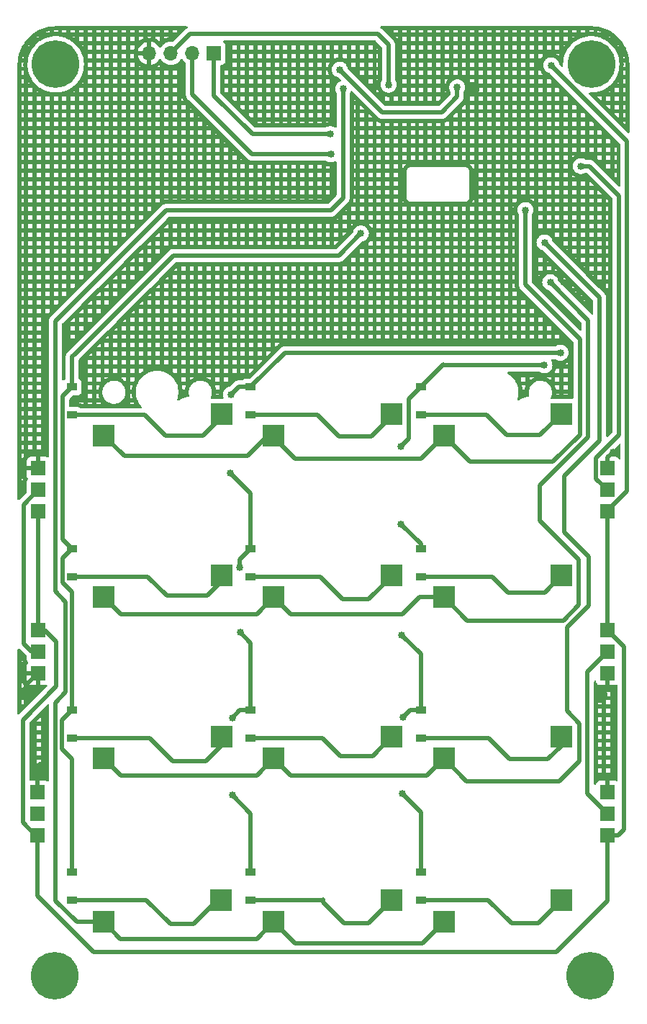
<source format=gbl>
G04 #@! TF.GenerationSoftware,KiCad,Pcbnew,(6.0.7)*
G04 #@! TF.CreationDate,2023-07-18T19:21:52+02:00*
G04 #@! TF.ProjectId,anavi-macro-pad-12,616e6176-692d-46d6-9163-726f2d706164,1.0*
G04 #@! TF.SameCoordinates,Original*
G04 #@! TF.FileFunction,Copper,L2,Bot*
G04 #@! TF.FilePolarity,Positive*
%FSLAX46Y46*%
G04 Gerber Fmt 4.6, Leading zero omitted, Abs format (unit mm)*
G04 Created by KiCad (PCBNEW (6.0.7)) date 2023-07-18 19:21:52*
%MOMM*%
%LPD*%
G01*
G04 APERTURE LIST*
G04 #@! TA.AperFunction,SMDPad,CuDef*
%ADD10R,2.550000X2.500000*%
G04 #@! TD*
G04 #@! TA.AperFunction,ComponentPad*
%ADD11C,5.600000*%
G04 #@! TD*
G04 #@! TA.AperFunction,ComponentPad*
%ADD12R,1.700000X1.700000*%
G04 #@! TD*
G04 #@! TA.AperFunction,ComponentPad*
%ADD13O,1.700000X1.700000*%
G04 #@! TD*
G04 #@! TA.AperFunction,SMDPad,CuDef*
%ADD14R,1.200000X0.900000*%
G04 #@! TD*
G04 #@! TA.AperFunction,SMDPad,CuDef*
%ADD15R,1.700000X1.700000*%
G04 #@! TD*
G04 #@! TA.AperFunction,ViaPad*
%ADD16C,0.850000*%
G04 #@! TD*
G04 #@! TA.AperFunction,Conductor*
%ADD17C,0.500000*%
G04 #@! TD*
G04 APERTURE END LIST*
D10*
X58643266Y-75112866D03*
X72493266Y-72572866D03*
X78643266Y-75112866D03*
X92493266Y-72572866D03*
X98643266Y-75112866D03*
X112493266Y-72572866D03*
X58643266Y-94112866D03*
X72493266Y-91572866D03*
X78643266Y-94112866D03*
X92493266Y-91572866D03*
X98643266Y-94112866D03*
X112493266Y-91572866D03*
X58643266Y-113112866D03*
X72493266Y-110572866D03*
X78643266Y-113112866D03*
X92493266Y-110572866D03*
X98643266Y-113112866D03*
X112493266Y-110572866D03*
D11*
X52996866Y-31491666D03*
X115896866Y-138650000D03*
X115996866Y-31491666D03*
X52896866Y-138650000D03*
D10*
X58594200Y-132290000D03*
X72444200Y-129750000D03*
X78634800Y-132290000D03*
X92484800Y-129750000D03*
D12*
X71618000Y-30175200D03*
D13*
X69078000Y-30175200D03*
X66538000Y-30175200D03*
X63998000Y-30175200D03*
D10*
X98650000Y-132290000D03*
X112500000Y-129750000D03*
D14*
X75936400Y-72713879D03*
X75936400Y-69413879D03*
X95936400Y-72713879D03*
X95936400Y-69413879D03*
X54936400Y-91713879D03*
X54936400Y-88413879D03*
X75936400Y-91713879D03*
X75936400Y-88413879D03*
X95936400Y-91713879D03*
X95936400Y-88413879D03*
X54936400Y-110713879D03*
X54936400Y-107413879D03*
X75936400Y-110713879D03*
X75936400Y-107413879D03*
X95936400Y-110713879D03*
X95936400Y-107413879D03*
D15*
X117933266Y-84072866D03*
X117933266Y-81532866D03*
X117933266Y-78992866D03*
X50933266Y-97992866D03*
X50933266Y-100532866D03*
X50933266Y-103072866D03*
X50933266Y-84072866D03*
X50933266Y-81532866D03*
X50933266Y-78992866D03*
X117933266Y-98032866D03*
X117933266Y-100572866D03*
X117933266Y-103112866D03*
D14*
X54936400Y-72713879D03*
X54936400Y-69413879D03*
D15*
X50875000Y-122130000D03*
X50875000Y-119590000D03*
X50875000Y-117050000D03*
D14*
X54936400Y-129713879D03*
X54936400Y-126413879D03*
X75936400Y-129713879D03*
X75936400Y-126413879D03*
D15*
X117925000Y-122155000D03*
X117925000Y-119615000D03*
X117925000Y-117075000D03*
D14*
X95936400Y-129713879D03*
X95936400Y-126413879D03*
D16*
X112375000Y-65400000D03*
X73775000Y-117425000D03*
X73750000Y-108325000D03*
X73625000Y-70300000D03*
X74676000Y-90627200D03*
X74726800Y-98298000D03*
X73525000Y-79525000D03*
X51409600Y-114300000D03*
X49530000Y-105460800D03*
X118550000Y-77075000D03*
X117075000Y-105700000D03*
X102025000Y-34375000D03*
X93600000Y-85525000D03*
X93600000Y-76450000D03*
X93850000Y-108250000D03*
X110490000Y-66852800D03*
X93725000Y-98575000D03*
X93775000Y-117250000D03*
X114775000Y-43450000D03*
X88900000Y-51358800D03*
X86410800Y-32105600D03*
X100228400Y-34188400D03*
X111275000Y-31600000D03*
X85300000Y-39675000D03*
X108254800Y-48615600D03*
X111175000Y-57100000D03*
X110500000Y-52425000D03*
X85375000Y-42075000D03*
X92151200Y-33883600D03*
X86800000Y-34350000D03*
D17*
X74676000Y-90627200D02*
X74676000Y-89674279D01*
X74511121Y-69413879D02*
X73625000Y-70300000D01*
X75936400Y-119586400D02*
X73775000Y-117425000D01*
X79950279Y-65400000D02*
X75936400Y-69413879D01*
X74661121Y-107413879D02*
X73750000Y-108325000D01*
X75936400Y-81936400D02*
X73525000Y-79525000D01*
X75936400Y-69413879D02*
X74511121Y-69413879D01*
X75936400Y-88413879D02*
X75936400Y-81936400D01*
X74676000Y-89674279D02*
X75936400Y-88413879D01*
X75936400Y-107413879D02*
X75936400Y-99507600D01*
X112375000Y-65400000D02*
X79950279Y-65400000D01*
X75936400Y-99507600D02*
X74726800Y-98298000D01*
X75936400Y-126413879D02*
X75936400Y-119586400D01*
X75936400Y-107413879D02*
X74661121Y-107413879D01*
X117933266Y-78992866D02*
X117933266Y-77691734D01*
X117933266Y-103112866D02*
X117933266Y-104841734D01*
X49530000Y-104476132D02*
X50933266Y-103072866D01*
X50875000Y-114834600D02*
X51409600Y-114300000D01*
X117933266Y-77691734D02*
X118550000Y-77075000D01*
X50875000Y-117050000D02*
X50875000Y-114834600D01*
X49530000Y-105460800D02*
X49530000Y-104476132D01*
X117933266Y-104841734D02*
X117075000Y-105700000D01*
X98653079Y-66852800D02*
X98575279Y-66775000D01*
X98575279Y-66775000D02*
X95936400Y-69413879D01*
X94525000Y-75450000D02*
X94525000Y-75525000D01*
X94686121Y-107413879D02*
X93850000Y-108250000D01*
X110490000Y-66852800D02*
X98653079Y-66852800D01*
X95936400Y-107413879D02*
X94686121Y-107413879D01*
X95936400Y-107413879D02*
X95936400Y-100786400D01*
X95936400Y-119411400D02*
X93775000Y-117250000D01*
X95936400Y-88413879D02*
X95936400Y-87861400D01*
X95936400Y-87861400D02*
X93600000Y-85525000D01*
X95936400Y-126413879D02*
X95936400Y-119411400D01*
X95936400Y-69413879D02*
X94525000Y-70825279D01*
X94525000Y-70825279D02*
X94525000Y-75450000D01*
X95936400Y-100786400D02*
X93725000Y-98575000D01*
X94525000Y-75525000D02*
X93600000Y-76450000D01*
X72444200Y-129750000D02*
X72050000Y-129750000D01*
X66475000Y-132550000D02*
X63638879Y-129713879D01*
X63638879Y-129713879D02*
X54936400Y-129713879D01*
X72050000Y-129750000D02*
X69250000Y-132550000D01*
X69250000Y-132550000D02*
X66475000Y-132550000D01*
X119250000Y-75067543D02*
X119250000Y-46925000D01*
X117933266Y-81532866D02*
X116583755Y-80183355D01*
X116583755Y-77733788D02*
X119250000Y-75067543D01*
X119250000Y-46925000D02*
X115775000Y-43450000D01*
X116583755Y-80183355D02*
X116583755Y-77733788D01*
X115775000Y-43450000D02*
X114775000Y-43450000D01*
X54936400Y-72713879D02*
X63488879Y-72713879D01*
X63488879Y-72713879D02*
X65900000Y-75125000D01*
X65900000Y-75125000D02*
X70325000Y-75125000D01*
X72493266Y-72956734D02*
X72493266Y-72572866D01*
X70325000Y-75125000D02*
X72493266Y-72956734D01*
X54936400Y-88413879D02*
X53836889Y-89513390D01*
X86309200Y-53949600D02*
X88900000Y-51358800D01*
X53836889Y-87314368D02*
X53836889Y-70513390D01*
X54936400Y-69413879D02*
X54936400Y-65866000D01*
X54936400Y-126413879D02*
X54936400Y-113186880D01*
X53836889Y-92394089D02*
X54936400Y-93493600D01*
X54936400Y-93493600D02*
X54936400Y-107413879D01*
X54936400Y-113186880D02*
X53724520Y-111975000D01*
X54936400Y-65866000D02*
X55219600Y-65582800D01*
X53836889Y-89513390D02*
X53836889Y-92394089D01*
X54936400Y-88413879D02*
X53836889Y-87314368D01*
X53836889Y-70513390D02*
X54936400Y-69413879D01*
X55219600Y-65582800D02*
X66852800Y-53949600D01*
X53724520Y-111975000D02*
X53724520Y-108625759D01*
X66852800Y-53949600D02*
X86309200Y-53949600D01*
X53724520Y-108625759D02*
X54936400Y-107413879D01*
X75936400Y-72713879D02*
X83813879Y-72713879D01*
X86325000Y-75225000D02*
X90150000Y-75225000D01*
X90150000Y-75225000D02*
X92493266Y-72881734D01*
X92493266Y-72881734D02*
X92493266Y-72572866D01*
X83813879Y-72713879D02*
X86325000Y-75225000D01*
X92475000Y-129750000D02*
X89775000Y-132450000D01*
X84425000Y-129703421D02*
X84414542Y-129713879D01*
X86900000Y-132450000D02*
X84425000Y-129975000D01*
X92484800Y-129750000D02*
X92475000Y-129750000D01*
X89775000Y-132450000D02*
X86900000Y-132450000D01*
X84414542Y-129713879D02*
X75936400Y-129713879D01*
X84425000Y-129975000D02*
X84425000Y-129703421D01*
X112500000Y-129750000D02*
X109800000Y-132450000D01*
X109800000Y-132450000D02*
X106625000Y-132450000D01*
X106625000Y-132450000D02*
X103888879Y-129713879D01*
X103888879Y-129713879D02*
X95936400Y-129713879D01*
X109983732Y-75082400D02*
X112493266Y-72572866D01*
X106070400Y-75082400D02*
X109983732Y-75082400D01*
X103701879Y-72713879D02*
X106070400Y-75082400D01*
X95936400Y-72713879D02*
X103701879Y-72713879D01*
X66075000Y-93950000D02*
X70800000Y-93950000D01*
X54936400Y-91713879D02*
X63838879Y-91713879D01*
X63838879Y-91713879D02*
X66075000Y-93950000D01*
X70800000Y-93950000D02*
X72493266Y-92256734D01*
X72493266Y-92256734D02*
X72493266Y-91572866D01*
X92493266Y-91706734D02*
X89800000Y-94400000D01*
X92493266Y-91572866D02*
X92493266Y-91706734D01*
X89800000Y-94400000D02*
X86775000Y-94400000D01*
X86775000Y-94400000D02*
X84088879Y-91713879D01*
X84088879Y-91713879D02*
X75936400Y-91713879D01*
X104363879Y-91713879D02*
X106222387Y-93572387D01*
X106222387Y-93572387D02*
X110493745Y-93572387D01*
X95936400Y-91713879D02*
X104363879Y-91713879D01*
X110493745Y-93572387D02*
X112493266Y-91572866D01*
X64088879Y-110713879D02*
X66750000Y-113375000D01*
X54936400Y-110713879D02*
X64088879Y-110713879D01*
X70650000Y-113375000D02*
X72493266Y-111531734D01*
X66750000Y-113375000D02*
X70650000Y-113375000D01*
X72493266Y-111531734D02*
X72493266Y-110572866D01*
X90266132Y-112800000D02*
X92493266Y-110572866D01*
X84413879Y-110713879D02*
X86500000Y-112800000D01*
X75936400Y-110713879D02*
X84413879Y-110713879D01*
X86500000Y-112800000D02*
X90266132Y-112800000D01*
X110900000Y-113200000D02*
X112493266Y-111606734D01*
X112493266Y-111606734D02*
X112493266Y-110572866D01*
X103938879Y-110713879D02*
X106425000Y-113200000D01*
X106425000Y-113200000D02*
X110900000Y-113200000D01*
X95936400Y-110713879D02*
X103938879Y-110713879D01*
X120225000Y-81650000D02*
X120225000Y-40550000D01*
X86410800Y-32105600D02*
X91440000Y-37134800D01*
X50875000Y-122130000D02*
X50603600Y-122130000D01*
X117933266Y-84072866D02*
X117933266Y-98032866D01*
X111275000Y-31600000D02*
X120225000Y-40550000D01*
X117933266Y-98032866D02*
X119875000Y-99974600D01*
X57450000Y-135825000D02*
X50875000Y-129250000D01*
X100228400Y-35306000D02*
X100228400Y-34188400D01*
X117925000Y-129825000D02*
X111925000Y-135825000D01*
X119170000Y-122155000D02*
X117925000Y-122155000D01*
X49123600Y-120650000D02*
X49123600Y-108559600D01*
X50603600Y-122130000D02*
X49123600Y-120650000D01*
X91440000Y-37134800D02*
X98399600Y-37134800D01*
X119875000Y-121450000D02*
X119170000Y-122155000D01*
X51663266Y-97992866D02*
X53035200Y-99364800D01*
X117925000Y-122155000D02*
X117925000Y-129825000D01*
X119875000Y-99974600D02*
X119875000Y-121450000D01*
X111925000Y-135825000D02*
X57450000Y-135825000D01*
X50933266Y-97992866D02*
X51663266Y-97992866D01*
X117933266Y-83941734D02*
X120225000Y-81650000D01*
X98399600Y-37134800D02*
X100228400Y-35306000D01*
X49123600Y-108559600D02*
X53035200Y-104648000D01*
X117933266Y-84072866D02*
X117933266Y-83941734D01*
X50875000Y-129250000D02*
X50875000Y-122130000D01*
X53035200Y-99364800D02*
X53035200Y-104648000D01*
X50933266Y-97992866D02*
X50933266Y-84072866D01*
X50132866Y-100532866D02*
X49200000Y-99600000D01*
X50933266Y-100532866D02*
X50132866Y-100532866D01*
X49200000Y-99600000D02*
X49200000Y-83266132D01*
X49200000Y-83266132D02*
X50933266Y-81532866D01*
X71618000Y-35168000D02*
X71618000Y-30175200D01*
X85300000Y-39675000D02*
X76125000Y-39675000D01*
X76125000Y-39675000D02*
X71618000Y-35168000D01*
X108254800Y-57404800D02*
X108254800Y-48615600D01*
X81125000Y-77825000D02*
X95931132Y-77825000D01*
X101730400Y-78200000D02*
X98643266Y-75112866D01*
X58643266Y-75112866D02*
X61055400Y-77525000D01*
X114650000Y-63800000D02*
X114650000Y-75025000D01*
X77962134Y-75112866D02*
X78643266Y-75112866D01*
X114650000Y-75025000D02*
X111475000Y-78200000D01*
X108254800Y-57404800D02*
X114650000Y-63800000D01*
X111475000Y-78200000D02*
X101730400Y-78200000D01*
X75550000Y-77525000D02*
X77962134Y-75112866D01*
X78643266Y-75112866D02*
X78643266Y-75343266D01*
X95931132Y-77825000D02*
X98643266Y-75112866D01*
X61055400Y-77525000D02*
X75550000Y-77525000D01*
X78643266Y-75343266D02*
X81125000Y-77825000D01*
X115650000Y-61575000D02*
X111175000Y-57100000D01*
X109950000Y-81000000D02*
X115650000Y-75300000D01*
X112700480Y-96900000D02*
X114550480Y-95050000D01*
X95777534Y-94112866D02*
X98643266Y-94112866D01*
X98643266Y-94112866D02*
X101430400Y-96900000D01*
X78643266Y-94112866D02*
X80642787Y-96112387D01*
X115650000Y-75300000D02*
X115650000Y-61575000D01*
X114550480Y-95050000D02*
X114550480Y-89725480D01*
X80642787Y-96112387D02*
X93778013Y-96112387D01*
X114550480Y-89725480D02*
X109950000Y-85125000D01*
X109950000Y-85125000D02*
X109950000Y-81000000D01*
X58643266Y-94112866D02*
X60642787Y-96112387D01*
X76643745Y-96112387D02*
X78643266Y-94112866D01*
X93778013Y-96112387D02*
X95777534Y-94112866D01*
X60642787Y-96112387D02*
X76643745Y-96112387D01*
X101430400Y-96900000D02*
X112700480Y-96900000D01*
X58643266Y-113112866D02*
X60642787Y-115112387D01*
X80642787Y-115112387D02*
X96643745Y-115112387D01*
X113125000Y-97675000D02*
X115662500Y-95137500D01*
X115662500Y-89362500D02*
X112800000Y-86500000D01*
X112250000Y-115775000D02*
X114612500Y-113412500D01*
X101305400Y-115775000D02*
X112250000Y-115775000D01*
X114612500Y-109012500D02*
X113125000Y-107525000D01*
X112800000Y-79900000D02*
X117000000Y-75700000D01*
X114612500Y-113412500D02*
X114612500Y-109012500D01*
X76643745Y-115112387D02*
X78643266Y-113112866D01*
X113125000Y-107525000D02*
X113125000Y-97675000D01*
X60642787Y-115112387D02*
X76643745Y-115112387D01*
X96643745Y-115112387D02*
X98643266Y-113112866D01*
X115662500Y-95137500D02*
X115662500Y-89362500D01*
X117000000Y-58925000D02*
X110500000Y-52425000D01*
X117000000Y-75700000D02*
X117000000Y-58925000D01*
X78643266Y-113112866D02*
X80642787Y-115112387D01*
X98643266Y-113112866D02*
X101305400Y-115775000D01*
X112800000Y-86500000D02*
X112800000Y-79900000D01*
X76111000Y-42075000D02*
X69078000Y-35042000D01*
X85375000Y-42075000D02*
X76111000Y-42075000D01*
X69078000Y-35042000D02*
X69078000Y-30175200D01*
X92151200Y-29159200D02*
X92151200Y-33883600D01*
X90917000Y-27925000D02*
X92151200Y-29159200D01*
X90917000Y-27925000D02*
X68788200Y-27925000D01*
X68788200Y-27925000D02*
X66538000Y-30175200D01*
X117925000Y-119615000D02*
X115570000Y-117260000D01*
X115570000Y-102936132D02*
X117933266Y-100572866D01*
X115570000Y-117260000D02*
X115570000Y-102936132D01*
X66000000Y-48650000D02*
X85350000Y-48650000D01*
X60593721Y-134289521D02*
X76635279Y-134289521D01*
X54186880Y-94674480D02*
X52984400Y-93472000D01*
X96140000Y-134800000D02*
X98650000Y-132290000D01*
X76635279Y-134289521D02*
X78634800Y-132290000D01*
X58594200Y-132290000D02*
X60593721Y-134289521D01*
X52975000Y-106520280D02*
X54186880Y-105308400D01*
X52984400Y-93472000D02*
X52984400Y-61684400D01*
X81144800Y-134800000D02*
X96140000Y-134800000D01*
X54186880Y-105308400D02*
X54186880Y-94674480D01*
X78634800Y-132290000D02*
X81144800Y-134800000D01*
X86800000Y-47200000D02*
X86800000Y-34350000D01*
X52975000Y-61675000D02*
X66000000Y-48650000D01*
X58594200Y-132290000D02*
X55463499Y-132290000D01*
X55463499Y-132290000D02*
X52975000Y-129801501D01*
X52975000Y-129801501D02*
X52975000Y-106520280D01*
X85350000Y-48650000D02*
X86800000Y-47200000D01*
X52984400Y-61684400D02*
X52975000Y-61675000D01*
G04 #@! TA.AperFunction,Conductor*
G36*
X118129387Y-102878868D02*
G01*
X118175880Y-102932524D01*
X118187266Y-102984866D01*
X118187266Y-104452750D01*
X118191741Y-104467989D01*
X118193131Y-104469194D01*
X118200814Y-104470865D01*
X118827935Y-104470865D01*
X118834756Y-104470495D01*
X118885618Y-104464971D01*
X118900869Y-104461345D01*
X118946270Y-104444325D01*
X119017077Y-104439142D01*
X119079446Y-104473063D01*
X119113575Y-104535318D01*
X119116500Y-104562307D01*
X119116500Y-115628658D01*
X119096498Y-115696779D01*
X119042842Y-115743272D01*
X118972568Y-115753376D01*
X118946270Y-115746640D01*
X118892605Y-115726522D01*
X118877351Y-115722895D01*
X118826486Y-115717369D01*
X118819672Y-115717000D01*
X118197115Y-115717000D01*
X118181876Y-115721475D01*
X118180671Y-115722865D01*
X118179000Y-115730548D01*
X118179000Y-117203000D01*
X118158998Y-117271121D01*
X118105342Y-117317614D01*
X118053000Y-117329000D01*
X117797000Y-117329000D01*
X117728879Y-117308998D01*
X117682386Y-117255342D01*
X117671000Y-117203000D01*
X117671000Y-115735116D01*
X117666525Y-115719877D01*
X117665135Y-115718672D01*
X117657452Y-115717001D01*
X117030331Y-115717001D01*
X117023510Y-115717371D01*
X116972648Y-115722895D01*
X116957396Y-115726521D01*
X116836946Y-115771676D01*
X116821351Y-115780214D01*
X116719276Y-115856715D01*
X116706715Y-115869276D01*
X116630214Y-115971351D01*
X116621676Y-115986946D01*
X116573748Y-116114793D01*
X116571903Y-116114101D01*
X116541863Y-116166681D01*
X116478908Y-116199500D01*
X116408203Y-116193073D01*
X116352197Y-116149440D01*
X116328500Y-116075887D01*
X116328500Y-115252166D01*
X117845712Y-115252166D01*
X117863377Y-115259483D01*
X117924245Y-115294143D01*
X117983172Y-115263319D01*
X118006075Y-115254071D01*
X118012563Y-115252166D01*
X117845712Y-115252166D01*
X116328500Y-115252166D01*
X116328500Y-114754166D01*
X116826500Y-114754166D01*
X117259366Y-114754166D01*
X117757366Y-114754166D01*
X118259366Y-114754166D01*
X118259366Y-114252166D01*
X117757366Y-114252166D01*
X117757366Y-114754166D01*
X117259366Y-114754166D01*
X117259366Y-114252166D01*
X116826500Y-114252166D01*
X116826500Y-114754166D01*
X116328500Y-114754166D01*
X116328500Y-113754166D01*
X116826500Y-113754166D01*
X117259366Y-113754166D01*
X117757366Y-113754166D01*
X118259366Y-113754166D01*
X118259366Y-113252166D01*
X117757366Y-113252166D01*
X117757366Y-113754166D01*
X117259366Y-113754166D01*
X117259366Y-113252166D01*
X116826500Y-113252166D01*
X116826500Y-113754166D01*
X116328500Y-113754166D01*
X116328500Y-112754166D01*
X116826500Y-112754166D01*
X117259366Y-112754166D01*
X117757366Y-112754166D01*
X118259366Y-112754166D01*
X118259366Y-112252166D01*
X117757366Y-112252166D01*
X117757366Y-112754166D01*
X117259366Y-112754166D01*
X117259366Y-112252166D01*
X116826500Y-112252166D01*
X116826500Y-112754166D01*
X116328500Y-112754166D01*
X116328500Y-111754166D01*
X116826500Y-111754166D01*
X117259366Y-111754166D01*
X117757366Y-111754166D01*
X118259366Y-111754166D01*
X118259366Y-111252166D01*
X117757366Y-111252166D01*
X117757366Y-111754166D01*
X117259366Y-111754166D01*
X117259366Y-111252166D01*
X116826500Y-111252166D01*
X116826500Y-111754166D01*
X116328500Y-111754166D01*
X116328500Y-110754166D01*
X116826500Y-110754166D01*
X117259366Y-110754166D01*
X117757366Y-110754166D01*
X118259366Y-110754166D01*
X118259366Y-110252166D01*
X117757366Y-110252166D01*
X117757366Y-110754166D01*
X117259366Y-110754166D01*
X117259366Y-110252166D01*
X116826500Y-110252166D01*
X116826500Y-110754166D01*
X116328500Y-110754166D01*
X116328500Y-109754166D01*
X116826500Y-109754166D01*
X117259366Y-109754166D01*
X117757366Y-109754166D01*
X118259366Y-109754166D01*
X118259366Y-109252166D01*
X117757366Y-109252166D01*
X117757366Y-109754166D01*
X117259366Y-109754166D01*
X117259366Y-109252166D01*
X116826500Y-109252166D01*
X116826500Y-109754166D01*
X116328500Y-109754166D01*
X116328500Y-108754166D01*
X116826500Y-108754166D01*
X117259366Y-108754166D01*
X117757366Y-108754166D01*
X118259366Y-108754166D01*
X118259366Y-108252166D01*
X117757366Y-108252166D01*
X117757366Y-108754166D01*
X117259366Y-108754166D01*
X117259366Y-108252166D01*
X116826500Y-108252166D01*
X116826500Y-108754166D01*
X116328500Y-108754166D01*
X116328500Y-107754166D01*
X116826500Y-107754166D01*
X117259366Y-107754166D01*
X117757366Y-107754166D01*
X118259366Y-107754166D01*
X118259366Y-107252166D01*
X117757366Y-107252166D01*
X117757366Y-107754166D01*
X117259366Y-107754166D01*
X117259366Y-107252166D01*
X116826500Y-107252166D01*
X116826500Y-107754166D01*
X116328500Y-107754166D01*
X116328500Y-106488795D01*
X116826500Y-106488795D01*
X116826500Y-106754166D01*
X117259366Y-106754166D01*
X117757366Y-106754166D01*
X118259366Y-106754166D01*
X118259366Y-106252166D01*
X117757366Y-106252166D01*
X117757366Y-106754166D01*
X117259366Y-106754166D01*
X117259366Y-106505196D01*
X117176836Y-106524098D01*
X117146728Y-106527262D01*
X116977322Y-106524601D01*
X116947328Y-106520493D01*
X116826500Y-106488795D01*
X116328500Y-106488795D01*
X116328500Y-105252166D01*
X117769527Y-105252166D01*
X117803738Y-105301944D01*
X117817764Y-105328773D01*
X117877653Y-105487262D01*
X117884874Y-105516663D01*
X117905228Y-105684863D01*
X117906134Y-105701322D01*
X117905979Y-105716089D01*
X117904729Y-105732520D01*
X117901648Y-105754166D01*
X118259366Y-105754166D01*
X118259366Y-105252166D01*
X117769527Y-105252166D01*
X116328500Y-105252166D01*
X116328500Y-104065953D01*
X116348502Y-103997832D01*
X116402158Y-103951339D01*
X116472432Y-103941235D01*
X116537012Y-103970729D01*
X116575396Y-104030455D01*
X116579763Y-104052348D01*
X116581161Y-104065218D01*
X116584787Y-104080470D01*
X116629942Y-104200920D01*
X116638480Y-104216515D01*
X116714981Y-104318590D01*
X116727542Y-104331151D01*
X116829617Y-104407652D01*
X116845212Y-104416190D01*
X116965660Y-104461344D01*
X116980915Y-104464971D01*
X117031780Y-104470497D01*
X117038594Y-104470866D01*
X117661151Y-104470866D01*
X117676390Y-104466391D01*
X117677595Y-104465001D01*
X117679266Y-104457318D01*
X117679266Y-102984866D01*
X117699268Y-102916745D01*
X117752924Y-102870252D01*
X117805266Y-102858866D01*
X118061266Y-102858866D01*
X118129387Y-102878868D01*
G37*
G04 #@! TD.AperFunction*
G04 #@! TA.AperFunction,Conductor*
G36*
X52134532Y-106725515D02*
G01*
X52191368Y-106768062D01*
X52216179Y-106834582D01*
X52216500Y-106843571D01*
X52216500Y-115681583D01*
X52196498Y-115749704D01*
X52142842Y-115796197D01*
X52072568Y-115806301D01*
X52014935Y-115782409D01*
X51978649Y-115755214D01*
X51963054Y-115746676D01*
X51842606Y-115701522D01*
X51827351Y-115697895D01*
X51776486Y-115692369D01*
X51769672Y-115692000D01*
X51147115Y-115692000D01*
X51131876Y-115696475D01*
X51130671Y-115697865D01*
X51129000Y-115705548D01*
X51129000Y-117178000D01*
X51108998Y-117246121D01*
X51055342Y-117292614D01*
X51003000Y-117304000D01*
X50747000Y-117304000D01*
X50678879Y-117283998D01*
X50632386Y-117230342D01*
X50621000Y-117178000D01*
X50621000Y-115710116D01*
X50616525Y-115694877D01*
X50615135Y-115693672D01*
X50607452Y-115692001D01*
X50008100Y-115692001D01*
X49939979Y-115671999D01*
X49893486Y-115618343D01*
X49882100Y-115566001D01*
X49882100Y-113754166D01*
X50757366Y-113754166D01*
X50783888Y-113754166D01*
X50802749Y-113733220D01*
X50930423Y-113621843D01*
X50955462Y-113604826D01*
X51106018Y-113527118D01*
X51134394Y-113516565D01*
X51259366Y-113486562D01*
X51259366Y-113252166D01*
X50757366Y-113252166D01*
X50757366Y-113754166D01*
X49882100Y-113754166D01*
X49882100Y-112754166D01*
X50757366Y-112754166D01*
X51259366Y-112754166D01*
X51259366Y-112252166D01*
X50757366Y-112252166D01*
X50757366Y-112754166D01*
X49882100Y-112754166D01*
X49882100Y-111754166D01*
X50757366Y-111754166D01*
X51259366Y-111754166D01*
X51259366Y-111252166D01*
X50757366Y-111252166D01*
X50757366Y-111754166D01*
X49882100Y-111754166D01*
X49882100Y-110754166D01*
X50757366Y-110754166D01*
X51259366Y-110754166D01*
X51259366Y-110252166D01*
X50757366Y-110252166D01*
X50757366Y-110754166D01*
X49882100Y-110754166D01*
X49882100Y-109754166D01*
X50757366Y-109754166D01*
X51259366Y-109754166D01*
X51259366Y-109252166D01*
X50757366Y-109252166D01*
X50757366Y-109754166D01*
X49882100Y-109754166D01*
X49882100Y-108925971D01*
X49902102Y-108857850D01*
X49919005Y-108836876D01*
X50001715Y-108754166D01*
X50757366Y-108754166D01*
X51259366Y-108754166D01*
X51259366Y-108252166D01*
X51207991Y-108252166D01*
X50757366Y-108702791D01*
X50757366Y-108754166D01*
X50001715Y-108754166D01*
X52001405Y-106754476D01*
X52063717Y-106720450D01*
X52134532Y-106725515D01*
G37*
G04 #@! TD.AperFunction*
G04 #@! TA.AperFunction,Conductor*
G36*
X48713878Y-100187013D02*
G01*
X48720461Y-100193142D01*
X49537861Y-101010542D01*
X49571887Y-101072854D01*
X49574766Y-101099637D01*
X49574766Y-101431000D01*
X49581521Y-101493182D01*
X49632651Y-101629571D01*
X49638037Y-101636757D01*
X49706208Y-101727718D01*
X49731056Y-101794224D01*
X49716003Y-101863607D01*
X49706208Y-101878848D01*
X49638480Y-101969217D01*
X49629942Y-101984812D01*
X49584788Y-102105260D01*
X49581161Y-102120515D01*
X49575636Y-102171369D01*
X49575266Y-102178194D01*
X49575266Y-102800751D01*
X49579741Y-102815990D01*
X49581131Y-102817195D01*
X49588814Y-102818866D01*
X51061266Y-102818866D01*
X51129387Y-102838868D01*
X51175880Y-102892524D01*
X51187266Y-102944866D01*
X51187266Y-104412750D01*
X51191741Y-104427989D01*
X51193131Y-104429194D01*
X51200814Y-104430865D01*
X51827935Y-104430865D01*
X51834754Y-104430496D01*
X51866402Y-104427058D01*
X51936284Y-104439587D01*
X51988299Y-104487908D01*
X52005933Y-104556680D01*
X51983586Y-104624068D01*
X51969103Y-104641416D01*
X48720461Y-107890058D01*
X48658149Y-107924084D01*
X48587334Y-107919019D01*
X48530498Y-107876472D01*
X48505687Y-107809952D01*
X48505366Y-107800963D01*
X48505366Y-106754166D01*
X49003366Y-106754166D01*
X49152077Y-106754166D01*
X49259366Y-106646877D01*
X49259366Y-106252166D01*
X49003366Y-106252166D01*
X49003366Y-106754166D01*
X48505366Y-106754166D01*
X48505366Y-104754166D01*
X49003366Y-104754166D01*
X49098065Y-104754166D01*
X49226418Y-104687918D01*
X49254794Y-104677365D01*
X49259366Y-104676267D01*
X49259366Y-104501047D01*
X49234590Y-104467989D01*
X49229474Y-104460632D01*
X49210550Y-104431239D01*
X49205972Y-104423541D01*
X49188816Y-104392206D01*
X49184796Y-104384200D01*
X49170226Y-104352415D01*
X49166784Y-104344141D01*
X49132304Y-104252166D01*
X49003366Y-104252166D01*
X49003366Y-104754166D01*
X48505366Y-104754166D01*
X48505366Y-103967535D01*
X49575267Y-103967535D01*
X49575637Y-103974356D01*
X49581161Y-104025218D01*
X49584787Y-104040470D01*
X49629942Y-104160920D01*
X49638480Y-104176515D01*
X49714981Y-104278590D01*
X49727542Y-104291151D01*
X49829617Y-104367652D01*
X49845212Y-104376190D01*
X49965660Y-104421344D01*
X49980915Y-104424971D01*
X50031780Y-104430497D01*
X50038594Y-104430866D01*
X50661151Y-104430866D01*
X50676390Y-104426391D01*
X50677595Y-104425001D01*
X50679266Y-104417318D01*
X50679266Y-103344981D01*
X50674791Y-103329742D01*
X50673401Y-103328537D01*
X50665718Y-103326866D01*
X49593382Y-103326866D01*
X49578143Y-103331341D01*
X49576938Y-103332731D01*
X49575267Y-103340414D01*
X49575267Y-103967535D01*
X48505366Y-103967535D01*
X48505366Y-103754166D01*
X49003366Y-103754166D01*
X49077267Y-103754166D01*
X49077267Y-103326866D01*
X49077989Y-103313397D01*
X49083611Y-103261107D01*
X49085060Y-103252166D01*
X49003366Y-103252166D01*
X49003366Y-103754166D01*
X48505366Y-103754166D01*
X48505366Y-102754166D01*
X49003366Y-102754166D01*
X49077266Y-102754166D01*
X49077266Y-102252166D01*
X49003366Y-102252166D01*
X49003366Y-102754166D01*
X48505366Y-102754166D01*
X48505366Y-101754166D01*
X49003366Y-101754166D01*
X49147515Y-101754166D01*
X49115211Y-101667995D01*
X49112674Y-101660525D01*
X49103692Y-101631077D01*
X49101628Y-101623463D01*
X49094347Y-101592841D01*
X49092764Y-101585112D01*
X49087531Y-101554774D01*
X49086434Y-101546965D01*
X49079679Y-101484783D01*
X49079357Y-101481392D01*
X49078278Y-101468129D01*
X49078047Y-101464726D01*
X49077310Y-101451118D01*
X49077172Y-101447712D01*
X49076812Y-101434408D01*
X49076766Y-101431000D01*
X49076766Y-101253723D01*
X49075209Y-101252166D01*
X49003366Y-101252166D01*
X49003366Y-101754166D01*
X48505366Y-101754166D01*
X48505366Y-100282237D01*
X48525368Y-100214116D01*
X48579024Y-100167623D01*
X48649298Y-100157519D01*
X48713878Y-100187013D01*
G37*
G04 #@! TD.AperFunction*
G04 #@! TA.AperFunction,Conductor*
G36*
X68466525Y-27020168D02*
G01*
X68513018Y-27073824D01*
X68523122Y-27144098D01*
X68493628Y-27208678D01*
X68454821Y-27238830D01*
X68453147Y-27239668D01*
X68446263Y-27242167D01*
X68385216Y-27282191D01*
X68381527Y-27284518D01*
X68373043Y-27289667D01*
X68323893Y-27319491D01*
X68323888Y-27319495D01*
X68319092Y-27322405D01*
X68310716Y-27329803D01*
X68310693Y-27329777D01*
X68307703Y-27332426D01*
X68304464Y-27335134D01*
X68298348Y-27339144D01*
X68293321Y-27344451D01*
X68293317Y-27344454D01*
X68245072Y-27395383D01*
X68242694Y-27397825D01*
X66845296Y-28795223D01*
X66782984Y-28829249D01*
X66734105Y-28830175D01*
X66666284Y-28818094D01*
X66592452Y-28817192D01*
X66448081Y-28815428D01*
X66448079Y-28815428D01*
X66442911Y-28815365D01*
X66222091Y-28849155D01*
X66009756Y-28918557D01*
X65811607Y-29021707D01*
X65807474Y-29024810D01*
X65807471Y-29024812D01*
X65663124Y-29133191D01*
X65632965Y-29155835D01*
X65583607Y-29207485D01*
X65539280Y-29253871D01*
X65478629Y-29317338D01*
X65475715Y-29321610D01*
X65475714Y-29321611D01*
X65370898Y-29475266D01*
X65315987Y-29520269D01*
X65245462Y-29528440D01*
X65181715Y-29497186D01*
X65161018Y-29472702D01*
X65080426Y-29348126D01*
X65074136Y-29339957D01*
X64930806Y-29182440D01*
X64923273Y-29175415D01*
X64756139Y-29043422D01*
X64747552Y-29037717D01*
X64561117Y-28934799D01*
X64551705Y-28930569D01*
X64350959Y-28859480D01*
X64340988Y-28856846D01*
X64269837Y-28844172D01*
X64256540Y-28845632D01*
X64252000Y-28860189D01*
X64252000Y-31493717D01*
X64256064Y-31507559D01*
X64269478Y-31509593D01*
X64276184Y-31508734D01*
X64286262Y-31506592D01*
X64490255Y-31445391D01*
X64499842Y-31441633D01*
X64691095Y-31347939D01*
X64699945Y-31342664D01*
X64873328Y-31218992D01*
X64881200Y-31212339D01*
X65032052Y-31062012D01*
X65038730Y-31054165D01*
X65166022Y-30877019D01*
X65167279Y-30877922D01*
X65214373Y-30834562D01*
X65284311Y-30822345D01*
X65349751Y-30849878D01*
X65377579Y-30881711D01*
X65437987Y-30980288D01*
X65584250Y-31149138D01*
X65756126Y-31291832D01*
X65949000Y-31404538D01*
X66157692Y-31484230D01*
X66162760Y-31485261D01*
X66162763Y-31485262D01*
X66252701Y-31503560D01*
X66376597Y-31528767D01*
X66381772Y-31528957D01*
X66381774Y-31528957D01*
X66594673Y-31536764D01*
X66594677Y-31536764D01*
X66599837Y-31536953D01*
X66604957Y-31536297D01*
X66604959Y-31536297D01*
X66816288Y-31509225D01*
X66816289Y-31509225D01*
X66821416Y-31508568D01*
X66827259Y-31506815D01*
X67030429Y-31445861D01*
X67030434Y-31445859D01*
X67035384Y-31444374D01*
X67235994Y-31346096D01*
X67417860Y-31216373D01*
X67576096Y-31058689D01*
X67592125Y-31036383D01*
X67706453Y-30877277D01*
X67707776Y-30878228D01*
X67754645Y-30835057D01*
X67824580Y-30822825D01*
X67890026Y-30850344D01*
X67917875Y-30882194D01*
X67977987Y-30980288D01*
X68124250Y-31149138D01*
X68273985Y-31273450D01*
X68313620Y-31332352D01*
X68319500Y-31370394D01*
X68319500Y-34974930D01*
X68318067Y-34993880D01*
X68314801Y-35015349D01*
X68315394Y-35022641D01*
X68315394Y-35022644D01*
X68319085Y-35068018D01*
X68319500Y-35078233D01*
X68319500Y-35086293D01*
X68319925Y-35089937D01*
X68322789Y-35114507D01*
X68323222Y-35118882D01*
X68325050Y-35141349D01*
X68329140Y-35191637D01*
X68331396Y-35198601D01*
X68332587Y-35204560D01*
X68333971Y-35210415D01*
X68334818Y-35217681D01*
X68359735Y-35286327D01*
X68361152Y-35290455D01*
X68379228Y-35346251D01*
X68383649Y-35359899D01*
X68387445Y-35366154D01*
X68389951Y-35371628D01*
X68392670Y-35377058D01*
X68395167Y-35383937D01*
X68399180Y-35390057D01*
X68399180Y-35390058D01*
X68435186Y-35444976D01*
X68437523Y-35448680D01*
X68475405Y-35511107D01*
X68479121Y-35515315D01*
X68479122Y-35515316D01*
X68482803Y-35519484D01*
X68482776Y-35519508D01*
X68485429Y-35522500D01*
X68488132Y-35525733D01*
X68492144Y-35531852D01*
X68497456Y-35536884D01*
X68548383Y-35585128D01*
X68550825Y-35587506D01*
X75527230Y-42563911D01*
X75539616Y-42578323D01*
X75548149Y-42589918D01*
X75548154Y-42589923D01*
X75552492Y-42595818D01*
X75558070Y-42600557D01*
X75558073Y-42600560D01*
X75592768Y-42630035D01*
X75600284Y-42636965D01*
X75605979Y-42642660D01*
X75608861Y-42644940D01*
X75628251Y-42660281D01*
X75631655Y-42663072D01*
X75667503Y-42693527D01*
X75687285Y-42710333D01*
X75693801Y-42713661D01*
X75698850Y-42717028D01*
X75703979Y-42720195D01*
X75709716Y-42724734D01*
X75775875Y-42755655D01*
X75779769Y-42757558D01*
X75844808Y-42790769D01*
X75851916Y-42792508D01*
X75857559Y-42794607D01*
X75863322Y-42796524D01*
X75869950Y-42799622D01*
X75877112Y-42801112D01*
X75877113Y-42801112D01*
X75941412Y-42814486D01*
X75945696Y-42815456D01*
X76016610Y-42832808D01*
X76022212Y-42833156D01*
X76022215Y-42833156D01*
X76027764Y-42833500D01*
X76027762Y-42833536D01*
X76031755Y-42833775D01*
X76035947Y-42834149D01*
X76043115Y-42835640D01*
X76120520Y-42833546D01*
X76123928Y-42833500D01*
X84789880Y-42833500D01*
X84863940Y-42857563D01*
X84905679Y-42887888D01*
X84911707Y-42890572D01*
X84911709Y-42890573D01*
X85070091Y-42961089D01*
X85084944Y-42967702D01*
X85180915Y-42988101D01*
X85270428Y-43007128D01*
X85270432Y-43007128D01*
X85276885Y-43008500D01*
X85473115Y-43008500D01*
X85479568Y-43007128D01*
X85479572Y-43007128D01*
X85569086Y-42988101D01*
X85665056Y-42967702D01*
X85679909Y-42961089D01*
X85838291Y-42890573D01*
X85838293Y-42890572D01*
X85844321Y-42887888D01*
X85849662Y-42884007D01*
X85852498Y-42882370D01*
X85921493Y-42865631D01*
X85988586Y-42888850D01*
X86032474Y-42944657D01*
X86041500Y-42991488D01*
X86041500Y-46833629D01*
X86021498Y-46901750D01*
X86004595Y-46922724D01*
X85072724Y-47854595D01*
X85010412Y-47888621D01*
X84983629Y-47891500D01*
X66067070Y-47891500D01*
X66048120Y-47890067D01*
X66033885Y-47887901D01*
X66033881Y-47887901D01*
X66026651Y-47886801D01*
X66019359Y-47887394D01*
X66019356Y-47887394D01*
X65973982Y-47891085D01*
X65963767Y-47891500D01*
X65955707Y-47891500D01*
X65952073Y-47891924D01*
X65952067Y-47891924D01*
X65939042Y-47893443D01*
X65927480Y-47894791D01*
X65923132Y-47895221D01*
X65901059Y-47897016D01*
X65857662Y-47900546D01*
X65857659Y-47900547D01*
X65850364Y-47901140D01*
X65843400Y-47903396D01*
X65837461Y-47904583D01*
X65831590Y-47905970D01*
X65824319Y-47906818D01*
X65817443Y-47909314D01*
X65817434Y-47909316D01*
X65755702Y-47931725D01*
X65751598Y-47933135D01*
X65682101Y-47955648D01*
X65675846Y-47959444D01*
X65670387Y-47961943D01*
X65664939Y-47964671D01*
X65658063Y-47967167D01*
X65597010Y-48007195D01*
X65593327Y-48009519D01*
X65535686Y-48044496D01*
X65535682Y-48044499D01*
X65530893Y-48047405D01*
X65526694Y-48051114D01*
X65526689Y-48051117D01*
X65522516Y-48054803D01*
X65522492Y-48054776D01*
X65519500Y-48057429D01*
X65516267Y-48060132D01*
X65510148Y-48064144D01*
X65505116Y-48069456D01*
X65456872Y-48120383D01*
X65454494Y-48122825D01*
X52458350Y-61118969D01*
X52452663Y-61124315D01*
X52406596Y-61165000D01*
X52402368Y-61170983D01*
X52369368Y-61217677D01*
X52365287Y-61223132D01*
X52325266Y-61273716D01*
X52322167Y-61280347D01*
X52321246Y-61282318D01*
X52309999Y-61301682D01*
X52304516Y-61309440D01*
X52280387Y-61369311D01*
X52277696Y-61375499D01*
X52250378Y-61433950D01*
X52248886Y-61441122D01*
X52248886Y-61441123D01*
X52248445Y-61443244D01*
X52241954Y-61464676D01*
X52238402Y-61473489D01*
X52237302Y-61480719D01*
X52237301Y-61480723D01*
X52228699Y-61537270D01*
X52227492Y-61543978D01*
X52214360Y-61607115D01*
X52214558Y-61614426D01*
X52214617Y-61616594D01*
X52213229Y-61638962D01*
X52211801Y-61648349D01*
X52212394Y-61655640D01*
X52212394Y-61655643D01*
X52217030Y-61712632D01*
X52217399Y-61719441D01*
X52219143Y-61783921D01*
X52221578Y-61793104D01*
X52225374Y-61815216D01*
X52225488Y-61816623D01*
X52225900Y-61826799D01*
X52225900Y-77588915D01*
X52205898Y-77657036D01*
X52152242Y-77703529D01*
X52081968Y-77713633D01*
X52039391Y-77699435D01*
X52021324Y-77689543D01*
X51900872Y-77644388D01*
X51885617Y-77640761D01*
X51834752Y-77635235D01*
X51827938Y-77634866D01*
X51205381Y-77634866D01*
X51190142Y-77639341D01*
X51188937Y-77640731D01*
X51187266Y-77648414D01*
X51187266Y-79120866D01*
X51167264Y-79188987D01*
X51113608Y-79235480D01*
X51061266Y-79246866D01*
X49593382Y-79246866D01*
X49578143Y-79251341D01*
X49576938Y-79252731D01*
X49575267Y-79260414D01*
X49575267Y-79887535D01*
X49575637Y-79894356D01*
X49581161Y-79945218D01*
X49584787Y-79960470D01*
X49629942Y-80080920D01*
X49638480Y-80096515D01*
X49706208Y-80186884D01*
X49731056Y-80253391D01*
X49716003Y-80322773D01*
X49706208Y-80338014D01*
X49700287Y-80345915D01*
X49632651Y-80436161D01*
X49581521Y-80572550D01*
X49574766Y-80634732D01*
X49574766Y-81766495D01*
X49554764Y-81834616D01*
X49537861Y-81855590D01*
X48720461Y-82672990D01*
X48658149Y-82707016D01*
X48587334Y-82701951D01*
X48530498Y-82659404D01*
X48505687Y-82592884D01*
X48505366Y-82583895D01*
X48505366Y-81685809D01*
X49003366Y-81685809D01*
X49076766Y-81612409D01*
X49076766Y-81252166D01*
X49003366Y-81252166D01*
X49003366Y-81685809D01*
X48505366Y-81685809D01*
X48505366Y-80754166D01*
X49003366Y-80754166D01*
X49076766Y-80754166D01*
X49076766Y-80634732D01*
X49076812Y-80631324D01*
X49077172Y-80618020D01*
X49077310Y-80614614D01*
X49078047Y-80601006D01*
X49078278Y-80597603D01*
X49079357Y-80584340D01*
X49079679Y-80580949D01*
X49086434Y-80518767D01*
X49087531Y-80510958D01*
X49092764Y-80480620D01*
X49094347Y-80472891D01*
X49101628Y-80442269D01*
X49103692Y-80434655D01*
X49112674Y-80405207D01*
X49115211Y-80397737D01*
X49166039Y-80262154D01*
X49162295Y-80252166D01*
X49003366Y-80252166D01*
X49003366Y-80754166D01*
X48505366Y-80754166D01*
X48505366Y-79754166D01*
X49003366Y-79754166D01*
X49077267Y-79754166D01*
X49077267Y-79252166D01*
X49003366Y-79252166D01*
X49003366Y-79754166D01*
X48505366Y-79754166D01*
X48505366Y-78754166D01*
X49003366Y-78754166D01*
X49078361Y-78754166D01*
X49077266Y-78738866D01*
X49077266Y-78720751D01*
X49575266Y-78720751D01*
X49579741Y-78735990D01*
X49581131Y-78737195D01*
X49588814Y-78738866D01*
X50661151Y-78738866D01*
X50676390Y-78734391D01*
X50677595Y-78733001D01*
X50679266Y-78725318D01*
X50679266Y-77652982D01*
X50674791Y-77637743D01*
X50673401Y-77636538D01*
X50665718Y-77634867D01*
X50038597Y-77634867D01*
X50031776Y-77635237D01*
X49980914Y-77640761D01*
X49965662Y-77644387D01*
X49845212Y-77689542D01*
X49829617Y-77698080D01*
X49727542Y-77774581D01*
X49714981Y-77787142D01*
X49638480Y-77889217D01*
X49629942Y-77904812D01*
X49584788Y-78025260D01*
X49581161Y-78040515D01*
X49575635Y-78091380D01*
X49575266Y-78098194D01*
X49575266Y-78720751D01*
X49077266Y-78720751D01*
X49077266Y-78252166D01*
X49003366Y-78252166D01*
X49003366Y-78754166D01*
X48505366Y-78754166D01*
X48505366Y-77754166D01*
X49003366Y-77754166D01*
X49154573Y-77754166D01*
X49166784Y-77721592D01*
X49170226Y-77713317D01*
X49184796Y-77681532D01*
X49188816Y-77673526D01*
X49205972Y-77642191D01*
X49210550Y-77634493D01*
X49229474Y-77605100D01*
X49234590Y-77597743D01*
X49259366Y-77564685D01*
X49259366Y-77252166D01*
X49003366Y-77252166D01*
X49003366Y-77754166D01*
X48505366Y-77754166D01*
X48505366Y-76754166D01*
X49003366Y-76754166D01*
X49259366Y-76754166D01*
X49757366Y-76754166D01*
X50259366Y-76754166D01*
X50757366Y-76754166D01*
X51259366Y-76754166D01*
X51259366Y-76252166D01*
X50757366Y-76252166D01*
X50757366Y-76754166D01*
X50259366Y-76754166D01*
X50259366Y-76252166D01*
X49757366Y-76252166D01*
X49757366Y-76754166D01*
X49259366Y-76754166D01*
X49259366Y-76252166D01*
X49003366Y-76252166D01*
X49003366Y-76754166D01*
X48505366Y-76754166D01*
X48505366Y-75754166D01*
X49003366Y-75754166D01*
X49259366Y-75754166D01*
X49757366Y-75754166D01*
X50259366Y-75754166D01*
X50757366Y-75754166D01*
X51259366Y-75754166D01*
X51259366Y-75252166D01*
X50757366Y-75252166D01*
X50757366Y-75754166D01*
X50259366Y-75754166D01*
X50259366Y-75252166D01*
X49757366Y-75252166D01*
X49757366Y-75754166D01*
X49259366Y-75754166D01*
X49259366Y-75252166D01*
X49003366Y-75252166D01*
X49003366Y-75754166D01*
X48505366Y-75754166D01*
X48505366Y-74754166D01*
X49003366Y-74754166D01*
X49259366Y-74754166D01*
X49757366Y-74754166D01*
X50259366Y-74754166D01*
X50757366Y-74754166D01*
X51259366Y-74754166D01*
X51259366Y-74252166D01*
X50757366Y-74252166D01*
X50757366Y-74754166D01*
X50259366Y-74754166D01*
X50259366Y-74252166D01*
X49757366Y-74252166D01*
X49757366Y-74754166D01*
X49259366Y-74754166D01*
X49259366Y-74252166D01*
X49003366Y-74252166D01*
X49003366Y-74754166D01*
X48505366Y-74754166D01*
X48505366Y-73754166D01*
X49003366Y-73754166D01*
X49259366Y-73754166D01*
X49757366Y-73754166D01*
X50259366Y-73754166D01*
X50757366Y-73754166D01*
X51259366Y-73754166D01*
X51259366Y-73252166D01*
X50757366Y-73252166D01*
X50757366Y-73754166D01*
X50259366Y-73754166D01*
X50259366Y-73252166D01*
X49757366Y-73252166D01*
X49757366Y-73754166D01*
X49259366Y-73754166D01*
X49259366Y-73252166D01*
X49003366Y-73252166D01*
X49003366Y-73754166D01*
X48505366Y-73754166D01*
X48505366Y-72754166D01*
X49003366Y-72754166D01*
X49259366Y-72754166D01*
X49757366Y-72754166D01*
X50259366Y-72754166D01*
X50757366Y-72754166D01*
X51259366Y-72754166D01*
X51259366Y-72252166D01*
X50757366Y-72252166D01*
X50757366Y-72754166D01*
X50259366Y-72754166D01*
X50259366Y-72252166D01*
X49757366Y-72252166D01*
X49757366Y-72754166D01*
X49259366Y-72754166D01*
X49259366Y-72252166D01*
X49003366Y-72252166D01*
X49003366Y-72754166D01*
X48505366Y-72754166D01*
X48505366Y-71754166D01*
X49003366Y-71754166D01*
X49259366Y-71754166D01*
X49757366Y-71754166D01*
X50259366Y-71754166D01*
X50757366Y-71754166D01*
X51259366Y-71754166D01*
X51259366Y-71252166D01*
X50757366Y-71252166D01*
X50757366Y-71754166D01*
X50259366Y-71754166D01*
X50259366Y-71252166D01*
X49757366Y-71252166D01*
X49757366Y-71754166D01*
X49259366Y-71754166D01*
X49259366Y-71252166D01*
X49003366Y-71252166D01*
X49003366Y-71754166D01*
X48505366Y-71754166D01*
X48505366Y-70754166D01*
X49003366Y-70754166D01*
X49259366Y-70754166D01*
X49757366Y-70754166D01*
X50259366Y-70754166D01*
X50757366Y-70754166D01*
X51259366Y-70754166D01*
X51259366Y-70252166D01*
X50757366Y-70252166D01*
X50757366Y-70754166D01*
X50259366Y-70754166D01*
X50259366Y-70252166D01*
X49757366Y-70252166D01*
X49757366Y-70754166D01*
X49259366Y-70754166D01*
X49259366Y-70252166D01*
X49003366Y-70252166D01*
X49003366Y-70754166D01*
X48505366Y-70754166D01*
X48505366Y-69754166D01*
X49003366Y-69754166D01*
X49259366Y-69754166D01*
X49757366Y-69754166D01*
X50259366Y-69754166D01*
X50757366Y-69754166D01*
X51259366Y-69754166D01*
X51259366Y-69252166D01*
X50757366Y-69252166D01*
X50757366Y-69754166D01*
X50259366Y-69754166D01*
X50259366Y-69252166D01*
X49757366Y-69252166D01*
X49757366Y-69754166D01*
X49259366Y-69754166D01*
X49259366Y-69252166D01*
X49003366Y-69252166D01*
X49003366Y-69754166D01*
X48505366Y-69754166D01*
X48505366Y-68754166D01*
X49003366Y-68754166D01*
X49259366Y-68754166D01*
X49757366Y-68754166D01*
X50259366Y-68754166D01*
X50757366Y-68754166D01*
X51259366Y-68754166D01*
X51259366Y-68252166D01*
X50757366Y-68252166D01*
X50757366Y-68754166D01*
X50259366Y-68754166D01*
X50259366Y-68252166D01*
X49757366Y-68252166D01*
X49757366Y-68754166D01*
X49259366Y-68754166D01*
X49259366Y-68252166D01*
X49003366Y-68252166D01*
X49003366Y-68754166D01*
X48505366Y-68754166D01*
X48505366Y-67754166D01*
X49003366Y-67754166D01*
X49259366Y-67754166D01*
X49757366Y-67754166D01*
X50259366Y-67754166D01*
X50757366Y-67754166D01*
X51259366Y-67754166D01*
X51259366Y-67252166D01*
X50757366Y-67252166D01*
X50757366Y-67754166D01*
X50259366Y-67754166D01*
X50259366Y-67252166D01*
X49757366Y-67252166D01*
X49757366Y-67754166D01*
X49259366Y-67754166D01*
X49259366Y-67252166D01*
X49003366Y-67252166D01*
X49003366Y-67754166D01*
X48505366Y-67754166D01*
X48505366Y-66754166D01*
X49003366Y-66754166D01*
X49259366Y-66754166D01*
X49757366Y-66754166D01*
X50259366Y-66754166D01*
X50757366Y-66754166D01*
X51259366Y-66754166D01*
X51259366Y-66252166D01*
X50757366Y-66252166D01*
X50757366Y-66754166D01*
X50259366Y-66754166D01*
X50259366Y-66252166D01*
X49757366Y-66252166D01*
X49757366Y-66754166D01*
X49259366Y-66754166D01*
X49259366Y-66252166D01*
X49003366Y-66252166D01*
X49003366Y-66754166D01*
X48505366Y-66754166D01*
X48505366Y-65754166D01*
X49003366Y-65754166D01*
X49259366Y-65754166D01*
X49757366Y-65754166D01*
X50259366Y-65754166D01*
X50757366Y-65754166D01*
X51259366Y-65754166D01*
X51259366Y-65252166D01*
X50757366Y-65252166D01*
X50757366Y-65754166D01*
X50259366Y-65754166D01*
X50259366Y-65252166D01*
X49757366Y-65252166D01*
X49757366Y-65754166D01*
X49259366Y-65754166D01*
X49259366Y-65252166D01*
X49003366Y-65252166D01*
X49003366Y-65754166D01*
X48505366Y-65754166D01*
X48505366Y-64754166D01*
X49003366Y-64754166D01*
X49259366Y-64754166D01*
X49757366Y-64754166D01*
X50259366Y-64754166D01*
X50757366Y-64754166D01*
X51259366Y-64754166D01*
X51259366Y-64252166D01*
X50757366Y-64252166D01*
X50757366Y-64754166D01*
X50259366Y-64754166D01*
X50259366Y-64252166D01*
X49757366Y-64252166D01*
X49757366Y-64754166D01*
X49259366Y-64754166D01*
X49259366Y-64252166D01*
X49003366Y-64252166D01*
X49003366Y-64754166D01*
X48505366Y-64754166D01*
X48505366Y-63754166D01*
X49003366Y-63754166D01*
X49259366Y-63754166D01*
X49757366Y-63754166D01*
X50259366Y-63754166D01*
X50757366Y-63754166D01*
X51259366Y-63754166D01*
X51259366Y-63252166D01*
X50757366Y-63252166D01*
X50757366Y-63754166D01*
X50259366Y-63754166D01*
X50259366Y-63252166D01*
X49757366Y-63252166D01*
X49757366Y-63754166D01*
X49259366Y-63754166D01*
X49259366Y-63252166D01*
X49003366Y-63252166D01*
X49003366Y-63754166D01*
X48505366Y-63754166D01*
X48505366Y-62754166D01*
X49003366Y-62754166D01*
X49259366Y-62754166D01*
X49757366Y-62754166D01*
X50259366Y-62754166D01*
X50757366Y-62754166D01*
X51259366Y-62754166D01*
X51259366Y-62252166D01*
X50757366Y-62252166D01*
X50757366Y-62754166D01*
X50259366Y-62754166D01*
X50259366Y-62252166D01*
X49757366Y-62252166D01*
X49757366Y-62754166D01*
X49259366Y-62754166D01*
X49259366Y-62252166D01*
X49003366Y-62252166D01*
X49003366Y-62754166D01*
X48505366Y-62754166D01*
X48505366Y-61754166D01*
X49003366Y-61754166D01*
X49259366Y-61754166D01*
X49757366Y-61754166D01*
X50259366Y-61754166D01*
X50757366Y-61754166D01*
X51259366Y-61754166D01*
X51259366Y-61347805D01*
X51757366Y-61347805D01*
X51762725Y-61328218D01*
X51764857Y-61321226D01*
X51768757Y-61309654D01*
X51771930Y-61297875D01*
X51774035Y-61290875D01*
X51783247Y-61263182D01*
X51785757Y-61256312D01*
X51787409Y-61252166D01*
X51757366Y-61252166D01*
X51757366Y-61347805D01*
X51259366Y-61347805D01*
X51259366Y-61252166D01*
X50757366Y-61252166D01*
X50757366Y-61754166D01*
X50259366Y-61754166D01*
X50259366Y-61252166D01*
X49757366Y-61252166D01*
X49757366Y-61754166D01*
X49259366Y-61754166D01*
X49259366Y-61252166D01*
X49003366Y-61252166D01*
X49003366Y-61754166D01*
X48505366Y-61754166D01*
X48505366Y-60754166D01*
X49003366Y-60754166D01*
X49259366Y-60754166D01*
X49757366Y-60754166D01*
X50259366Y-60754166D01*
X50757366Y-60754166D01*
X51259366Y-60754166D01*
X51757366Y-60754166D01*
X52118877Y-60754166D01*
X52259366Y-60613677D01*
X52259366Y-60252166D01*
X51757366Y-60252166D01*
X51757366Y-60754166D01*
X51259366Y-60754166D01*
X51259366Y-60252166D01*
X50757366Y-60252166D01*
X50757366Y-60754166D01*
X50259366Y-60754166D01*
X50259366Y-60252166D01*
X49757366Y-60252166D01*
X49757366Y-60754166D01*
X49259366Y-60754166D01*
X49259366Y-60252166D01*
X49003366Y-60252166D01*
X49003366Y-60754166D01*
X48505366Y-60754166D01*
X48505366Y-59754166D01*
X49003366Y-59754166D01*
X49259366Y-59754166D01*
X49757366Y-59754166D01*
X50259366Y-59754166D01*
X50757366Y-59754166D01*
X51259366Y-59754166D01*
X51757366Y-59754166D01*
X52259366Y-59754166D01*
X52757366Y-59754166D01*
X53118877Y-59754166D01*
X53259366Y-59613677D01*
X53259366Y-59252166D01*
X52757366Y-59252166D01*
X52757366Y-59754166D01*
X52259366Y-59754166D01*
X52259366Y-59252166D01*
X51757366Y-59252166D01*
X51757366Y-59754166D01*
X51259366Y-59754166D01*
X51259366Y-59252166D01*
X50757366Y-59252166D01*
X50757366Y-59754166D01*
X50259366Y-59754166D01*
X50259366Y-59252166D01*
X49757366Y-59252166D01*
X49757366Y-59754166D01*
X49259366Y-59754166D01*
X49259366Y-59252166D01*
X49003366Y-59252166D01*
X49003366Y-59754166D01*
X48505366Y-59754166D01*
X48505366Y-58754166D01*
X49003366Y-58754166D01*
X49259366Y-58754166D01*
X49757366Y-58754166D01*
X50259366Y-58754166D01*
X50757366Y-58754166D01*
X51259366Y-58754166D01*
X51757366Y-58754166D01*
X52259366Y-58754166D01*
X52757366Y-58754166D01*
X53259366Y-58754166D01*
X53757366Y-58754166D01*
X54118877Y-58754166D01*
X54259366Y-58613677D01*
X54259366Y-58252166D01*
X53757366Y-58252166D01*
X53757366Y-58754166D01*
X53259366Y-58754166D01*
X53259366Y-58252166D01*
X52757366Y-58252166D01*
X52757366Y-58754166D01*
X52259366Y-58754166D01*
X52259366Y-58252166D01*
X51757366Y-58252166D01*
X51757366Y-58754166D01*
X51259366Y-58754166D01*
X51259366Y-58252166D01*
X50757366Y-58252166D01*
X50757366Y-58754166D01*
X50259366Y-58754166D01*
X50259366Y-58252166D01*
X49757366Y-58252166D01*
X49757366Y-58754166D01*
X49259366Y-58754166D01*
X49259366Y-58252166D01*
X49003366Y-58252166D01*
X49003366Y-58754166D01*
X48505366Y-58754166D01*
X48505366Y-57754166D01*
X49003366Y-57754166D01*
X49259366Y-57754166D01*
X49757366Y-57754166D01*
X50259366Y-57754166D01*
X50757366Y-57754166D01*
X51259366Y-57754166D01*
X51757366Y-57754166D01*
X52259366Y-57754166D01*
X52757366Y-57754166D01*
X53259366Y-57754166D01*
X53757366Y-57754166D01*
X54259366Y-57754166D01*
X54757366Y-57754166D01*
X55118877Y-57754166D01*
X55259366Y-57613677D01*
X55259366Y-57252166D01*
X54757366Y-57252166D01*
X54757366Y-57754166D01*
X54259366Y-57754166D01*
X54259366Y-57252166D01*
X53757366Y-57252166D01*
X53757366Y-57754166D01*
X53259366Y-57754166D01*
X53259366Y-57252166D01*
X52757366Y-57252166D01*
X52757366Y-57754166D01*
X52259366Y-57754166D01*
X52259366Y-57252166D01*
X51757366Y-57252166D01*
X51757366Y-57754166D01*
X51259366Y-57754166D01*
X51259366Y-57252166D01*
X50757366Y-57252166D01*
X50757366Y-57754166D01*
X50259366Y-57754166D01*
X50259366Y-57252166D01*
X49757366Y-57252166D01*
X49757366Y-57754166D01*
X49259366Y-57754166D01*
X49259366Y-57252166D01*
X49003366Y-57252166D01*
X49003366Y-57754166D01*
X48505366Y-57754166D01*
X48505366Y-56754166D01*
X49003366Y-56754166D01*
X49259366Y-56754166D01*
X49757366Y-56754166D01*
X50259366Y-56754166D01*
X50757366Y-56754166D01*
X51259366Y-56754166D01*
X51757366Y-56754166D01*
X52259366Y-56754166D01*
X52757366Y-56754166D01*
X53259366Y-56754166D01*
X53757366Y-56754166D01*
X54259366Y-56754166D01*
X54757366Y-56754166D01*
X55259366Y-56754166D01*
X55757366Y-56754166D01*
X56118877Y-56754166D01*
X56259366Y-56613677D01*
X56259366Y-56252166D01*
X55757366Y-56252166D01*
X55757366Y-56754166D01*
X55259366Y-56754166D01*
X55259366Y-56252166D01*
X54757366Y-56252166D01*
X54757366Y-56754166D01*
X54259366Y-56754166D01*
X54259366Y-56252166D01*
X53757366Y-56252166D01*
X53757366Y-56754166D01*
X53259366Y-56754166D01*
X53259366Y-56252166D01*
X52757366Y-56252166D01*
X52757366Y-56754166D01*
X52259366Y-56754166D01*
X52259366Y-56252166D01*
X51757366Y-56252166D01*
X51757366Y-56754166D01*
X51259366Y-56754166D01*
X51259366Y-56252166D01*
X50757366Y-56252166D01*
X50757366Y-56754166D01*
X50259366Y-56754166D01*
X50259366Y-56252166D01*
X49757366Y-56252166D01*
X49757366Y-56754166D01*
X49259366Y-56754166D01*
X49259366Y-56252166D01*
X49003366Y-56252166D01*
X49003366Y-56754166D01*
X48505366Y-56754166D01*
X48505366Y-55754166D01*
X49003366Y-55754166D01*
X49259366Y-55754166D01*
X49757366Y-55754166D01*
X50259366Y-55754166D01*
X50757366Y-55754166D01*
X51259366Y-55754166D01*
X51757366Y-55754166D01*
X52259366Y-55754166D01*
X52757366Y-55754166D01*
X53259366Y-55754166D01*
X53757366Y-55754166D01*
X54259366Y-55754166D01*
X54757366Y-55754166D01*
X55259366Y-55754166D01*
X55757366Y-55754166D01*
X56259366Y-55754166D01*
X56757366Y-55754166D01*
X57118877Y-55754166D01*
X57259366Y-55613677D01*
X57259366Y-55252166D01*
X56757366Y-55252166D01*
X56757366Y-55754166D01*
X56259366Y-55754166D01*
X56259366Y-55252166D01*
X55757366Y-55252166D01*
X55757366Y-55754166D01*
X55259366Y-55754166D01*
X55259366Y-55252166D01*
X54757366Y-55252166D01*
X54757366Y-55754166D01*
X54259366Y-55754166D01*
X54259366Y-55252166D01*
X53757366Y-55252166D01*
X53757366Y-55754166D01*
X53259366Y-55754166D01*
X53259366Y-55252166D01*
X52757366Y-55252166D01*
X52757366Y-55754166D01*
X52259366Y-55754166D01*
X52259366Y-55252166D01*
X51757366Y-55252166D01*
X51757366Y-55754166D01*
X51259366Y-55754166D01*
X51259366Y-55252166D01*
X50757366Y-55252166D01*
X50757366Y-55754166D01*
X50259366Y-55754166D01*
X50259366Y-55252166D01*
X49757366Y-55252166D01*
X49757366Y-55754166D01*
X49259366Y-55754166D01*
X49259366Y-55252166D01*
X49003366Y-55252166D01*
X49003366Y-55754166D01*
X48505366Y-55754166D01*
X48505366Y-54754166D01*
X49003366Y-54754166D01*
X49259366Y-54754166D01*
X49757366Y-54754166D01*
X50259366Y-54754166D01*
X50757366Y-54754166D01*
X51259366Y-54754166D01*
X51757366Y-54754166D01*
X52259366Y-54754166D01*
X52757366Y-54754166D01*
X53259366Y-54754166D01*
X53757366Y-54754166D01*
X54259366Y-54754166D01*
X54757366Y-54754166D01*
X55259366Y-54754166D01*
X55757366Y-54754166D01*
X56259366Y-54754166D01*
X56757366Y-54754166D01*
X57259366Y-54754166D01*
X57757366Y-54754166D01*
X58118877Y-54754166D01*
X58259366Y-54613677D01*
X58259366Y-54252166D01*
X57757366Y-54252166D01*
X57757366Y-54754166D01*
X57259366Y-54754166D01*
X57259366Y-54252166D01*
X56757366Y-54252166D01*
X56757366Y-54754166D01*
X56259366Y-54754166D01*
X56259366Y-54252166D01*
X55757366Y-54252166D01*
X55757366Y-54754166D01*
X55259366Y-54754166D01*
X55259366Y-54252166D01*
X54757366Y-54252166D01*
X54757366Y-54754166D01*
X54259366Y-54754166D01*
X54259366Y-54252166D01*
X53757366Y-54252166D01*
X53757366Y-54754166D01*
X53259366Y-54754166D01*
X53259366Y-54252166D01*
X52757366Y-54252166D01*
X52757366Y-54754166D01*
X52259366Y-54754166D01*
X52259366Y-54252166D01*
X51757366Y-54252166D01*
X51757366Y-54754166D01*
X51259366Y-54754166D01*
X51259366Y-54252166D01*
X50757366Y-54252166D01*
X50757366Y-54754166D01*
X50259366Y-54754166D01*
X50259366Y-54252166D01*
X49757366Y-54252166D01*
X49757366Y-54754166D01*
X49259366Y-54754166D01*
X49259366Y-54252166D01*
X49003366Y-54252166D01*
X49003366Y-54754166D01*
X48505366Y-54754166D01*
X48505366Y-53754166D01*
X49003366Y-53754166D01*
X49259366Y-53754166D01*
X49757366Y-53754166D01*
X50259366Y-53754166D01*
X50757366Y-53754166D01*
X51259366Y-53754166D01*
X51757366Y-53754166D01*
X52259366Y-53754166D01*
X52757366Y-53754166D01*
X53259366Y-53754166D01*
X53757366Y-53754166D01*
X54259366Y-53754166D01*
X54757366Y-53754166D01*
X55259366Y-53754166D01*
X55757366Y-53754166D01*
X56259366Y-53754166D01*
X56757366Y-53754166D01*
X57259366Y-53754166D01*
X57757366Y-53754166D01*
X58259366Y-53754166D01*
X58757366Y-53754166D01*
X59118877Y-53754166D01*
X59259366Y-53613677D01*
X59259366Y-53252166D01*
X58757366Y-53252166D01*
X58757366Y-53754166D01*
X58259366Y-53754166D01*
X58259366Y-53252166D01*
X57757366Y-53252166D01*
X57757366Y-53754166D01*
X57259366Y-53754166D01*
X57259366Y-53252166D01*
X56757366Y-53252166D01*
X56757366Y-53754166D01*
X56259366Y-53754166D01*
X56259366Y-53252166D01*
X55757366Y-53252166D01*
X55757366Y-53754166D01*
X55259366Y-53754166D01*
X55259366Y-53252166D01*
X54757366Y-53252166D01*
X54757366Y-53754166D01*
X54259366Y-53754166D01*
X54259366Y-53252166D01*
X53757366Y-53252166D01*
X53757366Y-53754166D01*
X53259366Y-53754166D01*
X53259366Y-53252166D01*
X52757366Y-53252166D01*
X52757366Y-53754166D01*
X52259366Y-53754166D01*
X52259366Y-53252166D01*
X51757366Y-53252166D01*
X51757366Y-53754166D01*
X51259366Y-53754166D01*
X51259366Y-53252166D01*
X50757366Y-53252166D01*
X50757366Y-53754166D01*
X50259366Y-53754166D01*
X50259366Y-53252166D01*
X49757366Y-53252166D01*
X49757366Y-53754166D01*
X49259366Y-53754166D01*
X49259366Y-53252166D01*
X49003366Y-53252166D01*
X49003366Y-53754166D01*
X48505366Y-53754166D01*
X48505366Y-52754166D01*
X49003366Y-52754166D01*
X49259366Y-52754166D01*
X49757366Y-52754166D01*
X50259366Y-52754166D01*
X50757366Y-52754166D01*
X51259366Y-52754166D01*
X51757366Y-52754166D01*
X52259366Y-52754166D01*
X52757366Y-52754166D01*
X53259366Y-52754166D01*
X53757366Y-52754166D01*
X54259366Y-52754166D01*
X54757366Y-52754166D01*
X55259366Y-52754166D01*
X55757366Y-52754166D01*
X56259366Y-52754166D01*
X56757366Y-52754166D01*
X57259366Y-52754166D01*
X57757366Y-52754166D01*
X58259366Y-52754166D01*
X58757366Y-52754166D01*
X59259366Y-52754166D01*
X59757366Y-52754166D01*
X60118877Y-52754166D01*
X60259366Y-52613677D01*
X60259366Y-52252166D01*
X59757366Y-52252166D01*
X59757366Y-52754166D01*
X59259366Y-52754166D01*
X59259366Y-52252166D01*
X58757366Y-52252166D01*
X58757366Y-52754166D01*
X58259366Y-52754166D01*
X58259366Y-52252166D01*
X57757366Y-52252166D01*
X57757366Y-52754166D01*
X57259366Y-52754166D01*
X57259366Y-52252166D01*
X56757366Y-52252166D01*
X56757366Y-52754166D01*
X56259366Y-52754166D01*
X56259366Y-52252166D01*
X55757366Y-52252166D01*
X55757366Y-52754166D01*
X55259366Y-52754166D01*
X55259366Y-52252166D01*
X54757366Y-52252166D01*
X54757366Y-52754166D01*
X54259366Y-52754166D01*
X54259366Y-52252166D01*
X53757366Y-52252166D01*
X53757366Y-52754166D01*
X53259366Y-52754166D01*
X53259366Y-52252166D01*
X52757366Y-52252166D01*
X52757366Y-52754166D01*
X52259366Y-52754166D01*
X52259366Y-52252166D01*
X51757366Y-52252166D01*
X51757366Y-52754166D01*
X51259366Y-52754166D01*
X51259366Y-52252166D01*
X50757366Y-52252166D01*
X50757366Y-52754166D01*
X50259366Y-52754166D01*
X50259366Y-52252166D01*
X49757366Y-52252166D01*
X49757366Y-52754166D01*
X49259366Y-52754166D01*
X49259366Y-52252166D01*
X49003366Y-52252166D01*
X49003366Y-52754166D01*
X48505366Y-52754166D01*
X48505366Y-51754166D01*
X49003366Y-51754166D01*
X49259366Y-51754166D01*
X49757366Y-51754166D01*
X50259366Y-51754166D01*
X50757366Y-51754166D01*
X51259366Y-51754166D01*
X51757366Y-51754166D01*
X52259366Y-51754166D01*
X52757366Y-51754166D01*
X53259366Y-51754166D01*
X53757366Y-51754166D01*
X54259366Y-51754166D01*
X54757366Y-51754166D01*
X55259366Y-51754166D01*
X55757366Y-51754166D01*
X56259366Y-51754166D01*
X56757366Y-51754166D01*
X57259366Y-51754166D01*
X57757366Y-51754166D01*
X58259366Y-51754166D01*
X58757366Y-51754166D01*
X59259366Y-51754166D01*
X59757366Y-51754166D01*
X60259366Y-51754166D01*
X60757366Y-51754166D01*
X61118877Y-51754166D01*
X61259366Y-51613677D01*
X61259366Y-51252166D01*
X60757366Y-51252166D01*
X60757366Y-51754166D01*
X60259366Y-51754166D01*
X60259366Y-51252166D01*
X59757366Y-51252166D01*
X59757366Y-51754166D01*
X59259366Y-51754166D01*
X59259366Y-51252166D01*
X58757366Y-51252166D01*
X58757366Y-51754166D01*
X58259366Y-51754166D01*
X58259366Y-51252166D01*
X57757366Y-51252166D01*
X57757366Y-51754166D01*
X57259366Y-51754166D01*
X57259366Y-51252166D01*
X56757366Y-51252166D01*
X56757366Y-51754166D01*
X56259366Y-51754166D01*
X56259366Y-51252166D01*
X55757366Y-51252166D01*
X55757366Y-51754166D01*
X55259366Y-51754166D01*
X55259366Y-51252166D01*
X54757366Y-51252166D01*
X54757366Y-51754166D01*
X54259366Y-51754166D01*
X54259366Y-51252166D01*
X53757366Y-51252166D01*
X53757366Y-51754166D01*
X53259366Y-51754166D01*
X53259366Y-51252166D01*
X52757366Y-51252166D01*
X52757366Y-51754166D01*
X52259366Y-51754166D01*
X52259366Y-51252166D01*
X51757366Y-51252166D01*
X51757366Y-51754166D01*
X51259366Y-51754166D01*
X51259366Y-51252166D01*
X50757366Y-51252166D01*
X50757366Y-51754166D01*
X50259366Y-51754166D01*
X50259366Y-51252166D01*
X49757366Y-51252166D01*
X49757366Y-51754166D01*
X49259366Y-51754166D01*
X49259366Y-51252166D01*
X49003366Y-51252166D01*
X49003366Y-51754166D01*
X48505366Y-51754166D01*
X48505366Y-50754166D01*
X49003366Y-50754166D01*
X49259366Y-50754166D01*
X49757366Y-50754166D01*
X50259366Y-50754166D01*
X50757366Y-50754166D01*
X51259366Y-50754166D01*
X51757366Y-50754166D01*
X52259366Y-50754166D01*
X52757366Y-50754166D01*
X53259366Y-50754166D01*
X53757366Y-50754166D01*
X54259366Y-50754166D01*
X54757366Y-50754166D01*
X55259366Y-50754166D01*
X55757366Y-50754166D01*
X56259366Y-50754166D01*
X56757366Y-50754166D01*
X57259366Y-50754166D01*
X57757366Y-50754166D01*
X58259366Y-50754166D01*
X58757366Y-50754166D01*
X59259366Y-50754166D01*
X59757366Y-50754166D01*
X60259366Y-50754166D01*
X60757366Y-50754166D01*
X61259366Y-50754166D01*
X61757366Y-50754166D01*
X62118877Y-50754166D01*
X62259366Y-50613677D01*
X62259366Y-50252166D01*
X61757366Y-50252166D01*
X61757366Y-50754166D01*
X61259366Y-50754166D01*
X61259366Y-50252166D01*
X60757366Y-50252166D01*
X60757366Y-50754166D01*
X60259366Y-50754166D01*
X60259366Y-50252166D01*
X59757366Y-50252166D01*
X59757366Y-50754166D01*
X59259366Y-50754166D01*
X59259366Y-50252166D01*
X58757366Y-50252166D01*
X58757366Y-50754166D01*
X58259366Y-50754166D01*
X58259366Y-50252166D01*
X57757366Y-50252166D01*
X57757366Y-50754166D01*
X57259366Y-50754166D01*
X57259366Y-50252166D01*
X56757366Y-50252166D01*
X56757366Y-50754166D01*
X56259366Y-50754166D01*
X56259366Y-50252166D01*
X55757366Y-50252166D01*
X55757366Y-50754166D01*
X55259366Y-50754166D01*
X55259366Y-50252166D01*
X54757366Y-50252166D01*
X54757366Y-50754166D01*
X54259366Y-50754166D01*
X54259366Y-50252166D01*
X53757366Y-50252166D01*
X53757366Y-50754166D01*
X53259366Y-50754166D01*
X53259366Y-50252166D01*
X52757366Y-50252166D01*
X52757366Y-50754166D01*
X52259366Y-50754166D01*
X52259366Y-50252166D01*
X51757366Y-50252166D01*
X51757366Y-50754166D01*
X51259366Y-50754166D01*
X51259366Y-50252166D01*
X50757366Y-50252166D01*
X50757366Y-50754166D01*
X50259366Y-50754166D01*
X50259366Y-50252166D01*
X49757366Y-50252166D01*
X49757366Y-50754166D01*
X49259366Y-50754166D01*
X49259366Y-50252166D01*
X49003366Y-50252166D01*
X49003366Y-50754166D01*
X48505366Y-50754166D01*
X48505366Y-49754166D01*
X49003366Y-49754166D01*
X49259366Y-49754166D01*
X49757366Y-49754166D01*
X50259366Y-49754166D01*
X50757366Y-49754166D01*
X51259366Y-49754166D01*
X51757366Y-49754166D01*
X52259366Y-49754166D01*
X52757366Y-49754166D01*
X53259366Y-49754166D01*
X53757366Y-49754166D01*
X54259366Y-49754166D01*
X54757366Y-49754166D01*
X55259366Y-49754166D01*
X55757366Y-49754166D01*
X56259366Y-49754166D01*
X56757366Y-49754166D01*
X57259366Y-49754166D01*
X57757366Y-49754166D01*
X58259366Y-49754166D01*
X58757366Y-49754166D01*
X59259366Y-49754166D01*
X59757366Y-49754166D01*
X60259366Y-49754166D01*
X60757366Y-49754166D01*
X61259366Y-49754166D01*
X61757366Y-49754166D01*
X62259366Y-49754166D01*
X62757366Y-49754166D01*
X63118877Y-49754166D01*
X63259366Y-49613677D01*
X63259366Y-49252166D01*
X62757366Y-49252166D01*
X62757366Y-49754166D01*
X62259366Y-49754166D01*
X62259366Y-49252166D01*
X61757366Y-49252166D01*
X61757366Y-49754166D01*
X61259366Y-49754166D01*
X61259366Y-49252166D01*
X60757366Y-49252166D01*
X60757366Y-49754166D01*
X60259366Y-49754166D01*
X60259366Y-49252166D01*
X59757366Y-49252166D01*
X59757366Y-49754166D01*
X59259366Y-49754166D01*
X59259366Y-49252166D01*
X58757366Y-49252166D01*
X58757366Y-49754166D01*
X58259366Y-49754166D01*
X58259366Y-49252166D01*
X57757366Y-49252166D01*
X57757366Y-49754166D01*
X57259366Y-49754166D01*
X57259366Y-49252166D01*
X56757366Y-49252166D01*
X56757366Y-49754166D01*
X56259366Y-49754166D01*
X56259366Y-49252166D01*
X55757366Y-49252166D01*
X55757366Y-49754166D01*
X55259366Y-49754166D01*
X55259366Y-49252166D01*
X54757366Y-49252166D01*
X54757366Y-49754166D01*
X54259366Y-49754166D01*
X54259366Y-49252166D01*
X53757366Y-49252166D01*
X53757366Y-49754166D01*
X53259366Y-49754166D01*
X53259366Y-49252166D01*
X52757366Y-49252166D01*
X52757366Y-49754166D01*
X52259366Y-49754166D01*
X52259366Y-49252166D01*
X51757366Y-49252166D01*
X51757366Y-49754166D01*
X51259366Y-49754166D01*
X51259366Y-49252166D01*
X50757366Y-49252166D01*
X50757366Y-49754166D01*
X50259366Y-49754166D01*
X50259366Y-49252166D01*
X49757366Y-49252166D01*
X49757366Y-49754166D01*
X49259366Y-49754166D01*
X49259366Y-49252166D01*
X49003366Y-49252166D01*
X49003366Y-49754166D01*
X48505366Y-49754166D01*
X48505366Y-48754166D01*
X49003366Y-48754166D01*
X49259366Y-48754166D01*
X49757366Y-48754166D01*
X50259366Y-48754166D01*
X50757366Y-48754166D01*
X51259366Y-48754166D01*
X51757366Y-48754166D01*
X52259366Y-48754166D01*
X52757366Y-48754166D01*
X53259366Y-48754166D01*
X53757366Y-48754166D01*
X54259366Y-48754166D01*
X54757366Y-48754166D01*
X55259366Y-48754166D01*
X55757366Y-48754166D01*
X56259366Y-48754166D01*
X56757366Y-48754166D01*
X57259366Y-48754166D01*
X57757366Y-48754166D01*
X58259366Y-48754166D01*
X58757366Y-48754166D01*
X59259366Y-48754166D01*
X59757366Y-48754166D01*
X60259366Y-48754166D01*
X60757366Y-48754166D01*
X61259366Y-48754166D01*
X61757366Y-48754166D01*
X62259366Y-48754166D01*
X62757366Y-48754166D01*
X63259366Y-48754166D01*
X63757366Y-48754166D01*
X64118877Y-48754166D01*
X64259366Y-48613677D01*
X64259366Y-48252166D01*
X63757366Y-48252166D01*
X63757366Y-48754166D01*
X63259366Y-48754166D01*
X63259366Y-48252166D01*
X62757366Y-48252166D01*
X62757366Y-48754166D01*
X62259366Y-48754166D01*
X62259366Y-48252166D01*
X61757366Y-48252166D01*
X61757366Y-48754166D01*
X61259366Y-48754166D01*
X61259366Y-48252166D01*
X60757366Y-48252166D01*
X60757366Y-48754166D01*
X60259366Y-48754166D01*
X60259366Y-48252166D01*
X59757366Y-48252166D01*
X59757366Y-48754166D01*
X59259366Y-48754166D01*
X59259366Y-48252166D01*
X58757366Y-48252166D01*
X58757366Y-48754166D01*
X58259366Y-48754166D01*
X58259366Y-48252166D01*
X57757366Y-48252166D01*
X57757366Y-48754166D01*
X57259366Y-48754166D01*
X57259366Y-48252166D01*
X56757366Y-48252166D01*
X56757366Y-48754166D01*
X56259366Y-48754166D01*
X56259366Y-48252166D01*
X55757366Y-48252166D01*
X55757366Y-48754166D01*
X55259366Y-48754166D01*
X55259366Y-48252166D01*
X54757366Y-48252166D01*
X54757366Y-48754166D01*
X54259366Y-48754166D01*
X54259366Y-48252166D01*
X53757366Y-48252166D01*
X53757366Y-48754166D01*
X53259366Y-48754166D01*
X53259366Y-48252166D01*
X52757366Y-48252166D01*
X52757366Y-48754166D01*
X52259366Y-48754166D01*
X52259366Y-48252166D01*
X51757366Y-48252166D01*
X51757366Y-48754166D01*
X51259366Y-48754166D01*
X51259366Y-48252166D01*
X50757366Y-48252166D01*
X50757366Y-48754166D01*
X50259366Y-48754166D01*
X50259366Y-48252166D01*
X49757366Y-48252166D01*
X49757366Y-48754166D01*
X49259366Y-48754166D01*
X49259366Y-48252166D01*
X49003366Y-48252166D01*
X49003366Y-48754166D01*
X48505366Y-48754166D01*
X48505366Y-47754166D01*
X49003366Y-47754166D01*
X49259366Y-47754166D01*
X49757366Y-47754166D01*
X50259366Y-47754166D01*
X50757366Y-47754166D01*
X51259366Y-47754166D01*
X51757366Y-47754166D01*
X52259366Y-47754166D01*
X52757366Y-47754166D01*
X53259366Y-47754166D01*
X53757366Y-47754166D01*
X54259366Y-47754166D01*
X54757366Y-47754166D01*
X55259366Y-47754166D01*
X55757366Y-47754166D01*
X56259366Y-47754166D01*
X56757366Y-47754166D01*
X57259366Y-47754166D01*
X57757366Y-47754166D01*
X58259366Y-47754166D01*
X58757366Y-47754166D01*
X59259366Y-47754166D01*
X59757366Y-47754166D01*
X60259366Y-47754166D01*
X60757366Y-47754166D01*
X61259366Y-47754166D01*
X61757366Y-47754166D01*
X62259366Y-47754166D01*
X62757366Y-47754166D01*
X63259366Y-47754166D01*
X63757366Y-47754166D01*
X64259366Y-47754166D01*
X64757366Y-47754166D01*
X65117818Y-47754166D01*
X65148613Y-47721658D01*
X65153793Y-47716499D01*
X65174586Y-47696956D01*
X65180055Y-47692106D01*
X65195683Y-47679039D01*
X65201245Y-47674127D01*
X65205525Y-47670514D01*
X65222556Y-47656772D01*
X65226996Y-47653349D01*
X65245036Y-47640073D01*
X65249625Y-47636851D01*
X65259366Y-47630330D01*
X65259366Y-47412742D01*
X65757366Y-47412742D01*
X65767263Y-47410765D01*
X65774470Y-47409541D01*
X65802725Y-47405583D01*
X65809989Y-47404780D01*
X65876255Y-47399390D01*
X65898041Y-47396850D01*
X65901670Y-47396481D01*
X65915883Y-47395240D01*
X65919532Y-47394974D01*
X65934122Y-47394126D01*
X65937783Y-47393967D01*
X65945779Y-47393735D01*
X65986277Y-47390441D01*
X65993578Y-47390060D01*
X66022102Y-47389400D01*
X66029412Y-47389443D01*
X66058577Y-47390461D01*
X66065873Y-47390928D01*
X66093473Y-47393500D01*
X66259366Y-47393500D01*
X66757366Y-47393500D01*
X67259366Y-47393500D01*
X67757366Y-47393500D01*
X68259366Y-47393500D01*
X68757366Y-47393500D01*
X69259366Y-47393500D01*
X69757366Y-47393500D01*
X70259366Y-47393500D01*
X70757366Y-47393500D01*
X71259366Y-47393500D01*
X71757366Y-47393500D01*
X72259366Y-47393500D01*
X72757366Y-47393500D01*
X73259366Y-47393500D01*
X73757366Y-47393500D01*
X74259366Y-47393500D01*
X74757366Y-47393500D01*
X75259366Y-47393500D01*
X75757366Y-47393500D01*
X76259366Y-47393500D01*
X76757366Y-47393500D01*
X77259366Y-47393500D01*
X77757366Y-47393500D01*
X78259366Y-47393500D01*
X78757366Y-47393500D01*
X79259366Y-47393500D01*
X79757366Y-47393500D01*
X80259366Y-47393500D01*
X80757366Y-47393500D01*
X81259366Y-47393500D01*
X81757366Y-47393500D01*
X82259366Y-47393500D01*
X82757366Y-47393500D01*
X83259366Y-47393500D01*
X83757366Y-47393500D01*
X84259366Y-47393500D01*
X84757366Y-47393500D01*
X84829543Y-47393500D01*
X84970877Y-47252166D01*
X84757366Y-47252166D01*
X84757366Y-47393500D01*
X84259366Y-47393500D01*
X84259366Y-47252166D01*
X83757366Y-47252166D01*
X83757366Y-47393500D01*
X83259366Y-47393500D01*
X83259366Y-47252166D01*
X82757366Y-47252166D01*
X82757366Y-47393500D01*
X82259366Y-47393500D01*
X82259366Y-47252166D01*
X81757366Y-47252166D01*
X81757366Y-47393500D01*
X81259366Y-47393500D01*
X81259366Y-47252166D01*
X80757366Y-47252166D01*
X80757366Y-47393500D01*
X80259366Y-47393500D01*
X80259366Y-47252166D01*
X79757366Y-47252166D01*
X79757366Y-47393500D01*
X79259366Y-47393500D01*
X79259366Y-47252166D01*
X78757366Y-47252166D01*
X78757366Y-47393500D01*
X78259366Y-47393500D01*
X78259366Y-47252166D01*
X77757366Y-47252166D01*
X77757366Y-47393500D01*
X77259366Y-47393500D01*
X77259366Y-47252166D01*
X76757366Y-47252166D01*
X76757366Y-47393500D01*
X76259366Y-47393500D01*
X76259366Y-47252166D01*
X75757366Y-47252166D01*
X75757366Y-47393500D01*
X75259366Y-47393500D01*
X75259366Y-47252166D01*
X74757366Y-47252166D01*
X74757366Y-47393500D01*
X74259366Y-47393500D01*
X74259366Y-47252166D01*
X73757366Y-47252166D01*
X73757366Y-47393500D01*
X73259366Y-47393500D01*
X73259366Y-47252166D01*
X72757366Y-47252166D01*
X72757366Y-47393500D01*
X72259366Y-47393500D01*
X72259366Y-47252166D01*
X71757366Y-47252166D01*
X71757366Y-47393500D01*
X71259366Y-47393500D01*
X71259366Y-47252166D01*
X70757366Y-47252166D01*
X70757366Y-47393500D01*
X70259366Y-47393500D01*
X70259366Y-47252166D01*
X69757366Y-47252166D01*
X69757366Y-47393500D01*
X69259366Y-47393500D01*
X69259366Y-47252166D01*
X68757366Y-47252166D01*
X68757366Y-47393500D01*
X68259366Y-47393500D01*
X68259366Y-47252166D01*
X67757366Y-47252166D01*
X67757366Y-47393500D01*
X67259366Y-47393500D01*
X67259366Y-47252166D01*
X66757366Y-47252166D01*
X66757366Y-47393500D01*
X66259366Y-47393500D01*
X66259366Y-47252166D01*
X65757366Y-47252166D01*
X65757366Y-47412742D01*
X65259366Y-47412742D01*
X65259366Y-47252166D01*
X64757366Y-47252166D01*
X64757366Y-47754166D01*
X64259366Y-47754166D01*
X64259366Y-47252166D01*
X63757366Y-47252166D01*
X63757366Y-47754166D01*
X63259366Y-47754166D01*
X63259366Y-47252166D01*
X62757366Y-47252166D01*
X62757366Y-47754166D01*
X62259366Y-47754166D01*
X62259366Y-47252166D01*
X61757366Y-47252166D01*
X61757366Y-47754166D01*
X61259366Y-47754166D01*
X61259366Y-47252166D01*
X60757366Y-47252166D01*
X60757366Y-47754166D01*
X60259366Y-47754166D01*
X60259366Y-47252166D01*
X59757366Y-47252166D01*
X59757366Y-47754166D01*
X59259366Y-47754166D01*
X59259366Y-47252166D01*
X58757366Y-47252166D01*
X58757366Y-47754166D01*
X58259366Y-47754166D01*
X58259366Y-47252166D01*
X57757366Y-47252166D01*
X57757366Y-47754166D01*
X57259366Y-47754166D01*
X57259366Y-47252166D01*
X56757366Y-47252166D01*
X56757366Y-47754166D01*
X56259366Y-47754166D01*
X56259366Y-47252166D01*
X55757366Y-47252166D01*
X55757366Y-47754166D01*
X55259366Y-47754166D01*
X55259366Y-47252166D01*
X54757366Y-47252166D01*
X54757366Y-47754166D01*
X54259366Y-47754166D01*
X54259366Y-47252166D01*
X53757366Y-47252166D01*
X53757366Y-47754166D01*
X53259366Y-47754166D01*
X53259366Y-47252166D01*
X52757366Y-47252166D01*
X52757366Y-47754166D01*
X52259366Y-47754166D01*
X52259366Y-47252166D01*
X51757366Y-47252166D01*
X51757366Y-47754166D01*
X51259366Y-47754166D01*
X51259366Y-47252166D01*
X50757366Y-47252166D01*
X50757366Y-47754166D01*
X50259366Y-47754166D01*
X50259366Y-47252166D01*
X49757366Y-47252166D01*
X49757366Y-47754166D01*
X49259366Y-47754166D01*
X49259366Y-47252166D01*
X49003366Y-47252166D01*
X49003366Y-47754166D01*
X48505366Y-47754166D01*
X48505366Y-46754166D01*
X49003366Y-46754166D01*
X49259366Y-46754166D01*
X49757366Y-46754166D01*
X50259366Y-46754166D01*
X50757366Y-46754166D01*
X51259366Y-46754166D01*
X51757366Y-46754166D01*
X52259366Y-46754166D01*
X52757366Y-46754166D01*
X53259366Y-46754166D01*
X53757366Y-46754166D01*
X54259366Y-46754166D01*
X54757366Y-46754166D01*
X55259366Y-46754166D01*
X55757366Y-46754166D01*
X56259366Y-46754166D01*
X56757366Y-46754166D01*
X57259366Y-46754166D01*
X57757366Y-46754166D01*
X58259366Y-46754166D01*
X58757366Y-46754166D01*
X59259366Y-46754166D01*
X59757366Y-46754166D01*
X60259366Y-46754166D01*
X60757366Y-46754166D01*
X61259366Y-46754166D01*
X61757366Y-46754166D01*
X62259366Y-46754166D01*
X62757366Y-46754166D01*
X63259366Y-46754166D01*
X63757366Y-46754166D01*
X64259366Y-46754166D01*
X64757366Y-46754166D01*
X65259366Y-46754166D01*
X65757366Y-46754166D01*
X66259366Y-46754166D01*
X66757366Y-46754166D01*
X67259366Y-46754166D01*
X67757366Y-46754166D01*
X68259366Y-46754166D01*
X68757366Y-46754166D01*
X69259366Y-46754166D01*
X69757366Y-46754166D01*
X70259366Y-46754166D01*
X70757366Y-46754166D01*
X71259366Y-46754166D01*
X71757366Y-46754166D01*
X72259366Y-46754166D01*
X72757366Y-46754166D01*
X73259366Y-46754166D01*
X73757366Y-46754166D01*
X74259366Y-46754166D01*
X74757366Y-46754166D01*
X75259366Y-46754166D01*
X75757366Y-46754166D01*
X76259366Y-46754166D01*
X76757366Y-46754166D01*
X77259366Y-46754166D01*
X77757366Y-46754166D01*
X78259366Y-46754166D01*
X78757366Y-46754166D01*
X79259366Y-46754166D01*
X79757366Y-46754166D01*
X80259366Y-46754166D01*
X80757366Y-46754166D01*
X81259366Y-46754166D01*
X81757366Y-46754166D01*
X82259366Y-46754166D01*
X82757366Y-46754166D01*
X83259366Y-46754166D01*
X83757366Y-46754166D01*
X84259366Y-46754166D01*
X84757366Y-46754166D01*
X85259366Y-46754166D01*
X85259366Y-46252166D01*
X84757366Y-46252166D01*
X84757366Y-46754166D01*
X84259366Y-46754166D01*
X84259366Y-46252166D01*
X83757366Y-46252166D01*
X83757366Y-46754166D01*
X83259366Y-46754166D01*
X83259366Y-46252166D01*
X82757366Y-46252166D01*
X82757366Y-46754166D01*
X82259366Y-46754166D01*
X82259366Y-46252166D01*
X81757366Y-46252166D01*
X81757366Y-46754166D01*
X81259366Y-46754166D01*
X81259366Y-46252166D01*
X80757366Y-46252166D01*
X80757366Y-46754166D01*
X80259366Y-46754166D01*
X80259366Y-46252166D01*
X79757366Y-46252166D01*
X79757366Y-46754166D01*
X79259366Y-46754166D01*
X79259366Y-46252166D01*
X78757366Y-46252166D01*
X78757366Y-46754166D01*
X78259366Y-46754166D01*
X78259366Y-46252166D01*
X77757366Y-46252166D01*
X77757366Y-46754166D01*
X77259366Y-46754166D01*
X77259366Y-46252166D01*
X76757366Y-46252166D01*
X76757366Y-46754166D01*
X76259366Y-46754166D01*
X76259366Y-46252166D01*
X75757366Y-46252166D01*
X75757366Y-46754166D01*
X75259366Y-46754166D01*
X75259366Y-46252166D01*
X74757366Y-46252166D01*
X74757366Y-46754166D01*
X74259366Y-46754166D01*
X74259366Y-46252166D01*
X73757366Y-46252166D01*
X73757366Y-46754166D01*
X73259366Y-46754166D01*
X73259366Y-46252166D01*
X72757366Y-46252166D01*
X72757366Y-46754166D01*
X72259366Y-46754166D01*
X72259366Y-46252166D01*
X71757366Y-46252166D01*
X71757366Y-46754166D01*
X71259366Y-46754166D01*
X71259366Y-46252166D01*
X70757366Y-46252166D01*
X70757366Y-46754166D01*
X70259366Y-46754166D01*
X70259366Y-46252166D01*
X69757366Y-46252166D01*
X69757366Y-46754166D01*
X69259366Y-46754166D01*
X69259366Y-46252166D01*
X68757366Y-46252166D01*
X68757366Y-46754166D01*
X68259366Y-46754166D01*
X68259366Y-46252166D01*
X67757366Y-46252166D01*
X67757366Y-46754166D01*
X67259366Y-46754166D01*
X67259366Y-46252166D01*
X66757366Y-46252166D01*
X66757366Y-46754166D01*
X66259366Y-46754166D01*
X66259366Y-46252166D01*
X65757366Y-46252166D01*
X65757366Y-46754166D01*
X65259366Y-46754166D01*
X65259366Y-46252166D01*
X64757366Y-46252166D01*
X64757366Y-46754166D01*
X64259366Y-46754166D01*
X64259366Y-46252166D01*
X63757366Y-46252166D01*
X63757366Y-46754166D01*
X63259366Y-46754166D01*
X63259366Y-46252166D01*
X62757366Y-46252166D01*
X62757366Y-46754166D01*
X62259366Y-46754166D01*
X62259366Y-46252166D01*
X61757366Y-46252166D01*
X61757366Y-46754166D01*
X61259366Y-46754166D01*
X61259366Y-46252166D01*
X60757366Y-46252166D01*
X60757366Y-46754166D01*
X60259366Y-46754166D01*
X60259366Y-46252166D01*
X59757366Y-46252166D01*
X59757366Y-46754166D01*
X59259366Y-46754166D01*
X59259366Y-46252166D01*
X58757366Y-46252166D01*
X58757366Y-46754166D01*
X58259366Y-46754166D01*
X58259366Y-46252166D01*
X57757366Y-46252166D01*
X57757366Y-46754166D01*
X57259366Y-46754166D01*
X57259366Y-46252166D01*
X56757366Y-46252166D01*
X56757366Y-46754166D01*
X56259366Y-46754166D01*
X56259366Y-46252166D01*
X55757366Y-46252166D01*
X55757366Y-46754166D01*
X55259366Y-46754166D01*
X55259366Y-46252166D01*
X54757366Y-46252166D01*
X54757366Y-46754166D01*
X54259366Y-46754166D01*
X54259366Y-46252166D01*
X53757366Y-46252166D01*
X53757366Y-46754166D01*
X53259366Y-46754166D01*
X53259366Y-46252166D01*
X52757366Y-46252166D01*
X52757366Y-46754166D01*
X52259366Y-46754166D01*
X52259366Y-46252166D01*
X51757366Y-46252166D01*
X51757366Y-46754166D01*
X51259366Y-46754166D01*
X51259366Y-46252166D01*
X50757366Y-46252166D01*
X50757366Y-46754166D01*
X50259366Y-46754166D01*
X50259366Y-46252166D01*
X49757366Y-46252166D01*
X49757366Y-46754166D01*
X49259366Y-46754166D01*
X49259366Y-46252166D01*
X49003366Y-46252166D01*
X49003366Y-46754166D01*
X48505366Y-46754166D01*
X48505366Y-45754166D01*
X49003366Y-45754166D01*
X49259366Y-45754166D01*
X49757366Y-45754166D01*
X50259366Y-45754166D01*
X50757366Y-45754166D01*
X51259366Y-45754166D01*
X51757366Y-45754166D01*
X52259366Y-45754166D01*
X52757366Y-45754166D01*
X53259366Y-45754166D01*
X53757366Y-45754166D01*
X54259366Y-45754166D01*
X54757366Y-45754166D01*
X55259366Y-45754166D01*
X55757366Y-45754166D01*
X56259366Y-45754166D01*
X56757366Y-45754166D01*
X57259366Y-45754166D01*
X57757366Y-45754166D01*
X58259366Y-45754166D01*
X58757366Y-45754166D01*
X59259366Y-45754166D01*
X59757366Y-45754166D01*
X60259366Y-45754166D01*
X60757366Y-45754166D01*
X61259366Y-45754166D01*
X61757366Y-45754166D01*
X62259366Y-45754166D01*
X62757366Y-45754166D01*
X63259366Y-45754166D01*
X63757366Y-45754166D01*
X64259366Y-45754166D01*
X64757366Y-45754166D01*
X65259366Y-45754166D01*
X65757366Y-45754166D01*
X66259366Y-45754166D01*
X66757366Y-45754166D01*
X67259366Y-45754166D01*
X67757366Y-45754166D01*
X68259366Y-45754166D01*
X68757366Y-45754166D01*
X69259366Y-45754166D01*
X69757366Y-45754166D01*
X70259366Y-45754166D01*
X70757366Y-45754166D01*
X71259366Y-45754166D01*
X71757366Y-45754166D01*
X72259366Y-45754166D01*
X72757366Y-45754166D01*
X73259366Y-45754166D01*
X73757366Y-45754166D01*
X74259366Y-45754166D01*
X74757366Y-45754166D01*
X75259366Y-45754166D01*
X75757366Y-45754166D01*
X76259366Y-45754166D01*
X76757366Y-45754166D01*
X77259366Y-45754166D01*
X77757366Y-45754166D01*
X78259366Y-45754166D01*
X78757366Y-45754166D01*
X79259366Y-45754166D01*
X79757366Y-45754166D01*
X80259366Y-45754166D01*
X80757366Y-45754166D01*
X81259366Y-45754166D01*
X81757366Y-45754166D01*
X82259366Y-45754166D01*
X82757366Y-45754166D01*
X83259366Y-45754166D01*
X83757366Y-45754166D01*
X84259366Y-45754166D01*
X84757366Y-45754166D01*
X85259366Y-45754166D01*
X85259366Y-45252166D01*
X84757366Y-45252166D01*
X84757366Y-45754166D01*
X84259366Y-45754166D01*
X84259366Y-45252166D01*
X83757366Y-45252166D01*
X83757366Y-45754166D01*
X83259366Y-45754166D01*
X83259366Y-45252166D01*
X82757366Y-45252166D01*
X82757366Y-45754166D01*
X82259366Y-45754166D01*
X82259366Y-45252166D01*
X81757366Y-45252166D01*
X81757366Y-45754166D01*
X81259366Y-45754166D01*
X81259366Y-45252166D01*
X80757366Y-45252166D01*
X80757366Y-45754166D01*
X80259366Y-45754166D01*
X80259366Y-45252166D01*
X79757366Y-45252166D01*
X79757366Y-45754166D01*
X79259366Y-45754166D01*
X79259366Y-45252166D01*
X78757366Y-45252166D01*
X78757366Y-45754166D01*
X78259366Y-45754166D01*
X78259366Y-45252166D01*
X77757366Y-45252166D01*
X77757366Y-45754166D01*
X77259366Y-45754166D01*
X77259366Y-45252166D01*
X76757366Y-45252166D01*
X76757366Y-45754166D01*
X76259366Y-45754166D01*
X76259366Y-45252166D01*
X75757366Y-45252166D01*
X75757366Y-45754166D01*
X75259366Y-45754166D01*
X75259366Y-45252166D01*
X74757366Y-45252166D01*
X74757366Y-45754166D01*
X74259366Y-45754166D01*
X74259366Y-45252166D01*
X73757366Y-45252166D01*
X73757366Y-45754166D01*
X73259366Y-45754166D01*
X73259366Y-45252166D01*
X72757366Y-45252166D01*
X72757366Y-45754166D01*
X72259366Y-45754166D01*
X72259366Y-45252166D01*
X71757366Y-45252166D01*
X71757366Y-45754166D01*
X71259366Y-45754166D01*
X71259366Y-45252166D01*
X70757366Y-45252166D01*
X70757366Y-45754166D01*
X70259366Y-45754166D01*
X70259366Y-45252166D01*
X69757366Y-45252166D01*
X69757366Y-45754166D01*
X69259366Y-45754166D01*
X69259366Y-45252166D01*
X68757366Y-45252166D01*
X68757366Y-45754166D01*
X68259366Y-45754166D01*
X68259366Y-45252166D01*
X67757366Y-45252166D01*
X67757366Y-45754166D01*
X67259366Y-45754166D01*
X67259366Y-45252166D01*
X66757366Y-45252166D01*
X66757366Y-45754166D01*
X66259366Y-45754166D01*
X66259366Y-45252166D01*
X65757366Y-45252166D01*
X65757366Y-45754166D01*
X65259366Y-45754166D01*
X65259366Y-45252166D01*
X64757366Y-45252166D01*
X64757366Y-45754166D01*
X64259366Y-45754166D01*
X64259366Y-45252166D01*
X63757366Y-45252166D01*
X63757366Y-45754166D01*
X63259366Y-45754166D01*
X63259366Y-45252166D01*
X62757366Y-45252166D01*
X62757366Y-45754166D01*
X62259366Y-45754166D01*
X62259366Y-45252166D01*
X61757366Y-45252166D01*
X61757366Y-45754166D01*
X61259366Y-45754166D01*
X61259366Y-45252166D01*
X60757366Y-45252166D01*
X60757366Y-45754166D01*
X60259366Y-45754166D01*
X60259366Y-45252166D01*
X59757366Y-45252166D01*
X59757366Y-45754166D01*
X59259366Y-45754166D01*
X59259366Y-45252166D01*
X58757366Y-45252166D01*
X58757366Y-45754166D01*
X58259366Y-45754166D01*
X58259366Y-45252166D01*
X57757366Y-45252166D01*
X57757366Y-45754166D01*
X57259366Y-45754166D01*
X57259366Y-45252166D01*
X56757366Y-45252166D01*
X56757366Y-45754166D01*
X56259366Y-45754166D01*
X56259366Y-45252166D01*
X55757366Y-45252166D01*
X55757366Y-45754166D01*
X55259366Y-45754166D01*
X55259366Y-45252166D01*
X54757366Y-45252166D01*
X54757366Y-45754166D01*
X54259366Y-45754166D01*
X54259366Y-45252166D01*
X53757366Y-45252166D01*
X53757366Y-45754166D01*
X53259366Y-45754166D01*
X53259366Y-45252166D01*
X52757366Y-45252166D01*
X52757366Y-45754166D01*
X52259366Y-45754166D01*
X52259366Y-45252166D01*
X51757366Y-45252166D01*
X51757366Y-45754166D01*
X51259366Y-45754166D01*
X51259366Y-45252166D01*
X50757366Y-45252166D01*
X50757366Y-45754166D01*
X50259366Y-45754166D01*
X50259366Y-45252166D01*
X49757366Y-45252166D01*
X49757366Y-45754166D01*
X49259366Y-45754166D01*
X49259366Y-45252166D01*
X49003366Y-45252166D01*
X49003366Y-45754166D01*
X48505366Y-45754166D01*
X48505366Y-44754166D01*
X49003366Y-44754166D01*
X49259366Y-44754166D01*
X49757366Y-44754166D01*
X50259366Y-44754166D01*
X50757366Y-44754166D01*
X51259366Y-44754166D01*
X51757366Y-44754166D01*
X52259366Y-44754166D01*
X52757366Y-44754166D01*
X53259366Y-44754166D01*
X53757366Y-44754166D01*
X54259366Y-44754166D01*
X54757366Y-44754166D01*
X55259366Y-44754166D01*
X55757366Y-44754166D01*
X56259366Y-44754166D01*
X56757366Y-44754166D01*
X57259366Y-44754166D01*
X57757366Y-44754166D01*
X58259366Y-44754166D01*
X58757366Y-44754166D01*
X59259366Y-44754166D01*
X59757366Y-44754166D01*
X60259366Y-44754166D01*
X60757366Y-44754166D01*
X61259366Y-44754166D01*
X61757366Y-44754166D01*
X62259366Y-44754166D01*
X62757366Y-44754166D01*
X63259366Y-44754166D01*
X63757366Y-44754166D01*
X64259366Y-44754166D01*
X64757366Y-44754166D01*
X65259366Y-44754166D01*
X65757366Y-44754166D01*
X66259366Y-44754166D01*
X66757366Y-44754166D01*
X67259366Y-44754166D01*
X67757366Y-44754166D01*
X68259366Y-44754166D01*
X68757366Y-44754166D01*
X69259366Y-44754166D01*
X69757366Y-44754166D01*
X70259366Y-44754166D01*
X70757366Y-44754166D01*
X71259366Y-44754166D01*
X71757366Y-44754166D01*
X72259366Y-44754166D01*
X72757366Y-44754166D01*
X73259366Y-44754166D01*
X73757366Y-44754166D01*
X74259366Y-44754166D01*
X74757366Y-44754166D01*
X75259366Y-44754166D01*
X75757366Y-44754166D01*
X76259366Y-44754166D01*
X76757366Y-44754166D01*
X77259366Y-44754166D01*
X77757366Y-44754166D01*
X78259366Y-44754166D01*
X78757366Y-44754166D01*
X79259366Y-44754166D01*
X79757366Y-44754166D01*
X80259366Y-44754166D01*
X80757366Y-44754166D01*
X81259366Y-44754166D01*
X81757366Y-44754166D01*
X82259366Y-44754166D01*
X82757366Y-44754166D01*
X83259366Y-44754166D01*
X83757366Y-44754166D01*
X84259366Y-44754166D01*
X84757366Y-44754166D01*
X85259366Y-44754166D01*
X85259366Y-44252166D01*
X84757366Y-44252166D01*
X84757366Y-44754166D01*
X84259366Y-44754166D01*
X84259366Y-44252166D01*
X83757366Y-44252166D01*
X83757366Y-44754166D01*
X83259366Y-44754166D01*
X83259366Y-44252166D01*
X82757366Y-44252166D01*
X82757366Y-44754166D01*
X82259366Y-44754166D01*
X82259366Y-44252166D01*
X81757366Y-44252166D01*
X81757366Y-44754166D01*
X81259366Y-44754166D01*
X81259366Y-44252166D01*
X80757366Y-44252166D01*
X80757366Y-44754166D01*
X80259366Y-44754166D01*
X80259366Y-44252166D01*
X79757366Y-44252166D01*
X79757366Y-44754166D01*
X79259366Y-44754166D01*
X79259366Y-44252166D01*
X78757366Y-44252166D01*
X78757366Y-44754166D01*
X78259366Y-44754166D01*
X78259366Y-44252166D01*
X77757366Y-44252166D01*
X77757366Y-44754166D01*
X77259366Y-44754166D01*
X77259366Y-44252166D01*
X76757366Y-44252166D01*
X76757366Y-44754166D01*
X76259366Y-44754166D01*
X76259366Y-44252166D01*
X75757366Y-44252166D01*
X75757366Y-44754166D01*
X75259366Y-44754166D01*
X75259366Y-44252166D01*
X74757366Y-44252166D01*
X74757366Y-44754166D01*
X74259366Y-44754166D01*
X74259366Y-44252166D01*
X73757366Y-44252166D01*
X73757366Y-44754166D01*
X73259366Y-44754166D01*
X73259366Y-44252166D01*
X72757366Y-44252166D01*
X72757366Y-44754166D01*
X72259366Y-44754166D01*
X72259366Y-44252166D01*
X71757366Y-44252166D01*
X71757366Y-44754166D01*
X71259366Y-44754166D01*
X71259366Y-44252166D01*
X70757366Y-44252166D01*
X70757366Y-44754166D01*
X70259366Y-44754166D01*
X70259366Y-44252166D01*
X69757366Y-44252166D01*
X69757366Y-44754166D01*
X69259366Y-44754166D01*
X69259366Y-44252166D01*
X68757366Y-44252166D01*
X68757366Y-44754166D01*
X68259366Y-44754166D01*
X68259366Y-44252166D01*
X67757366Y-44252166D01*
X67757366Y-44754166D01*
X67259366Y-44754166D01*
X67259366Y-44252166D01*
X66757366Y-44252166D01*
X66757366Y-44754166D01*
X66259366Y-44754166D01*
X66259366Y-44252166D01*
X65757366Y-44252166D01*
X65757366Y-44754166D01*
X65259366Y-44754166D01*
X65259366Y-44252166D01*
X64757366Y-44252166D01*
X64757366Y-44754166D01*
X64259366Y-44754166D01*
X64259366Y-44252166D01*
X63757366Y-44252166D01*
X63757366Y-44754166D01*
X63259366Y-44754166D01*
X63259366Y-44252166D01*
X62757366Y-44252166D01*
X62757366Y-44754166D01*
X62259366Y-44754166D01*
X62259366Y-44252166D01*
X61757366Y-44252166D01*
X61757366Y-44754166D01*
X61259366Y-44754166D01*
X61259366Y-44252166D01*
X60757366Y-44252166D01*
X60757366Y-44754166D01*
X60259366Y-44754166D01*
X60259366Y-44252166D01*
X59757366Y-44252166D01*
X59757366Y-44754166D01*
X59259366Y-44754166D01*
X59259366Y-44252166D01*
X58757366Y-44252166D01*
X58757366Y-44754166D01*
X58259366Y-44754166D01*
X58259366Y-44252166D01*
X57757366Y-44252166D01*
X57757366Y-44754166D01*
X57259366Y-44754166D01*
X57259366Y-44252166D01*
X56757366Y-44252166D01*
X56757366Y-44754166D01*
X56259366Y-44754166D01*
X56259366Y-44252166D01*
X55757366Y-44252166D01*
X55757366Y-44754166D01*
X55259366Y-44754166D01*
X55259366Y-44252166D01*
X54757366Y-44252166D01*
X54757366Y-44754166D01*
X54259366Y-44754166D01*
X54259366Y-44252166D01*
X53757366Y-44252166D01*
X53757366Y-44754166D01*
X53259366Y-44754166D01*
X53259366Y-44252166D01*
X52757366Y-44252166D01*
X52757366Y-44754166D01*
X52259366Y-44754166D01*
X52259366Y-44252166D01*
X51757366Y-44252166D01*
X51757366Y-44754166D01*
X51259366Y-44754166D01*
X51259366Y-44252166D01*
X50757366Y-44252166D01*
X50757366Y-44754166D01*
X50259366Y-44754166D01*
X50259366Y-44252166D01*
X49757366Y-44252166D01*
X49757366Y-44754166D01*
X49259366Y-44754166D01*
X49259366Y-44252166D01*
X49003366Y-44252166D01*
X49003366Y-44754166D01*
X48505366Y-44754166D01*
X48505366Y-43754166D01*
X49003366Y-43754166D01*
X49259366Y-43754166D01*
X49757366Y-43754166D01*
X50259366Y-43754166D01*
X50757366Y-43754166D01*
X51259366Y-43754166D01*
X51757366Y-43754166D01*
X52259366Y-43754166D01*
X52757366Y-43754166D01*
X53259366Y-43754166D01*
X53757366Y-43754166D01*
X54259366Y-43754166D01*
X54757366Y-43754166D01*
X55259366Y-43754166D01*
X55757366Y-43754166D01*
X56259366Y-43754166D01*
X56757366Y-43754166D01*
X57259366Y-43754166D01*
X57757366Y-43754166D01*
X58259366Y-43754166D01*
X58757366Y-43754166D01*
X59259366Y-43754166D01*
X59757366Y-43754166D01*
X60259366Y-43754166D01*
X60757366Y-43754166D01*
X61259366Y-43754166D01*
X61757366Y-43754166D01*
X62259366Y-43754166D01*
X62757366Y-43754166D01*
X63259366Y-43754166D01*
X63757366Y-43754166D01*
X64259366Y-43754166D01*
X64757366Y-43754166D01*
X65259366Y-43754166D01*
X65757366Y-43754166D01*
X66259366Y-43754166D01*
X66757366Y-43754166D01*
X67259366Y-43754166D01*
X67757366Y-43754166D01*
X68259366Y-43754166D01*
X68757366Y-43754166D01*
X69259366Y-43754166D01*
X69757366Y-43754166D01*
X70259366Y-43754166D01*
X70757366Y-43754166D01*
X71259366Y-43754166D01*
X71757366Y-43754166D01*
X72259366Y-43754166D01*
X72757366Y-43754166D01*
X73259366Y-43754166D01*
X73757366Y-43754166D01*
X74259366Y-43754166D01*
X74757366Y-43754166D01*
X75259366Y-43754166D01*
X75259366Y-43284397D01*
X75757366Y-43284397D01*
X75757366Y-43754166D01*
X76259366Y-43754166D01*
X76757366Y-43754166D01*
X77259366Y-43754166D01*
X77757366Y-43754166D01*
X78259366Y-43754166D01*
X78757366Y-43754166D01*
X79259366Y-43754166D01*
X79757366Y-43754166D01*
X80259366Y-43754166D01*
X80757366Y-43754166D01*
X81259366Y-43754166D01*
X81757366Y-43754166D01*
X82259366Y-43754166D01*
X82757366Y-43754166D01*
X83259366Y-43754166D01*
X83757366Y-43754166D01*
X84259366Y-43754166D01*
X84259366Y-43366984D01*
X84757366Y-43366984D01*
X84757366Y-43754166D01*
X85259366Y-43754166D01*
X85259366Y-43505755D01*
X85244583Y-43504980D01*
X85238006Y-43504463D01*
X85211809Y-43501710D01*
X85205266Y-43500848D01*
X85179830Y-43496819D01*
X85173345Y-43495618D01*
X84981404Y-43454820D01*
X84974993Y-43453281D01*
X84950120Y-43446617D01*
X84943791Y-43444742D01*
X84918739Y-43436602D01*
X84912519Y-43434399D01*
X84888481Y-43425171D01*
X84882389Y-43422648D01*
X84757366Y-43366984D01*
X84259366Y-43366984D01*
X84259366Y-43331500D01*
X83757366Y-43331500D01*
X83757366Y-43754166D01*
X83259366Y-43754166D01*
X83259366Y-43331500D01*
X82757366Y-43331500D01*
X82757366Y-43754166D01*
X82259366Y-43754166D01*
X82259366Y-43331500D01*
X81757366Y-43331500D01*
X81757366Y-43754166D01*
X81259366Y-43754166D01*
X81259366Y-43331500D01*
X80757366Y-43331500D01*
X80757366Y-43754166D01*
X80259366Y-43754166D01*
X80259366Y-43331500D01*
X79757366Y-43331500D01*
X79757366Y-43754166D01*
X79259366Y-43754166D01*
X79259366Y-43331500D01*
X78757366Y-43331500D01*
X78757366Y-43754166D01*
X78259366Y-43754166D01*
X78259366Y-43331500D01*
X77757366Y-43331500D01*
X77757366Y-43754166D01*
X77259366Y-43754166D01*
X77259366Y-43331500D01*
X76757366Y-43331500D01*
X76757366Y-43754166D01*
X76259366Y-43754166D01*
X76259366Y-43331500D01*
X76128960Y-43331500D01*
X76056581Y-43333458D01*
X76049271Y-43333444D01*
X76020748Y-43332560D01*
X76013449Y-43332121D01*
X75993173Y-43330311D01*
X75985772Y-43329852D01*
X75980186Y-43329381D01*
X75958421Y-43327055D01*
X75952860Y-43326335D01*
X75930714Y-43322966D01*
X75925188Y-43321999D01*
X75903716Y-43317747D01*
X75898243Y-43316536D01*
X75833643Y-43300728D01*
X75768538Y-43287187D01*
X75761427Y-43285491D01*
X75757366Y-43284397D01*
X75259366Y-43284397D01*
X75259366Y-43252166D01*
X74757366Y-43252166D01*
X74757366Y-43754166D01*
X74259366Y-43754166D01*
X74259366Y-43252166D01*
X73757366Y-43252166D01*
X73757366Y-43754166D01*
X73259366Y-43754166D01*
X73259366Y-43252166D01*
X72757366Y-43252166D01*
X72757366Y-43754166D01*
X72259366Y-43754166D01*
X72259366Y-43252166D01*
X71757366Y-43252166D01*
X71757366Y-43754166D01*
X71259366Y-43754166D01*
X71259366Y-43252166D01*
X70757366Y-43252166D01*
X70757366Y-43754166D01*
X70259366Y-43754166D01*
X70259366Y-43252166D01*
X69757366Y-43252166D01*
X69757366Y-43754166D01*
X69259366Y-43754166D01*
X69259366Y-43252166D01*
X68757366Y-43252166D01*
X68757366Y-43754166D01*
X68259366Y-43754166D01*
X68259366Y-43252166D01*
X67757366Y-43252166D01*
X67757366Y-43754166D01*
X67259366Y-43754166D01*
X67259366Y-43252166D01*
X66757366Y-43252166D01*
X66757366Y-43754166D01*
X66259366Y-43754166D01*
X66259366Y-43252166D01*
X65757366Y-43252166D01*
X65757366Y-43754166D01*
X65259366Y-43754166D01*
X65259366Y-43252166D01*
X64757366Y-43252166D01*
X64757366Y-43754166D01*
X64259366Y-43754166D01*
X64259366Y-43252166D01*
X63757366Y-43252166D01*
X63757366Y-43754166D01*
X63259366Y-43754166D01*
X63259366Y-43252166D01*
X62757366Y-43252166D01*
X62757366Y-43754166D01*
X62259366Y-43754166D01*
X62259366Y-43252166D01*
X61757366Y-43252166D01*
X61757366Y-43754166D01*
X61259366Y-43754166D01*
X61259366Y-43252166D01*
X60757366Y-43252166D01*
X60757366Y-43754166D01*
X60259366Y-43754166D01*
X60259366Y-43252166D01*
X59757366Y-43252166D01*
X59757366Y-43754166D01*
X59259366Y-43754166D01*
X59259366Y-43252166D01*
X58757366Y-43252166D01*
X58757366Y-43754166D01*
X58259366Y-43754166D01*
X58259366Y-43252166D01*
X57757366Y-43252166D01*
X57757366Y-43754166D01*
X57259366Y-43754166D01*
X57259366Y-43252166D01*
X56757366Y-43252166D01*
X56757366Y-43754166D01*
X56259366Y-43754166D01*
X56259366Y-43252166D01*
X55757366Y-43252166D01*
X55757366Y-43754166D01*
X55259366Y-43754166D01*
X55259366Y-43252166D01*
X54757366Y-43252166D01*
X54757366Y-43754166D01*
X54259366Y-43754166D01*
X54259366Y-43252166D01*
X53757366Y-43252166D01*
X53757366Y-43754166D01*
X53259366Y-43754166D01*
X53259366Y-43252166D01*
X52757366Y-43252166D01*
X52757366Y-43754166D01*
X52259366Y-43754166D01*
X52259366Y-43252166D01*
X51757366Y-43252166D01*
X51757366Y-43754166D01*
X51259366Y-43754166D01*
X51259366Y-43252166D01*
X50757366Y-43252166D01*
X50757366Y-43754166D01*
X50259366Y-43754166D01*
X50259366Y-43252166D01*
X49757366Y-43252166D01*
X49757366Y-43754166D01*
X49259366Y-43754166D01*
X49259366Y-43252166D01*
X49003366Y-43252166D01*
X49003366Y-43754166D01*
X48505366Y-43754166D01*
X48505366Y-42754166D01*
X49003366Y-42754166D01*
X49259366Y-42754166D01*
X49757366Y-42754166D01*
X50259366Y-42754166D01*
X50757366Y-42754166D01*
X51259366Y-42754166D01*
X51757366Y-42754166D01*
X52259366Y-42754166D01*
X52757366Y-42754166D01*
X53259366Y-42754166D01*
X53757366Y-42754166D01*
X54259366Y-42754166D01*
X54757366Y-42754166D01*
X55259366Y-42754166D01*
X55757366Y-42754166D01*
X56259366Y-42754166D01*
X56757366Y-42754166D01*
X57259366Y-42754166D01*
X57757366Y-42754166D01*
X58259366Y-42754166D01*
X58757366Y-42754166D01*
X59259366Y-42754166D01*
X59757366Y-42754166D01*
X60259366Y-42754166D01*
X60757366Y-42754166D01*
X61259366Y-42754166D01*
X61757366Y-42754166D01*
X62259366Y-42754166D01*
X62757366Y-42754166D01*
X63259366Y-42754166D01*
X63757366Y-42754166D01*
X64259366Y-42754166D01*
X64757366Y-42754166D01*
X65259366Y-42754166D01*
X65757366Y-42754166D01*
X66259366Y-42754166D01*
X66757366Y-42754166D01*
X67259366Y-42754166D01*
X67757366Y-42754166D01*
X68259366Y-42754166D01*
X68757366Y-42754166D01*
X69259366Y-42754166D01*
X69757366Y-42754166D01*
X70259366Y-42754166D01*
X70757366Y-42754166D01*
X71259366Y-42754166D01*
X71757366Y-42754166D01*
X72259366Y-42754166D01*
X72757366Y-42754166D01*
X73259366Y-42754166D01*
X73757366Y-42754166D01*
X74259366Y-42754166D01*
X74259366Y-42498323D01*
X74757366Y-42498323D01*
X74757366Y-42754166D01*
X75013209Y-42754166D01*
X74757366Y-42498323D01*
X74259366Y-42498323D01*
X74259366Y-42252166D01*
X73757366Y-42252166D01*
X73757366Y-42754166D01*
X73259366Y-42754166D01*
X73259366Y-42252166D01*
X72757366Y-42252166D01*
X72757366Y-42754166D01*
X72259366Y-42754166D01*
X72259366Y-42252166D01*
X71757366Y-42252166D01*
X71757366Y-42754166D01*
X71259366Y-42754166D01*
X71259366Y-42252166D01*
X70757366Y-42252166D01*
X70757366Y-42754166D01*
X70259366Y-42754166D01*
X70259366Y-42252166D01*
X69757366Y-42252166D01*
X69757366Y-42754166D01*
X69259366Y-42754166D01*
X69259366Y-42252166D01*
X68757366Y-42252166D01*
X68757366Y-42754166D01*
X68259366Y-42754166D01*
X68259366Y-42252166D01*
X67757366Y-42252166D01*
X67757366Y-42754166D01*
X67259366Y-42754166D01*
X67259366Y-42252166D01*
X66757366Y-42252166D01*
X66757366Y-42754166D01*
X66259366Y-42754166D01*
X66259366Y-42252166D01*
X65757366Y-42252166D01*
X65757366Y-42754166D01*
X65259366Y-42754166D01*
X65259366Y-42252166D01*
X64757366Y-42252166D01*
X64757366Y-42754166D01*
X64259366Y-42754166D01*
X64259366Y-42252166D01*
X63757366Y-42252166D01*
X63757366Y-42754166D01*
X63259366Y-42754166D01*
X63259366Y-42252166D01*
X62757366Y-42252166D01*
X62757366Y-42754166D01*
X62259366Y-42754166D01*
X62259366Y-42252166D01*
X61757366Y-42252166D01*
X61757366Y-42754166D01*
X61259366Y-42754166D01*
X61259366Y-42252166D01*
X60757366Y-42252166D01*
X60757366Y-42754166D01*
X60259366Y-42754166D01*
X60259366Y-42252166D01*
X59757366Y-42252166D01*
X59757366Y-42754166D01*
X59259366Y-42754166D01*
X59259366Y-42252166D01*
X58757366Y-42252166D01*
X58757366Y-42754166D01*
X58259366Y-42754166D01*
X58259366Y-42252166D01*
X57757366Y-42252166D01*
X57757366Y-42754166D01*
X57259366Y-42754166D01*
X57259366Y-42252166D01*
X56757366Y-42252166D01*
X56757366Y-42754166D01*
X56259366Y-42754166D01*
X56259366Y-42252166D01*
X55757366Y-42252166D01*
X55757366Y-42754166D01*
X55259366Y-42754166D01*
X55259366Y-42252166D01*
X54757366Y-42252166D01*
X54757366Y-42754166D01*
X54259366Y-42754166D01*
X54259366Y-42252166D01*
X53757366Y-42252166D01*
X53757366Y-42754166D01*
X53259366Y-42754166D01*
X53259366Y-42252166D01*
X52757366Y-42252166D01*
X52757366Y-42754166D01*
X52259366Y-42754166D01*
X52259366Y-42252166D01*
X51757366Y-42252166D01*
X51757366Y-42754166D01*
X51259366Y-42754166D01*
X51259366Y-42252166D01*
X50757366Y-42252166D01*
X50757366Y-42754166D01*
X50259366Y-42754166D01*
X50259366Y-42252166D01*
X49757366Y-42252166D01*
X49757366Y-42754166D01*
X49259366Y-42754166D01*
X49259366Y-42252166D01*
X49003366Y-42252166D01*
X49003366Y-42754166D01*
X48505366Y-42754166D01*
X48505366Y-41754166D01*
X49003366Y-41754166D01*
X49259366Y-41754166D01*
X49757366Y-41754166D01*
X50259366Y-41754166D01*
X50757366Y-41754166D01*
X51259366Y-41754166D01*
X51757366Y-41754166D01*
X52259366Y-41754166D01*
X52757366Y-41754166D01*
X53259366Y-41754166D01*
X53757366Y-41754166D01*
X54259366Y-41754166D01*
X54757366Y-41754166D01*
X55259366Y-41754166D01*
X55757366Y-41754166D01*
X56259366Y-41754166D01*
X56757366Y-41754166D01*
X57259366Y-41754166D01*
X57757366Y-41754166D01*
X58259366Y-41754166D01*
X58757366Y-41754166D01*
X59259366Y-41754166D01*
X59757366Y-41754166D01*
X60259366Y-41754166D01*
X60757366Y-41754166D01*
X61259366Y-41754166D01*
X61757366Y-41754166D01*
X62259366Y-41754166D01*
X62757366Y-41754166D01*
X63259366Y-41754166D01*
X63757366Y-41754166D01*
X64259366Y-41754166D01*
X64757366Y-41754166D01*
X65259366Y-41754166D01*
X65757366Y-41754166D01*
X66259366Y-41754166D01*
X66757366Y-41754166D01*
X67259366Y-41754166D01*
X67757366Y-41754166D01*
X68259366Y-41754166D01*
X68757366Y-41754166D01*
X69259366Y-41754166D01*
X69757366Y-41754166D01*
X70259366Y-41754166D01*
X70757366Y-41754166D01*
X71259366Y-41754166D01*
X71757366Y-41754166D01*
X72259366Y-41754166D01*
X72757366Y-41754166D01*
X73259366Y-41754166D01*
X73259366Y-41498323D01*
X73757366Y-41498323D01*
X73757366Y-41754166D01*
X74013209Y-41754166D01*
X73757366Y-41498323D01*
X73259366Y-41498323D01*
X73259366Y-41252166D01*
X72757366Y-41252166D01*
X72757366Y-41754166D01*
X72259366Y-41754166D01*
X72259366Y-41252166D01*
X71757366Y-41252166D01*
X71757366Y-41754166D01*
X71259366Y-41754166D01*
X71259366Y-41252166D01*
X70757366Y-41252166D01*
X70757366Y-41754166D01*
X70259366Y-41754166D01*
X70259366Y-41252166D01*
X69757366Y-41252166D01*
X69757366Y-41754166D01*
X69259366Y-41754166D01*
X69259366Y-41252166D01*
X68757366Y-41252166D01*
X68757366Y-41754166D01*
X68259366Y-41754166D01*
X68259366Y-41252166D01*
X67757366Y-41252166D01*
X67757366Y-41754166D01*
X67259366Y-41754166D01*
X67259366Y-41252166D01*
X66757366Y-41252166D01*
X66757366Y-41754166D01*
X66259366Y-41754166D01*
X66259366Y-41252166D01*
X65757366Y-41252166D01*
X65757366Y-41754166D01*
X65259366Y-41754166D01*
X65259366Y-41252166D01*
X64757366Y-41252166D01*
X64757366Y-41754166D01*
X64259366Y-41754166D01*
X64259366Y-41252166D01*
X63757366Y-41252166D01*
X63757366Y-41754166D01*
X63259366Y-41754166D01*
X63259366Y-41252166D01*
X62757366Y-41252166D01*
X62757366Y-41754166D01*
X62259366Y-41754166D01*
X62259366Y-41252166D01*
X61757366Y-41252166D01*
X61757366Y-41754166D01*
X61259366Y-41754166D01*
X61259366Y-41252166D01*
X60757366Y-41252166D01*
X60757366Y-41754166D01*
X60259366Y-41754166D01*
X60259366Y-41252166D01*
X59757366Y-41252166D01*
X59757366Y-41754166D01*
X59259366Y-41754166D01*
X59259366Y-41252166D01*
X58757366Y-41252166D01*
X58757366Y-41754166D01*
X58259366Y-41754166D01*
X58259366Y-41252166D01*
X57757366Y-41252166D01*
X57757366Y-41754166D01*
X57259366Y-41754166D01*
X57259366Y-41252166D01*
X56757366Y-41252166D01*
X56757366Y-41754166D01*
X56259366Y-41754166D01*
X56259366Y-41252166D01*
X55757366Y-41252166D01*
X55757366Y-41754166D01*
X55259366Y-41754166D01*
X55259366Y-41252166D01*
X54757366Y-41252166D01*
X54757366Y-41754166D01*
X54259366Y-41754166D01*
X54259366Y-41252166D01*
X53757366Y-41252166D01*
X53757366Y-41754166D01*
X53259366Y-41754166D01*
X53259366Y-41252166D01*
X52757366Y-41252166D01*
X52757366Y-41754166D01*
X52259366Y-41754166D01*
X52259366Y-41252166D01*
X51757366Y-41252166D01*
X51757366Y-41754166D01*
X51259366Y-41754166D01*
X51259366Y-41252166D01*
X50757366Y-41252166D01*
X50757366Y-41754166D01*
X50259366Y-41754166D01*
X50259366Y-41252166D01*
X49757366Y-41252166D01*
X49757366Y-41754166D01*
X49259366Y-41754166D01*
X49259366Y-41252166D01*
X49003366Y-41252166D01*
X49003366Y-41754166D01*
X48505366Y-41754166D01*
X48505366Y-40754166D01*
X49003366Y-40754166D01*
X49259366Y-40754166D01*
X49757366Y-40754166D01*
X50259366Y-40754166D01*
X50757366Y-40754166D01*
X51259366Y-40754166D01*
X51757366Y-40754166D01*
X52259366Y-40754166D01*
X52757366Y-40754166D01*
X53259366Y-40754166D01*
X53757366Y-40754166D01*
X54259366Y-40754166D01*
X54757366Y-40754166D01*
X55259366Y-40754166D01*
X55757366Y-40754166D01*
X56259366Y-40754166D01*
X56757366Y-40754166D01*
X57259366Y-40754166D01*
X57757366Y-40754166D01*
X58259366Y-40754166D01*
X58757366Y-40754166D01*
X59259366Y-40754166D01*
X59757366Y-40754166D01*
X60259366Y-40754166D01*
X60757366Y-40754166D01*
X61259366Y-40754166D01*
X61757366Y-40754166D01*
X62259366Y-40754166D01*
X62757366Y-40754166D01*
X63259366Y-40754166D01*
X63757366Y-40754166D01*
X64259366Y-40754166D01*
X64757366Y-40754166D01*
X65259366Y-40754166D01*
X65757366Y-40754166D01*
X66259366Y-40754166D01*
X66757366Y-40754166D01*
X67259366Y-40754166D01*
X67757366Y-40754166D01*
X68259366Y-40754166D01*
X68757366Y-40754166D01*
X69259366Y-40754166D01*
X69757366Y-40754166D01*
X70259366Y-40754166D01*
X70757366Y-40754166D01*
X71259366Y-40754166D01*
X71757366Y-40754166D01*
X72259366Y-40754166D01*
X72259366Y-40498323D01*
X72757366Y-40498323D01*
X72757366Y-40754166D01*
X73013209Y-40754166D01*
X72757366Y-40498323D01*
X72259366Y-40498323D01*
X72259366Y-40252166D01*
X71757366Y-40252166D01*
X71757366Y-40754166D01*
X71259366Y-40754166D01*
X71259366Y-40252166D01*
X70757366Y-40252166D01*
X70757366Y-40754166D01*
X70259366Y-40754166D01*
X70259366Y-40252166D01*
X69757366Y-40252166D01*
X69757366Y-40754166D01*
X69259366Y-40754166D01*
X69259366Y-40252166D01*
X68757366Y-40252166D01*
X68757366Y-40754166D01*
X68259366Y-40754166D01*
X68259366Y-40252166D01*
X67757366Y-40252166D01*
X67757366Y-40754166D01*
X67259366Y-40754166D01*
X67259366Y-40252166D01*
X66757366Y-40252166D01*
X66757366Y-40754166D01*
X66259366Y-40754166D01*
X66259366Y-40252166D01*
X65757366Y-40252166D01*
X65757366Y-40754166D01*
X65259366Y-40754166D01*
X65259366Y-40252166D01*
X64757366Y-40252166D01*
X64757366Y-40754166D01*
X64259366Y-40754166D01*
X64259366Y-40252166D01*
X63757366Y-40252166D01*
X63757366Y-40754166D01*
X63259366Y-40754166D01*
X63259366Y-40252166D01*
X62757366Y-40252166D01*
X62757366Y-40754166D01*
X62259366Y-40754166D01*
X62259366Y-40252166D01*
X61757366Y-40252166D01*
X61757366Y-40754166D01*
X61259366Y-40754166D01*
X61259366Y-40252166D01*
X60757366Y-40252166D01*
X60757366Y-40754166D01*
X60259366Y-40754166D01*
X60259366Y-40252166D01*
X59757366Y-40252166D01*
X59757366Y-40754166D01*
X59259366Y-40754166D01*
X59259366Y-40252166D01*
X58757366Y-40252166D01*
X58757366Y-40754166D01*
X58259366Y-40754166D01*
X58259366Y-40252166D01*
X57757366Y-40252166D01*
X57757366Y-40754166D01*
X57259366Y-40754166D01*
X57259366Y-40252166D01*
X56757366Y-40252166D01*
X56757366Y-40754166D01*
X56259366Y-40754166D01*
X56259366Y-40252166D01*
X55757366Y-40252166D01*
X55757366Y-40754166D01*
X55259366Y-40754166D01*
X55259366Y-40252166D01*
X54757366Y-40252166D01*
X54757366Y-40754166D01*
X54259366Y-40754166D01*
X54259366Y-40252166D01*
X53757366Y-40252166D01*
X53757366Y-40754166D01*
X53259366Y-40754166D01*
X53259366Y-40252166D01*
X52757366Y-40252166D01*
X52757366Y-40754166D01*
X52259366Y-40754166D01*
X52259366Y-40252166D01*
X51757366Y-40252166D01*
X51757366Y-40754166D01*
X51259366Y-40754166D01*
X51259366Y-40252166D01*
X50757366Y-40252166D01*
X50757366Y-40754166D01*
X50259366Y-40754166D01*
X50259366Y-40252166D01*
X49757366Y-40252166D01*
X49757366Y-40754166D01*
X49259366Y-40754166D01*
X49259366Y-40252166D01*
X49003366Y-40252166D01*
X49003366Y-40754166D01*
X48505366Y-40754166D01*
X48505366Y-39754166D01*
X49003366Y-39754166D01*
X49259366Y-39754166D01*
X49757366Y-39754166D01*
X50259366Y-39754166D01*
X50757366Y-39754166D01*
X51259366Y-39754166D01*
X51757366Y-39754166D01*
X52259366Y-39754166D01*
X52757366Y-39754166D01*
X53259366Y-39754166D01*
X53757366Y-39754166D01*
X54259366Y-39754166D01*
X54757366Y-39754166D01*
X55259366Y-39754166D01*
X55757366Y-39754166D01*
X56259366Y-39754166D01*
X56757366Y-39754166D01*
X57259366Y-39754166D01*
X57757366Y-39754166D01*
X58259366Y-39754166D01*
X58757366Y-39754166D01*
X59259366Y-39754166D01*
X59757366Y-39754166D01*
X60259366Y-39754166D01*
X60757366Y-39754166D01*
X61259366Y-39754166D01*
X61757366Y-39754166D01*
X62259366Y-39754166D01*
X62757366Y-39754166D01*
X63259366Y-39754166D01*
X63757366Y-39754166D01*
X64259366Y-39754166D01*
X64757366Y-39754166D01*
X65259366Y-39754166D01*
X65757366Y-39754166D01*
X66259366Y-39754166D01*
X66757366Y-39754166D01*
X67259366Y-39754166D01*
X67757366Y-39754166D01*
X68259366Y-39754166D01*
X68757366Y-39754166D01*
X69259366Y-39754166D01*
X69757366Y-39754166D01*
X70259366Y-39754166D01*
X70757366Y-39754166D01*
X71259366Y-39754166D01*
X71259366Y-39498323D01*
X71757366Y-39498323D01*
X71757366Y-39754166D01*
X72013209Y-39754166D01*
X71757366Y-39498323D01*
X71259366Y-39498323D01*
X71259366Y-39252166D01*
X70757366Y-39252166D01*
X70757366Y-39754166D01*
X70259366Y-39754166D01*
X70259366Y-39252166D01*
X69757366Y-39252166D01*
X69757366Y-39754166D01*
X69259366Y-39754166D01*
X69259366Y-39252166D01*
X68757366Y-39252166D01*
X68757366Y-39754166D01*
X68259366Y-39754166D01*
X68259366Y-39252166D01*
X67757366Y-39252166D01*
X67757366Y-39754166D01*
X67259366Y-39754166D01*
X67259366Y-39252166D01*
X66757366Y-39252166D01*
X66757366Y-39754166D01*
X66259366Y-39754166D01*
X66259366Y-39252166D01*
X65757366Y-39252166D01*
X65757366Y-39754166D01*
X65259366Y-39754166D01*
X65259366Y-39252166D01*
X64757366Y-39252166D01*
X64757366Y-39754166D01*
X64259366Y-39754166D01*
X64259366Y-39252166D01*
X63757366Y-39252166D01*
X63757366Y-39754166D01*
X63259366Y-39754166D01*
X63259366Y-39252166D01*
X62757366Y-39252166D01*
X62757366Y-39754166D01*
X62259366Y-39754166D01*
X62259366Y-39252166D01*
X61757366Y-39252166D01*
X61757366Y-39754166D01*
X61259366Y-39754166D01*
X61259366Y-39252166D01*
X60757366Y-39252166D01*
X60757366Y-39754166D01*
X60259366Y-39754166D01*
X60259366Y-39252166D01*
X59757366Y-39252166D01*
X59757366Y-39754166D01*
X59259366Y-39754166D01*
X59259366Y-39252166D01*
X58757366Y-39252166D01*
X58757366Y-39754166D01*
X58259366Y-39754166D01*
X58259366Y-39252166D01*
X57757366Y-39252166D01*
X57757366Y-39754166D01*
X57259366Y-39754166D01*
X57259366Y-39252166D01*
X56757366Y-39252166D01*
X56757366Y-39754166D01*
X56259366Y-39754166D01*
X56259366Y-39252166D01*
X55757366Y-39252166D01*
X55757366Y-39754166D01*
X55259366Y-39754166D01*
X55259366Y-39252166D01*
X54757366Y-39252166D01*
X54757366Y-39754166D01*
X54259366Y-39754166D01*
X54259366Y-39252166D01*
X53757366Y-39252166D01*
X53757366Y-39754166D01*
X53259366Y-39754166D01*
X53259366Y-39252166D01*
X52757366Y-39252166D01*
X52757366Y-39754166D01*
X52259366Y-39754166D01*
X52259366Y-39252166D01*
X51757366Y-39252166D01*
X51757366Y-39754166D01*
X51259366Y-39754166D01*
X51259366Y-39252166D01*
X50757366Y-39252166D01*
X50757366Y-39754166D01*
X50259366Y-39754166D01*
X50259366Y-39252166D01*
X49757366Y-39252166D01*
X49757366Y-39754166D01*
X49259366Y-39754166D01*
X49259366Y-39252166D01*
X49003366Y-39252166D01*
X49003366Y-39754166D01*
X48505366Y-39754166D01*
X48505366Y-38754166D01*
X49003366Y-38754166D01*
X49259366Y-38754166D01*
X49757366Y-38754166D01*
X50259366Y-38754166D01*
X50757366Y-38754166D01*
X51259366Y-38754166D01*
X51757366Y-38754166D01*
X52259366Y-38754166D01*
X52757366Y-38754166D01*
X53259366Y-38754166D01*
X53757366Y-38754166D01*
X54259366Y-38754166D01*
X54757366Y-38754166D01*
X55259366Y-38754166D01*
X55757366Y-38754166D01*
X56259366Y-38754166D01*
X56757366Y-38754166D01*
X57259366Y-38754166D01*
X57757366Y-38754166D01*
X58259366Y-38754166D01*
X58757366Y-38754166D01*
X59259366Y-38754166D01*
X59757366Y-38754166D01*
X60259366Y-38754166D01*
X60757366Y-38754166D01*
X61259366Y-38754166D01*
X61757366Y-38754166D01*
X62259366Y-38754166D01*
X62757366Y-38754166D01*
X63259366Y-38754166D01*
X63757366Y-38754166D01*
X64259366Y-38754166D01*
X64757366Y-38754166D01*
X65259366Y-38754166D01*
X65757366Y-38754166D01*
X66259366Y-38754166D01*
X66757366Y-38754166D01*
X67259366Y-38754166D01*
X67757366Y-38754166D01*
X68259366Y-38754166D01*
X68757366Y-38754166D01*
X69259366Y-38754166D01*
X69757366Y-38754166D01*
X70259366Y-38754166D01*
X70259366Y-38498323D01*
X70757366Y-38498323D01*
X70757366Y-38754166D01*
X71013209Y-38754166D01*
X70757366Y-38498323D01*
X70259366Y-38498323D01*
X70259366Y-38252166D01*
X69757366Y-38252166D01*
X69757366Y-38754166D01*
X69259366Y-38754166D01*
X69259366Y-38252166D01*
X68757366Y-38252166D01*
X68757366Y-38754166D01*
X68259366Y-38754166D01*
X68259366Y-38252166D01*
X67757366Y-38252166D01*
X67757366Y-38754166D01*
X67259366Y-38754166D01*
X67259366Y-38252166D01*
X66757366Y-38252166D01*
X66757366Y-38754166D01*
X66259366Y-38754166D01*
X66259366Y-38252166D01*
X65757366Y-38252166D01*
X65757366Y-38754166D01*
X65259366Y-38754166D01*
X65259366Y-38252166D01*
X64757366Y-38252166D01*
X64757366Y-38754166D01*
X64259366Y-38754166D01*
X64259366Y-38252166D01*
X63757366Y-38252166D01*
X63757366Y-38754166D01*
X63259366Y-38754166D01*
X63259366Y-38252166D01*
X62757366Y-38252166D01*
X62757366Y-38754166D01*
X62259366Y-38754166D01*
X62259366Y-38252166D01*
X61757366Y-38252166D01*
X61757366Y-38754166D01*
X61259366Y-38754166D01*
X61259366Y-38252166D01*
X60757366Y-38252166D01*
X60757366Y-38754166D01*
X60259366Y-38754166D01*
X60259366Y-38252166D01*
X59757366Y-38252166D01*
X59757366Y-38754166D01*
X59259366Y-38754166D01*
X59259366Y-38252166D01*
X58757366Y-38252166D01*
X58757366Y-38754166D01*
X58259366Y-38754166D01*
X58259366Y-38252166D01*
X57757366Y-38252166D01*
X57757366Y-38754166D01*
X57259366Y-38754166D01*
X57259366Y-38252166D01*
X56757366Y-38252166D01*
X56757366Y-38754166D01*
X56259366Y-38754166D01*
X56259366Y-38252166D01*
X55757366Y-38252166D01*
X55757366Y-38754166D01*
X55259366Y-38754166D01*
X55259366Y-38252166D01*
X54757366Y-38252166D01*
X54757366Y-38754166D01*
X54259366Y-38754166D01*
X54259366Y-38252166D01*
X53757366Y-38252166D01*
X53757366Y-38754166D01*
X53259366Y-38754166D01*
X53259366Y-38252166D01*
X52757366Y-38252166D01*
X52757366Y-38754166D01*
X52259366Y-38754166D01*
X52259366Y-38252166D01*
X51757366Y-38252166D01*
X51757366Y-38754166D01*
X51259366Y-38754166D01*
X51259366Y-38252166D01*
X50757366Y-38252166D01*
X50757366Y-38754166D01*
X50259366Y-38754166D01*
X50259366Y-38252166D01*
X49757366Y-38252166D01*
X49757366Y-38754166D01*
X49259366Y-38754166D01*
X49259366Y-38252166D01*
X49003366Y-38252166D01*
X49003366Y-38754166D01*
X48505366Y-38754166D01*
X48505366Y-37754166D01*
X49003366Y-37754166D01*
X49259366Y-37754166D01*
X49757366Y-37754166D01*
X50259366Y-37754166D01*
X50757366Y-37754166D01*
X51259366Y-37754166D01*
X51757366Y-37754166D01*
X52259366Y-37754166D01*
X52757366Y-37754166D01*
X53259366Y-37754166D01*
X53757366Y-37754166D01*
X54259366Y-37754166D01*
X54757366Y-37754166D01*
X55259366Y-37754166D01*
X55757366Y-37754166D01*
X56259366Y-37754166D01*
X56757366Y-37754166D01*
X57259366Y-37754166D01*
X57757366Y-37754166D01*
X58259366Y-37754166D01*
X58757366Y-37754166D01*
X59259366Y-37754166D01*
X59757366Y-37754166D01*
X60259366Y-37754166D01*
X60757366Y-37754166D01*
X61259366Y-37754166D01*
X61757366Y-37754166D01*
X62259366Y-37754166D01*
X62757366Y-37754166D01*
X63259366Y-37754166D01*
X63757366Y-37754166D01*
X64259366Y-37754166D01*
X64757366Y-37754166D01*
X65259366Y-37754166D01*
X65757366Y-37754166D01*
X66259366Y-37754166D01*
X66757366Y-37754166D01*
X67259366Y-37754166D01*
X67757366Y-37754166D01*
X68259366Y-37754166D01*
X68757366Y-37754166D01*
X69259366Y-37754166D01*
X69259366Y-37498323D01*
X69757366Y-37498323D01*
X69757366Y-37754166D01*
X70013209Y-37754166D01*
X69757366Y-37498323D01*
X69259366Y-37498323D01*
X69259366Y-37252166D01*
X68757366Y-37252166D01*
X68757366Y-37754166D01*
X68259366Y-37754166D01*
X68259366Y-37252166D01*
X67757366Y-37252166D01*
X67757366Y-37754166D01*
X67259366Y-37754166D01*
X67259366Y-37252166D01*
X66757366Y-37252166D01*
X66757366Y-37754166D01*
X66259366Y-37754166D01*
X66259366Y-37252166D01*
X65757366Y-37252166D01*
X65757366Y-37754166D01*
X65259366Y-37754166D01*
X65259366Y-37252166D01*
X64757366Y-37252166D01*
X64757366Y-37754166D01*
X64259366Y-37754166D01*
X64259366Y-37252166D01*
X63757366Y-37252166D01*
X63757366Y-37754166D01*
X63259366Y-37754166D01*
X63259366Y-37252166D01*
X62757366Y-37252166D01*
X62757366Y-37754166D01*
X62259366Y-37754166D01*
X62259366Y-37252166D01*
X61757366Y-37252166D01*
X61757366Y-37754166D01*
X61259366Y-37754166D01*
X61259366Y-37252166D01*
X60757366Y-37252166D01*
X60757366Y-37754166D01*
X60259366Y-37754166D01*
X60259366Y-37252166D01*
X59757366Y-37252166D01*
X59757366Y-37754166D01*
X59259366Y-37754166D01*
X59259366Y-37252166D01*
X58757366Y-37252166D01*
X58757366Y-37754166D01*
X58259366Y-37754166D01*
X58259366Y-37252166D01*
X57757366Y-37252166D01*
X57757366Y-37754166D01*
X57259366Y-37754166D01*
X57259366Y-37252166D01*
X56757366Y-37252166D01*
X56757366Y-37754166D01*
X56259366Y-37754166D01*
X56259366Y-37252166D01*
X55757366Y-37252166D01*
X55757366Y-37754166D01*
X55259366Y-37754166D01*
X55259366Y-37252166D01*
X54757366Y-37252166D01*
X54757366Y-37754166D01*
X54259366Y-37754166D01*
X54259366Y-37252166D01*
X53757366Y-37252166D01*
X53757366Y-37754166D01*
X53259366Y-37754166D01*
X53259366Y-37252166D01*
X52757366Y-37252166D01*
X52757366Y-37754166D01*
X52259366Y-37754166D01*
X52259366Y-37252166D01*
X51757366Y-37252166D01*
X51757366Y-37754166D01*
X51259366Y-37754166D01*
X51259366Y-37252166D01*
X50757366Y-37252166D01*
X50757366Y-37754166D01*
X50259366Y-37754166D01*
X50259366Y-37252166D01*
X49757366Y-37252166D01*
X49757366Y-37754166D01*
X49259366Y-37754166D01*
X49259366Y-37252166D01*
X49003366Y-37252166D01*
X49003366Y-37754166D01*
X48505366Y-37754166D01*
X48505366Y-36754166D01*
X49003366Y-36754166D01*
X49259366Y-36754166D01*
X49757366Y-36754166D01*
X50259366Y-36754166D01*
X50757366Y-36754166D01*
X51259366Y-36754166D01*
X51757366Y-36754166D01*
X52259366Y-36754166D01*
X52757366Y-36754166D01*
X53259366Y-36754166D01*
X53757366Y-36754166D01*
X54259366Y-36754166D01*
X54757366Y-36754166D01*
X55259366Y-36754166D01*
X55757366Y-36754166D01*
X56259366Y-36754166D01*
X56757366Y-36754166D01*
X57259366Y-36754166D01*
X57757366Y-36754166D01*
X58259366Y-36754166D01*
X58757366Y-36754166D01*
X59259366Y-36754166D01*
X59757366Y-36754166D01*
X60259366Y-36754166D01*
X60757366Y-36754166D01*
X61259366Y-36754166D01*
X61757366Y-36754166D01*
X62259366Y-36754166D01*
X62757366Y-36754166D01*
X63259366Y-36754166D01*
X63757366Y-36754166D01*
X64259366Y-36754166D01*
X64757366Y-36754166D01*
X65259366Y-36754166D01*
X65757366Y-36754166D01*
X66259366Y-36754166D01*
X66757366Y-36754166D01*
X67259366Y-36754166D01*
X67757366Y-36754166D01*
X68259366Y-36754166D01*
X68259366Y-36498323D01*
X68757366Y-36498323D01*
X68757366Y-36754166D01*
X69013209Y-36754166D01*
X68757366Y-36498323D01*
X68259366Y-36498323D01*
X68259366Y-36252166D01*
X67757366Y-36252166D01*
X67757366Y-36754166D01*
X67259366Y-36754166D01*
X67259366Y-36252166D01*
X66757366Y-36252166D01*
X66757366Y-36754166D01*
X66259366Y-36754166D01*
X66259366Y-36252166D01*
X65757366Y-36252166D01*
X65757366Y-36754166D01*
X65259366Y-36754166D01*
X65259366Y-36252166D01*
X64757366Y-36252166D01*
X64757366Y-36754166D01*
X64259366Y-36754166D01*
X64259366Y-36252166D01*
X63757366Y-36252166D01*
X63757366Y-36754166D01*
X63259366Y-36754166D01*
X63259366Y-36252166D01*
X62757366Y-36252166D01*
X62757366Y-36754166D01*
X62259366Y-36754166D01*
X62259366Y-36252166D01*
X61757366Y-36252166D01*
X61757366Y-36754166D01*
X61259366Y-36754166D01*
X61259366Y-36252166D01*
X60757366Y-36252166D01*
X60757366Y-36754166D01*
X60259366Y-36754166D01*
X60259366Y-36252166D01*
X59757366Y-36252166D01*
X59757366Y-36754166D01*
X59259366Y-36754166D01*
X59259366Y-36252166D01*
X58757366Y-36252166D01*
X58757366Y-36754166D01*
X58259366Y-36754166D01*
X58259366Y-36252166D01*
X57757366Y-36252166D01*
X57757366Y-36754166D01*
X57259366Y-36754166D01*
X57259366Y-36252166D01*
X56757366Y-36252166D01*
X56757366Y-36754166D01*
X56259366Y-36754166D01*
X56259366Y-36252166D01*
X55757366Y-36252166D01*
X55757366Y-36754166D01*
X55259366Y-36754166D01*
X55259366Y-36252166D01*
X54757366Y-36252166D01*
X54757366Y-36754166D01*
X54259366Y-36754166D01*
X54259366Y-36252166D01*
X53757366Y-36252166D01*
X53757366Y-36754166D01*
X53259366Y-36754166D01*
X53259366Y-36252166D01*
X52757366Y-36252166D01*
X52757366Y-36754166D01*
X52259366Y-36754166D01*
X52259366Y-36252166D01*
X51757366Y-36252166D01*
X51757366Y-36754166D01*
X51259366Y-36754166D01*
X51259366Y-36252166D01*
X50757366Y-36252166D01*
X50757366Y-36754166D01*
X50259366Y-36754166D01*
X50259366Y-36252166D01*
X49757366Y-36252166D01*
X49757366Y-36754166D01*
X49259366Y-36754166D01*
X49259366Y-36252166D01*
X49003366Y-36252166D01*
X49003366Y-36754166D01*
X48505366Y-36754166D01*
X48505366Y-35754166D01*
X49003366Y-35754166D01*
X49259366Y-35754166D01*
X49757366Y-35754166D01*
X50259366Y-35754166D01*
X50757366Y-35754166D01*
X51259366Y-35754166D01*
X51757366Y-35754166D01*
X52259366Y-35754166D01*
X52757366Y-35754166D01*
X53259366Y-35754166D01*
X53757366Y-35754166D01*
X54259366Y-35754166D01*
X54757366Y-35754166D01*
X55259366Y-35754166D01*
X55757366Y-35754166D01*
X56259366Y-35754166D01*
X56757366Y-35754166D01*
X57259366Y-35754166D01*
X57757366Y-35754166D01*
X58259366Y-35754166D01*
X58757366Y-35754166D01*
X59259366Y-35754166D01*
X59757366Y-35754166D01*
X60259366Y-35754166D01*
X60757366Y-35754166D01*
X61259366Y-35754166D01*
X61757366Y-35754166D01*
X62259366Y-35754166D01*
X62757366Y-35754166D01*
X63259366Y-35754166D01*
X63757366Y-35754166D01*
X64259366Y-35754166D01*
X64757366Y-35754166D01*
X65259366Y-35754166D01*
X65757366Y-35754166D01*
X66259366Y-35754166D01*
X66757366Y-35754166D01*
X67259366Y-35754166D01*
X67757366Y-35754166D01*
X68040382Y-35754166D01*
X68015167Y-35712614D01*
X67978696Y-35656986D01*
X67974867Y-35650759D01*
X67960630Y-35626025D01*
X67957168Y-35619584D01*
X67944101Y-35593489D01*
X67941022Y-35586868D01*
X67940990Y-35586794D01*
X67940935Y-35586690D01*
X67937699Y-35580130D01*
X67925550Y-35553596D01*
X67922698Y-35546859D01*
X67912342Y-35520262D01*
X67909889Y-35513377D01*
X67889394Y-35450111D01*
X67866703Y-35387600D01*
X67864410Y-35380660D01*
X67856245Y-35353317D01*
X67854357Y-35346251D01*
X67847643Y-35317849D01*
X67846160Y-35310647D01*
X67846147Y-35310572D01*
X67846134Y-35310523D01*
X67844483Y-35303356D01*
X67838765Y-35274738D01*
X67837541Y-35267531D01*
X67835389Y-35252166D01*
X67757366Y-35252166D01*
X67757366Y-35754166D01*
X67259366Y-35754166D01*
X67259366Y-35252166D01*
X66757366Y-35252166D01*
X66757366Y-35754166D01*
X66259366Y-35754166D01*
X66259366Y-35252166D01*
X65757366Y-35252166D01*
X65757366Y-35754166D01*
X65259366Y-35754166D01*
X65259366Y-35252166D01*
X64757366Y-35252166D01*
X64757366Y-35754166D01*
X64259366Y-35754166D01*
X64259366Y-35252166D01*
X63757366Y-35252166D01*
X63757366Y-35754166D01*
X63259366Y-35754166D01*
X63259366Y-35252166D01*
X62757366Y-35252166D01*
X62757366Y-35754166D01*
X62259366Y-35754166D01*
X62259366Y-35252166D01*
X61757366Y-35252166D01*
X61757366Y-35754166D01*
X61259366Y-35754166D01*
X61259366Y-35252166D01*
X60757366Y-35252166D01*
X60757366Y-35754166D01*
X60259366Y-35754166D01*
X60259366Y-35252166D01*
X59757366Y-35252166D01*
X59757366Y-35754166D01*
X59259366Y-35754166D01*
X59259366Y-35252166D01*
X58757366Y-35252166D01*
X58757366Y-35754166D01*
X58259366Y-35754166D01*
X58259366Y-35252166D01*
X57757366Y-35252166D01*
X57757366Y-35754166D01*
X57259366Y-35754166D01*
X57259366Y-35252166D01*
X56757366Y-35252166D01*
X56757366Y-35754166D01*
X56259366Y-35754166D01*
X56259366Y-35252166D01*
X55757366Y-35252166D01*
X55757366Y-35754166D01*
X55259366Y-35754166D01*
X55259366Y-35252166D01*
X54757366Y-35252166D01*
X54757366Y-35754166D01*
X54259366Y-35754166D01*
X54259366Y-35252166D01*
X53757366Y-35252166D01*
X53757366Y-35754166D01*
X53259366Y-35754166D01*
X53259366Y-35291322D01*
X53209914Y-35296432D01*
X53206515Y-35296736D01*
X53193232Y-35297746D01*
X53189827Y-35297959D01*
X53176215Y-35298624D01*
X53172815Y-35298744D01*
X53159523Y-35299034D01*
X53156115Y-35299062D01*
X52797755Y-35297186D01*
X52794343Y-35297122D01*
X52781046Y-35296692D01*
X52777647Y-35296536D01*
X52764043Y-35295728D01*
X52760648Y-35295481D01*
X52757366Y-35295197D01*
X52757366Y-35754166D01*
X52259366Y-35754166D01*
X52259366Y-35252166D01*
X51757366Y-35252166D01*
X51757366Y-35754166D01*
X51259366Y-35754166D01*
X51259366Y-35252166D01*
X50757366Y-35252166D01*
X50757366Y-35754166D01*
X50259366Y-35754166D01*
X50259366Y-35252166D01*
X49757366Y-35252166D01*
X49757366Y-35754166D01*
X49259366Y-35754166D01*
X49259366Y-35252166D01*
X49003366Y-35252166D01*
X49003366Y-35754166D01*
X48505366Y-35754166D01*
X48505366Y-34754166D01*
X49003366Y-34754166D01*
X49259366Y-34754166D01*
X49757366Y-34754166D01*
X50259366Y-34754166D01*
X50259366Y-34571238D01*
X50757366Y-34571238D01*
X50757366Y-34754166D01*
X51035747Y-34754166D01*
X50866207Y-34651084D01*
X50863319Y-34649274D01*
X50852134Y-34642052D01*
X50849293Y-34640163D01*
X50838048Y-34632463D01*
X50835258Y-34630497D01*
X50824490Y-34622687D01*
X50821764Y-34620652D01*
X50757366Y-34571238D01*
X50259366Y-34571238D01*
X50259366Y-34252166D01*
X49757366Y-34252166D01*
X49757366Y-34754166D01*
X49259366Y-34754166D01*
X49259366Y-34252166D01*
X49003366Y-34252166D01*
X49003366Y-34754166D01*
X48505366Y-34754166D01*
X48505366Y-33754166D01*
X49003366Y-33754166D01*
X49259366Y-33754166D01*
X49259366Y-33495602D01*
X49757366Y-33495602D01*
X49757366Y-33754166D01*
X49931114Y-33754166D01*
X49757366Y-33495602D01*
X49259366Y-33495602D01*
X49259366Y-33252166D01*
X49003366Y-33252166D01*
X49003366Y-33754166D01*
X48505366Y-33754166D01*
X48505366Y-32754166D01*
X49003366Y-32754166D01*
X49259366Y-32754166D01*
X49259366Y-32252166D01*
X49003366Y-32252166D01*
X49003366Y-32754166D01*
X48505366Y-32754166D01*
X48505366Y-31754166D01*
X49003366Y-31754166D01*
X49198771Y-31754166D01*
X49186164Y-31505296D01*
X49186038Y-31501883D01*
X49185725Y-31488571D01*
X49185691Y-31485165D01*
X49185709Y-31480100D01*
X49683527Y-31480100D01*
X49683699Y-31483495D01*
X49683699Y-31483496D01*
X49696038Y-31727069D01*
X49701658Y-31838006D01*
X49702195Y-31841361D01*
X49702196Y-31841367D01*
X49707182Y-31872494D01*
X49758336Y-32191861D01*
X49852899Y-32537525D01*
X49984240Y-32870954D01*
X50007158Y-32914607D01*
X50049690Y-32995617D01*
X50150823Y-33188248D01*
X50152724Y-33191077D01*
X50152730Y-33191087D01*
X50281055Y-33382053D01*
X50350700Y-33485695D01*
X50581531Y-33759816D01*
X50840617Y-34007404D01*
X51124927Y-34225563D01*
X51199827Y-34271103D01*
X51428221Y-34409969D01*
X51428226Y-34409972D01*
X51431136Y-34411741D01*
X51434224Y-34413187D01*
X51434223Y-34413187D01*
X51752576Y-34562315D01*
X51752586Y-34562319D01*
X51755660Y-34563759D01*
X51758878Y-34564861D01*
X51758881Y-34564862D01*
X52091481Y-34678737D01*
X52091489Y-34678739D01*
X52094704Y-34679840D01*
X52444301Y-34758625D01*
X52525270Y-34767850D01*
X52796980Y-34798808D01*
X52796988Y-34798808D01*
X52800363Y-34799193D01*
X52803767Y-34799211D01*
X52803770Y-34799211D01*
X52998093Y-34800228D01*
X53158723Y-34801069D01*
X53162109Y-34800719D01*
X53162111Y-34800719D01*
X53511798Y-34764583D01*
X53511807Y-34764582D01*
X53515190Y-34764232D01*
X53518523Y-34763518D01*
X53518526Y-34763517D01*
X53562144Y-34754166D01*
X54957998Y-34754166D01*
X55259366Y-34754166D01*
X55757366Y-34754166D01*
X56259366Y-34754166D01*
X56757366Y-34754166D01*
X57259366Y-34754166D01*
X57757366Y-34754166D01*
X58259366Y-34754166D01*
X58757366Y-34754166D01*
X59259366Y-34754166D01*
X59757366Y-34754166D01*
X60259366Y-34754166D01*
X60757366Y-34754166D01*
X61259366Y-34754166D01*
X61757366Y-34754166D01*
X62259366Y-34754166D01*
X62757366Y-34754166D01*
X63259366Y-34754166D01*
X63757366Y-34754166D01*
X64259366Y-34754166D01*
X64757366Y-34754166D01*
X65259366Y-34754166D01*
X65757366Y-34754166D01*
X66259366Y-34754166D01*
X66757366Y-34754166D01*
X67259366Y-34754166D01*
X67757366Y-34754166D01*
X67821500Y-34754166D01*
X67821500Y-34252166D01*
X67757366Y-34252166D01*
X67757366Y-34754166D01*
X67259366Y-34754166D01*
X67259366Y-34252166D01*
X66757366Y-34252166D01*
X66757366Y-34754166D01*
X66259366Y-34754166D01*
X66259366Y-34252166D01*
X65757366Y-34252166D01*
X65757366Y-34754166D01*
X65259366Y-34754166D01*
X65259366Y-34252166D01*
X64757366Y-34252166D01*
X64757366Y-34754166D01*
X64259366Y-34754166D01*
X64259366Y-34252166D01*
X63757366Y-34252166D01*
X63757366Y-34754166D01*
X63259366Y-34754166D01*
X63259366Y-34252166D01*
X62757366Y-34252166D01*
X62757366Y-34754166D01*
X62259366Y-34754166D01*
X62259366Y-34252166D01*
X61757366Y-34252166D01*
X61757366Y-34754166D01*
X61259366Y-34754166D01*
X61259366Y-34252166D01*
X60757366Y-34252166D01*
X60757366Y-34754166D01*
X60259366Y-34754166D01*
X60259366Y-34252166D01*
X59757366Y-34252166D01*
X59757366Y-34754166D01*
X59259366Y-34754166D01*
X59259366Y-34252166D01*
X58757366Y-34252166D01*
X58757366Y-34754166D01*
X58259366Y-34754166D01*
X58259366Y-34252166D01*
X57757366Y-34252166D01*
X57757366Y-34754166D01*
X57259366Y-34754166D01*
X57259366Y-34252166D01*
X56757366Y-34252166D01*
X56757366Y-34754166D01*
X56259366Y-34754166D01*
X56259366Y-34252166D01*
X55757366Y-34252166D01*
X55757366Y-34754166D01*
X55259366Y-34754166D01*
X55259366Y-34552947D01*
X55139083Y-34643258D01*
X55136328Y-34645269D01*
X55125467Y-34652973D01*
X55122660Y-34654908D01*
X55111335Y-34662489D01*
X55108482Y-34664343D01*
X55097233Y-34671441D01*
X55094323Y-34673222D01*
X54957998Y-34754166D01*
X53562144Y-34754166D01*
X53803554Y-34702412D01*
X53865593Y-34689112D01*
X54205834Y-34576588D01*
X54531932Y-34427977D01*
X54796138Y-34271103D01*
X54837128Y-34246765D01*
X54837133Y-34246762D01*
X54840073Y-34245016D01*
X55126652Y-34029846D01*
X55388317Y-33784985D01*
X55414826Y-33754166D01*
X56060737Y-33754166D01*
X56259366Y-33754166D01*
X56757366Y-33754166D01*
X57259366Y-33754166D01*
X57757366Y-33754166D01*
X58259366Y-33754166D01*
X58757366Y-33754166D01*
X59259366Y-33754166D01*
X59757366Y-33754166D01*
X60259366Y-33754166D01*
X60757366Y-33754166D01*
X61259366Y-33754166D01*
X61757366Y-33754166D01*
X62259366Y-33754166D01*
X62757366Y-33754166D01*
X63259366Y-33754166D01*
X63757366Y-33754166D01*
X64259366Y-33754166D01*
X64757366Y-33754166D01*
X65259366Y-33754166D01*
X65757366Y-33754166D01*
X66259366Y-33754166D01*
X66757366Y-33754166D01*
X67259366Y-33754166D01*
X67757366Y-33754166D01*
X67821500Y-33754166D01*
X67821500Y-33252166D01*
X67757366Y-33252166D01*
X67757366Y-33754166D01*
X67259366Y-33754166D01*
X67259366Y-33252166D01*
X66757366Y-33252166D01*
X66757366Y-33754166D01*
X66259366Y-33754166D01*
X66259366Y-33252166D01*
X65757366Y-33252166D01*
X65757366Y-33754166D01*
X65259366Y-33754166D01*
X65259366Y-33252166D01*
X64757366Y-33252166D01*
X64757366Y-33754166D01*
X64259366Y-33754166D01*
X64259366Y-33252166D01*
X63757366Y-33252166D01*
X63757366Y-33754166D01*
X63259366Y-33754166D01*
X63259366Y-33252166D01*
X62757366Y-33252166D01*
X62757366Y-33754166D01*
X62259366Y-33754166D01*
X62259366Y-33252166D01*
X61757366Y-33252166D01*
X61757366Y-33754166D01*
X61259366Y-33754166D01*
X61259366Y-33252166D01*
X60757366Y-33252166D01*
X60757366Y-33754166D01*
X60259366Y-33754166D01*
X60259366Y-33252166D01*
X59757366Y-33252166D01*
X59757366Y-33754166D01*
X59259366Y-33754166D01*
X59259366Y-33252166D01*
X58757366Y-33252166D01*
X58757366Y-33754166D01*
X58259366Y-33754166D01*
X58259366Y-33252166D01*
X57757366Y-33252166D01*
X57757366Y-33754166D01*
X57259366Y-33754166D01*
X57259366Y-33252166D01*
X56757366Y-33252166D01*
X56757366Y-33754166D01*
X56259366Y-33754166D01*
X56259366Y-33461286D01*
X56255186Y-33468570D01*
X56253449Y-33471505D01*
X56246349Y-33483137D01*
X56244533Y-33486023D01*
X56237293Y-33497193D01*
X56235401Y-33500028D01*
X56060737Y-33754166D01*
X55414826Y-33754166D01*
X55591697Y-33548534D01*
X55619780Y-33515884D01*
X55622006Y-33513296D01*
X55762778Y-33308472D01*
X55823056Y-33220767D01*
X55823061Y-33220760D01*
X55824986Y-33217958D01*
X55826598Y-33214964D01*
X55826603Y-33214956D01*
X55993261Y-32905438D01*
X55994883Y-32902426D01*
X56055085Y-32754166D01*
X56757366Y-32754166D01*
X57259366Y-32754166D01*
X57757366Y-32754166D01*
X58259366Y-32754166D01*
X58757366Y-32754166D01*
X59259366Y-32754166D01*
X59757366Y-32754166D01*
X60259366Y-32754166D01*
X60757366Y-32754166D01*
X61259366Y-32754166D01*
X61757366Y-32754166D01*
X62259366Y-32754166D01*
X62757366Y-32754166D01*
X63259366Y-32754166D01*
X63757366Y-32754166D01*
X64259366Y-32754166D01*
X64757366Y-32754166D01*
X65259366Y-32754166D01*
X65757366Y-32754166D01*
X66259366Y-32754166D01*
X66757366Y-32754166D01*
X67259366Y-32754166D01*
X67757366Y-32754166D01*
X67821500Y-32754166D01*
X67821500Y-32252166D01*
X67757366Y-32252166D01*
X67757366Y-32754166D01*
X67259366Y-32754166D01*
X67259366Y-32252166D01*
X66757366Y-32252166D01*
X66757366Y-32754166D01*
X66259366Y-32754166D01*
X66259366Y-32252166D01*
X65757366Y-32252166D01*
X65757366Y-32754166D01*
X65259366Y-32754166D01*
X65259366Y-32252166D01*
X64757366Y-32252166D01*
X64757366Y-32754166D01*
X64259366Y-32754166D01*
X64259366Y-32252166D01*
X63757366Y-32252166D01*
X63757366Y-32754166D01*
X63259366Y-32754166D01*
X63259366Y-32252166D01*
X62757366Y-32252166D01*
X62757366Y-32754166D01*
X62259366Y-32754166D01*
X62259366Y-32252166D01*
X61757366Y-32252166D01*
X61757366Y-32754166D01*
X61259366Y-32754166D01*
X61259366Y-32252166D01*
X60757366Y-32252166D01*
X60757366Y-32754166D01*
X60259366Y-32754166D01*
X60259366Y-32252166D01*
X59757366Y-32252166D01*
X59757366Y-32754166D01*
X59259366Y-32754166D01*
X59259366Y-32252166D01*
X58757366Y-32252166D01*
X58757366Y-32754166D01*
X58259366Y-32754166D01*
X58259366Y-32252166D01*
X57757366Y-32252166D01*
X57757366Y-32754166D01*
X57259366Y-32754166D01*
X57259366Y-32252166D01*
X56757366Y-32252166D01*
X56757366Y-32754166D01*
X56055085Y-32754166D01*
X56094410Y-32657320D01*
X56128428Y-32573543D01*
X56128430Y-32573538D01*
X56129708Y-32570390D01*
X56140008Y-32534234D01*
X56204727Y-32307034D01*
X56227886Y-32225736D01*
X56248421Y-32105600D01*
X56287695Y-31875841D01*
X56287695Y-31875839D01*
X56288267Y-31872494D01*
X56290377Y-31838006D01*
X56295505Y-31754166D01*
X56794435Y-31754166D01*
X57259366Y-31754166D01*
X57757366Y-31754166D01*
X58259366Y-31754166D01*
X58757366Y-31754166D01*
X59259366Y-31754166D01*
X59757366Y-31754166D01*
X60259366Y-31754166D01*
X60757366Y-31754166D01*
X61259366Y-31754166D01*
X61757366Y-31754166D01*
X62259366Y-31754166D01*
X62259366Y-31557569D01*
X62757366Y-31557569D01*
X62757366Y-31754166D01*
X63021246Y-31754166D01*
X64980418Y-31754166D01*
X65259366Y-31754166D01*
X65259366Y-31538541D01*
X65229061Y-31568741D01*
X65225327Y-31572313D01*
X65210469Y-31585952D01*
X65206593Y-31589366D01*
X65190821Y-31602695D01*
X65186805Y-31605950D01*
X65170870Y-31618333D01*
X65166724Y-31621421D01*
X64984925Y-31751096D01*
X64980657Y-31754010D01*
X64980418Y-31754166D01*
X63021246Y-31754166D01*
X62965160Y-31721392D01*
X62960752Y-31718693D01*
X62943766Y-31707809D01*
X62939473Y-31704933D01*
X62922558Y-31693089D01*
X62918387Y-31690039D01*
X62902350Y-31677800D01*
X62898307Y-31674581D01*
X62757366Y-31557569D01*
X62259366Y-31557569D01*
X62259366Y-31252166D01*
X61757366Y-31252166D01*
X61757366Y-31754166D01*
X61259366Y-31754166D01*
X61259366Y-31252166D01*
X60757366Y-31252166D01*
X60757366Y-31754166D01*
X60259366Y-31754166D01*
X60259366Y-31252166D01*
X59757366Y-31252166D01*
X59757366Y-31754166D01*
X59259366Y-31754166D01*
X59259366Y-31252166D01*
X58757366Y-31252166D01*
X58757366Y-31754166D01*
X58259366Y-31754166D01*
X58259366Y-31252166D01*
X57757366Y-31252166D01*
X57757366Y-31754166D01*
X57259366Y-31754166D01*
X57259366Y-31252166D01*
X56795985Y-31252166D01*
X56807497Y-31464735D01*
X56807582Y-31466548D01*
X56807864Y-31473648D01*
X56807923Y-31475472D01*
X56808106Y-31482727D01*
X56808139Y-31484548D01*
X56808215Y-31491612D01*
X56808221Y-31493409D01*
X56808140Y-31516540D01*
X56808121Y-31518343D01*
X56807995Y-31525417D01*
X56807949Y-31527237D01*
X56807715Y-31534488D01*
X56807644Y-31536307D01*
X56807313Y-31543389D01*
X56807215Y-31545198D01*
X56794435Y-31754166D01*
X56295505Y-31754166D01*
X56308285Y-31545198D01*
X56310144Y-31514797D01*
X56310225Y-31491666D01*
X56290845Y-31133825D01*
X56232932Y-30780171D01*
X56225720Y-30754166D01*
X56757366Y-30754166D01*
X57259366Y-30754166D01*
X57757366Y-30754166D01*
X58259366Y-30754166D01*
X58757366Y-30754166D01*
X59259366Y-30754166D01*
X59757366Y-30754166D01*
X60259366Y-30754166D01*
X60757366Y-30754166D01*
X61259366Y-30754166D01*
X61757366Y-30754166D01*
X62230475Y-30754166D01*
X62227625Y-30746229D01*
X62225978Y-30741327D01*
X62219804Y-30721624D01*
X62218360Y-30716662D01*
X62213124Y-30697187D01*
X62211886Y-30692174D01*
X62177295Y-30538685D01*
X62176774Y-30536265D01*
X62174832Y-30526783D01*
X62174358Y-30524346D01*
X62172557Y-30514577D01*
X62170494Y-30494222D01*
X62169485Y-30443166D01*
X62666257Y-30443166D01*
X62696565Y-30577646D01*
X62699645Y-30587475D01*
X62779770Y-30784803D01*
X62784413Y-30793994D01*
X62895694Y-30975588D01*
X62901777Y-30983899D01*
X63041213Y-31144867D01*
X63048580Y-31152083D01*
X63212434Y-31288116D01*
X63220881Y-31294031D01*
X63404756Y-31401479D01*
X63414042Y-31405929D01*
X63613001Y-31481903D01*
X63622899Y-31484779D01*
X63726250Y-31505806D01*
X63740299Y-31504610D01*
X63744000Y-31494265D01*
X63744000Y-30447315D01*
X63739525Y-30432076D01*
X63738135Y-30430871D01*
X63730452Y-30429200D01*
X62681225Y-30429200D01*
X62667694Y-30433173D01*
X62666257Y-30443166D01*
X62169485Y-30443166D01*
X62168921Y-30414611D01*
X62170179Y-30394190D01*
X62180283Y-30323916D01*
X62182377Y-30312870D01*
X62192462Y-30270194D01*
X62199555Y-30252166D01*
X61757366Y-30252166D01*
X61757366Y-30754166D01*
X61259366Y-30754166D01*
X61259366Y-30252166D01*
X60757366Y-30252166D01*
X60757366Y-30754166D01*
X60259366Y-30754166D01*
X60259366Y-30252166D01*
X59757366Y-30252166D01*
X59757366Y-30754166D01*
X59259366Y-30754166D01*
X59259366Y-30252166D01*
X58757366Y-30252166D01*
X58757366Y-30754166D01*
X58259366Y-30754166D01*
X58259366Y-30252166D01*
X57757366Y-30252166D01*
X57757366Y-30754166D01*
X57259366Y-30754166D01*
X57259366Y-30252166D01*
X56757366Y-30252166D01*
X56757366Y-30754166D01*
X56225720Y-30754166D01*
X56137163Y-30434839D01*
X56134109Y-30427163D01*
X56005918Y-30105035D01*
X56004659Y-30101871D01*
X55929922Y-29960718D01*
X55902742Y-29909383D01*
X62662389Y-29909383D01*
X62663912Y-29917807D01*
X62676292Y-29921200D01*
X63725885Y-29921200D01*
X63741124Y-29916725D01*
X63742329Y-29915335D01*
X63744000Y-29907652D01*
X63744000Y-28858302D01*
X63740082Y-28844958D01*
X63725806Y-28842971D01*
X63687324Y-28848860D01*
X63677288Y-28851251D01*
X63474868Y-28917412D01*
X63465359Y-28921409D01*
X63276463Y-29019742D01*
X63267738Y-29025236D01*
X63097433Y-29153105D01*
X63089726Y-29159948D01*
X62942590Y-29313917D01*
X62936104Y-29321927D01*
X62816098Y-29497849D01*
X62811000Y-29506823D01*
X62721338Y-29699983D01*
X62717775Y-29709670D01*
X62662389Y-29909383D01*
X55902742Y-29909383D01*
X55838568Y-29788179D01*
X55838564Y-29788172D01*
X55836969Y-29785160D01*
X55815985Y-29754166D01*
X56757366Y-29754166D01*
X57259366Y-29754166D01*
X57757366Y-29754166D01*
X58259366Y-29754166D01*
X58757366Y-29754166D01*
X59259366Y-29754166D01*
X59757366Y-29754166D01*
X60259366Y-29754166D01*
X60757366Y-29754166D01*
X61259366Y-29754166D01*
X61757366Y-29754166D01*
X62188639Y-29754166D01*
X62239272Y-29571593D01*
X62240754Y-29566645D01*
X62246935Y-29547450D01*
X62248618Y-29542566D01*
X62255747Y-29523188D01*
X62257632Y-29518373D01*
X62259366Y-29514197D01*
X62259366Y-29252166D01*
X61757366Y-29252166D01*
X61757366Y-29754166D01*
X61259366Y-29754166D01*
X61259366Y-29252166D01*
X60757366Y-29252166D01*
X60757366Y-29754166D01*
X60259366Y-29754166D01*
X60259366Y-29252166D01*
X59757366Y-29252166D01*
X59757366Y-29754166D01*
X59259366Y-29754166D01*
X59259366Y-29252166D01*
X58757366Y-29252166D01*
X58757366Y-29754166D01*
X58259366Y-29754166D01*
X58259366Y-29252166D01*
X57757366Y-29252166D01*
X57757366Y-29754166D01*
X57259366Y-29754166D01*
X57259366Y-29252166D01*
X56757366Y-29252166D01*
X56757366Y-29754166D01*
X55815985Y-29754166D01*
X55636056Y-29488412D01*
X55633833Y-29485790D01*
X55510157Y-29339957D01*
X55435705Y-29252166D01*
X56077511Y-29252166D01*
X56249344Y-29505963D01*
X56251218Y-29508814D01*
X56258383Y-29520040D01*
X56259366Y-29521627D01*
X56259366Y-29252166D01*
X56077511Y-29252166D01*
X55435705Y-29252166D01*
X55404269Y-29215098D01*
X55144320Y-28968416D01*
X54916972Y-28795223D01*
X54863077Y-28754166D01*
X55757366Y-28754166D01*
X56259366Y-28754166D01*
X56757366Y-28754166D01*
X57259366Y-28754166D01*
X57757366Y-28754166D01*
X58259366Y-28754166D01*
X58757366Y-28754166D01*
X59259366Y-28754166D01*
X59757366Y-28754166D01*
X60259366Y-28754166D01*
X60757366Y-28754166D01*
X61259366Y-28754166D01*
X61757366Y-28754166D01*
X62259366Y-28754166D01*
X62757366Y-28754166D01*
X62799352Y-28754166D01*
X62972864Y-28623889D01*
X62977060Y-28620871D01*
X62993679Y-28609428D01*
X62997995Y-28606585D01*
X63015468Y-28595582D01*
X63019894Y-28592920D01*
X63037389Y-28582880D01*
X63041924Y-28580400D01*
X63240000Y-28477288D01*
X63240554Y-28477014D01*
X64757366Y-28477014D01*
X64769979Y-28482683D01*
X64774649Y-28484899D01*
X64792689Y-28493914D01*
X64797259Y-28496316D01*
X64992757Y-28604237D01*
X64997229Y-28606826D01*
X65014473Y-28617290D01*
X65018833Y-28620060D01*
X65036031Y-28631486D01*
X65040278Y-28634435D01*
X65056611Y-28646280D01*
X65060730Y-28649398D01*
X65193390Y-28754166D01*
X65259366Y-28754166D01*
X65259366Y-28488508D01*
X65757366Y-28488508D01*
X65779806Y-28476826D01*
X65784435Y-28474535D01*
X65802692Y-28465963D01*
X65807414Y-28463863D01*
X65826449Y-28455861D01*
X65831254Y-28453956D01*
X65850160Y-28446906D01*
X65855039Y-28445200D01*
X66067374Y-28375798D01*
X66072322Y-28374292D01*
X66091741Y-28368816D01*
X66096739Y-28367517D01*
X66116825Y-28362732D01*
X66121870Y-28361639D01*
X66141668Y-28357772D01*
X66146763Y-28356885D01*
X66259366Y-28339654D01*
X66259366Y-28252166D01*
X65757366Y-28252166D01*
X65757366Y-28488508D01*
X65259366Y-28488508D01*
X65259366Y-28252166D01*
X64757366Y-28252166D01*
X64757366Y-28477014D01*
X63240554Y-28477014D01*
X63244629Y-28474997D01*
X63259366Y-28468078D01*
X63259366Y-28345992D01*
X63757366Y-28345992D01*
X63757990Y-28345988D01*
X63776212Y-28347188D01*
X63847614Y-28357124D01*
X63858947Y-28359233D01*
X63902727Y-28369474D01*
X63936377Y-28382669D01*
X63996417Y-28416858D01*
X64014915Y-28404438D01*
X64047231Y-28388889D01*
X64138766Y-28360004D01*
X64162937Y-28354915D01*
X64233509Y-28347169D01*
X64251472Y-28346488D01*
X64259366Y-28346752D01*
X64259366Y-28252166D01*
X63757366Y-28252166D01*
X63757366Y-28345992D01*
X63259366Y-28345992D01*
X63259366Y-28252166D01*
X62757366Y-28252166D01*
X62757366Y-28754166D01*
X62259366Y-28754166D01*
X62259366Y-28252166D01*
X61757366Y-28252166D01*
X61757366Y-28754166D01*
X61259366Y-28754166D01*
X61259366Y-28252166D01*
X60757366Y-28252166D01*
X60757366Y-28754166D01*
X60259366Y-28754166D01*
X60259366Y-28252166D01*
X59757366Y-28252166D01*
X59757366Y-28754166D01*
X59259366Y-28754166D01*
X59259366Y-28252166D01*
X58757366Y-28252166D01*
X58757366Y-28754166D01*
X58259366Y-28754166D01*
X58259366Y-28252166D01*
X57757366Y-28252166D01*
X57757366Y-28754166D01*
X57259366Y-28754166D01*
X57259366Y-28252166D01*
X56757366Y-28252166D01*
X56757366Y-28754166D01*
X56259366Y-28754166D01*
X56259366Y-28252166D01*
X55757366Y-28252166D01*
X55757366Y-28754166D01*
X54863077Y-28754166D01*
X54861957Y-28753313D01*
X54861955Y-28753312D01*
X54859250Y-28751251D01*
X54856338Y-28749494D01*
X54856333Y-28749491D01*
X54555309Y-28567902D01*
X54555303Y-28567899D01*
X54552394Y-28566144D01*
X54310706Y-28453956D01*
X54230437Y-28416696D01*
X54230435Y-28416695D01*
X54227341Y-28415259D01*
X54021412Y-28345556D01*
X53891121Y-28301455D01*
X53891116Y-28301454D01*
X53887894Y-28300363D01*
X53689547Y-28256390D01*
X53670494Y-28252166D01*
X54996028Y-28252166D01*
X55116483Y-28324829D01*
X55119375Y-28326627D01*
X55130575Y-28333803D01*
X55133420Y-28335681D01*
X55144692Y-28343341D01*
X55147486Y-28345296D01*
X55158292Y-28353075D01*
X55161033Y-28355104D01*
X55259366Y-28430014D01*
X55259366Y-28252166D01*
X54996028Y-28252166D01*
X53670494Y-28252166D01*
X53541359Y-28223537D01*
X53541353Y-28223536D01*
X53538024Y-28222798D01*
X53534635Y-28222424D01*
X53534630Y-28222423D01*
X53185204Y-28183846D01*
X53185199Y-28183846D01*
X53181823Y-28183473D01*
X53178424Y-28183467D01*
X53178423Y-28183467D01*
X53008946Y-28183171D01*
X52823458Y-28182848D01*
X52710279Y-28194943D01*
X52470505Y-28220567D01*
X52470497Y-28220568D01*
X52467122Y-28220929D01*
X52116983Y-28297272D01*
X51777137Y-28410983D01*
X51774044Y-28412405D01*
X51774043Y-28412406D01*
X51767840Y-28415259D01*
X51451560Y-28560732D01*
X51448626Y-28562488D01*
X51448624Y-28562489D01*
X51184849Y-28720355D01*
X51144059Y-28744767D01*
X51141333Y-28746829D01*
X51141331Y-28746830D01*
X50864022Y-28956558D01*
X50858233Y-28960936D01*
X50855748Y-28963278D01*
X50855743Y-28963282D01*
X50793744Y-29021707D01*
X50597425Y-29206709D01*
X50595213Y-29209299D01*
X50595211Y-29209301D01*
X50563947Y-29245907D01*
X50364685Y-29479212D01*
X50362766Y-29482024D01*
X50362763Y-29482029D01*
X50321468Y-29542566D01*
X50162737Y-29775257D01*
X49993943Y-30091380D01*
X49860277Y-30423884D01*
X49859357Y-30427158D01*
X49859355Y-30427163D01*
X49767439Y-30754166D01*
X49763303Y-30768879D01*
X49762741Y-30772236D01*
X49762741Y-30772237D01*
X49714250Y-31062012D01*
X49704156Y-31122329D01*
X49683527Y-31480100D01*
X49185709Y-31480100D01*
X49185739Y-31471537D01*
X49185797Y-31468135D01*
X49186203Y-31454840D01*
X49186353Y-31451433D01*
X49197843Y-31252166D01*
X49014298Y-31252166D01*
X49005656Y-31450069D01*
X49007256Y-31477186D01*
X49007466Y-31486145D01*
X49007030Y-31521868D01*
X49006602Y-31530819D01*
X49003691Y-31565665D01*
X49003366Y-31568385D01*
X49003366Y-31754166D01*
X48505366Y-31754166D01*
X48505366Y-31541033D01*
X48506866Y-31521648D01*
X48509176Y-31506815D01*
X48509176Y-31506811D01*
X48510557Y-31497942D01*
X48507882Y-31477483D01*
X48506938Y-31455655D01*
X48507123Y-31451433D01*
X48522218Y-31105704D01*
X48523176Y-31094753D01*
X48568016Y-30754166D01*
X49074285Y-30754166D01*
X49259366Y-30754166D01*
X49259366Y-30252166D01*
X49204861Y-30252166D01*
X49139900Y-30458193D01*
X49074285Y-30754166D01*
X48568016Y-30754166D01*
X48572886Y-30717175D01*
X48574795Y-30706351D01*
X48657220Y-30334553D01*
X48660065Y-30323935D01*
X48663554Y-30312870D01*
X48774585Y-29960727D01*
X48778341Y-29950405D01*
X48778348Y-29950389D01*
X48924087Y-29598544D01*
X48928729Y-29588591D01*
X48940154Y-29566645D01*
X48982244Y-29485790D01*
X49757366Y-29485790D01*
X49916733Y-29252166D01*
X49757366Y-29252166D01*
X49757366Y-29485790D01*
X48982244Y-29485790D01*
X49104573Y-29250799D01*
X49110068Y-29241280D01*
X49125090Y-29217701D01*
X49288667Y-28960936D01*
X49314692Y-28920085D01*
X49320997Y-28911081D01*
X49441403Y-28754166D01*
X50094572Y-28754166D01*
X50259366Y-28754166D01*
X50259366Y-28589372D01*
X50173371Y-28668171D01*
X50094572Y-28754166D01*
X49441403Y-28754166D01*
X49552829Y-28608953D01*
X49559894Y-28600533D01*
X49694206Y-28453956D01*
X49731885Y-28412837D01*
X50757366Y-28412837D01*
X50843662Y-28347572D01*
X50846403Y-28345556D01*
X50857226Y-28337821D01*
X50860028Y-28335875D01*
X50871326Y-28328254D01*
X50874178Y-28326386D01*
X50885413Y-28319242D01*
X50888316Y-28317451D01*
X50997400Y-28252166D01*
X50757366Y-28252166D01*
X50757366Y-28412837D01*
X49731885Y-28412837D01*
X49817186Y-28319747D01*
X49824953Y-28311980D01*
X49838437Y-28299625D01*
X50105733Y-28054694D01*
X50114153Y-28047629D01*
X50416281Y-27815797D01*
X50425285Y-27809492D01*
X50512129Y-27754166D01*
X51757366Y-27754166D01*
X52259366Y-27754166D01*
X53757366Y-27754166D01*
X54259366Y-27754166D01*
X54757366Y-27754166D01*
X55259366Y-27754166D01*
X55757366Y-27754166D01*
X56259366Y-27754166D01*
X56757366Y-27754166D01*
X57259366Y-27754166D01*
X57757366Y-27754166D01*
X58259366Y-27754166D01*
X58757366Y-27754166D01*
X59259366Y-27754166D01*
X59757366Y-27754166D01*
X60259366Y-27754166D01*
X60757366Y-27754166D01*
X61259366Y-27754166D01*
X61757366Y-27754166D01*
X62259366Y-27754166D01*
X62757366Y-27754166D01*
X63259366Y-27754166D01*
X63757366Y-27754166D01*
X64259366Y-27754166D01*
X64757366Y-27754166D01*
X65259366Y-27754166D01*
X65757366Y-27754166D01*
X66259366Y-27754166D01*
X66757366Y-27754166D01*
X67182077Y-27754166D01*
X67259366Y-27676877D01*
X67259366Y-27498166D01*
X66757366Y-27498166D01*
X66757366Y-27754166D01*
X66259366Y-27754166D01*
X66259366Y-27498166D01*
X65757366Y-27498166D01*
X65757366Y-27754166D01*
X65259366Y-27754166D01*
X65259366Y-27498166D01*
X64757366Y-27498166D01*
X64757366Y-27754166D01*
X64259366Y-27754166D01*
X64259366Y-27498166D01*
X63757366Y-27498166D01*
X63757366Y-27754166D01*
X63259366Y-27754166D01*
X63259366Y-27498166D01*
X62757366Y-27498166D01*
X62757366Y-27754166D01*
X62259366Y-27754166D01*
X62259366Y-27498166D01*
X61757366Y-27498166D01*
X61757366Y-27754166D01*
X61259366Y-27754166D01*
X61259366Y-27498166D01*
X60757366Y-27498166D01*
X60757366Y-27754166D01*
X60259366Y-27754166D01*
X60259366Y-27498166D01*
X59757366Y-27498166D01*
X59757366Y-27754166D01*
X59259366Y-27754166D01*
X59259366Y-27498166D01*
X58757366Y-27498166D01*
X58757366Y-27754166D01*
X58259366Y-27754166D01*
X58259366Y-27498166D01*
X57757366Y-27498166D01*
X57757366Y-27754166D01*
X57259366Y-27754166D01*
X57259366Y-27498166D01*
X56757366Y-27498166D01*
X56757366Y-27754166D01*
X56259366Y-27754166D01*
X56259366Y-27498166D01*
X55757366Y-27498166D01*
X55757366Y-27754166D01*
X55259366Y-27754166D01*
X55259366Y-27498166D01*
X54757366Y-27498166D01*
X54757366Y-27754166D01*
X54259366Y-27754166D01*
X54259366Y-27498166D01*
X53757366Y-27498166D01*
X53757366Y-27754166D01*
X52259366Y-27754166D01*
X52259366Y-27689075D01*
X52757366Y-27689075D01*
X52770539Y-27687667D01*
X52773933Y-27687351D01*
X52787203Y-27686295D01*
X52790606Y-27686071D01*
X52804215Y-27685358D01*
X52807615Y-27685225D01*
X52820915Y-27684888D01*
X52824327Y-27684848D01*
X53182692Y-27685473D01*
X53186106Y-27685525D01*
X53199414Y-27685909D01*
X53202816Y-27686054D01*
X53216423Y-27686815D01*
X53219824Y-27687051D01*
X53233082Y-27688153D01*
X53236472Y-27688481D01*
X53259366Y-27691009D01*
X53259366Y-27498166D01*
X53062701Y-27498166D01*
X53055161Y-27499152D01*
X53046245Y-27499997D01*
X53011346Y-27502056D01*
X53002387Y-27502266D01*
X52966666Y-27501830D01*
X52957711Y-27501401D01*
X52949447Y-27500710D01*
X52757366Y-27509098D01*
X52757366Y-27689075D01*
X52259366Y-27689075D01*
X52259366Y-27569085D01*
X51963393Y-27634700D01*
X51757366Y-27699661D01*
X51757366Y-27754166D01*
X50512129Y-27754166D01*
X50699653Y-27634700D01*
X50746482Y-27604867D01*
X50756000Y-27599372D01*
X50942539Y-27502266D01*
X51093800Y-27423525D01*
X51103744Y-27418887D01*
X51455613Y-27273138D01*
X51465927Y-27269385D01*
X51829136Y-27154865D01*
X51839753Y-27152020D01*
X52211551Y-27069595D01*
X52222375Y-27067686D01*
X52599953Y-27017976D01*
X52610904Y-27017018D01*
X52693519Y-27013411D01*
X52953420Y-27002063D01*
X52978295Y-27003443D01*
X52990590Y-27005357D01*
X52999492Y-27004193D01*
X52999494Y-27004193D01*
X53018265Y-27001738D01*
X53022152Y-27001230D01*
X53038487Y-27000166D01*
X68398404Y-27000166D01*
X68466525Y-27020168D01*
G37*
G04 #@! TD.AperFunction*
G04 #@! TA.AperFunction,Conductor*
G36*
X119384532Y-76109857D02*
G01*
X119441368Y-76152404D01*
X119466179Y-76218924D01*
X119466500Y-76227913D01*
X119466500Y-77832229D01*
X119446498Y-77900350D01*
X119392842Y-77946843D01*
X119322568Y-77956947D01*
X119257988Y-77927453D01*
X119229980Y-77892738D01*
X119228054Y-77889220D01*
X119151551Y-77787142D01*
X119138990Y-77774581D01*
X119036915Y-77698080D01*
X119021320Y-77689542D01*
X118900872Y-77644388D01*
X118885617Y-77640761D01*
X118834752Y-77635235D01*
X118827938Y-77634866D01*
X118059547Y-77634867D01*
X117991426Y-77614865D01*
X117944933Y-77561209D01*
X117934829Y-77490935D01*
X117964322Y-77426355D01*
X117970452Y-77419772D01*
X119251405Y-76138818D01*
X119313717Y-76104793D01*
X119384532Y-76109857D01*
G37*
G04 #@! TD.AperFunction*
G04 #@! TA.AperFunction,Conductor*
G36*
X115966887Y-27001666D02*
G01*
X115981720Y-27003976D01*
X115981724Y-27003976D01*
X115990593Y-27005357D01*
X116011051Y-27002682D01*
X116032877Y-27001738D01*
X116382841Y-27017015D01*
X116393785Y-27017973D01*
X116771367Y-27067680D01*
X116782187Y-27069588D01*
X116862446Y-27087380D01*
X117153986Y-27152011D01*
X117164603Y-27154855D01*
X117527826Y-27269376D01*
X117538155Y-27273136D01*
X117889992Y-27418869D01*
X117899954Y-27423514D01*
X117922916Y-27435467D01*
X118237770Y-27599366D01*
X118247267Y-27604849D01*
X118568486Y-27809485D01*
X118577471Y-27815777D01*
X118879608Y-28047612D01*
X118888028Y-28054676D01*
X118943347Y-28105366D01*
X119168824Y-28311974D01*
X119176586Y-28319736D01*
X119433875Y-28600514D01*
X119440940Y-28608934D01*
X119672785Y-28911076D01*
X119679089Y-28920079D01*
X119883724Y-29241287D01*
X119889201Y-29250774D01*
X119937460Y-29343477D01*
X120065061Y-29588593D01*
X120069706Y-29598555D01*
X120134164Y-29754166D01*
X120201500Y-29916725D01*
X120215444Y-29950389D01*
X120219204Y-29960718D01*
X120333727Y-30323931D01*
X120336572Y-30334549D01*
X120363984Y-30458193D01*
X120416970Y-30697187D01*
X120419001Y-30706350D01*
X120420909Y-30717171D01*
X120424735Y-30746229D01*
X120470622Y-31094754D01*
X120471580Y-31105704D01*
X120484516Y-31401931D01*
X120486522Y-31447880D01*
X120485142Y-31472757D01*
X120483175Y-31485393D01*
X120484339Y-31494294D01*
X120484339Y-31494298D01*
X120487302Y-31516952D01*
X120488366Y-31533290D01*
X120488366Y-39436495D01*
X120468364Y-39504616D01*
X120414708Y-39551109D01*
X120344434Y-39561213D01*
X120279854Y-39531719D01*
X120273271Y-39525590D01*
X119053090Y-38305409D01*
X119757366Y-38305409D01*
X119990366Y-38538409D01*
X119990366Y-38252166D01*
X119757366Y-38252166D01*
X119757366Y-38305409D01*
X119053090Y-38305409D01*
X118053090Y-37305409D01*
X118757366Y-37305409D01*
X119206123Y-37754166D01*
X119259366Y-37754166D01*
X119757366Y-37754166D01*
X119990366Y-37754166D01*
X119990366Y-37252166D01*
X119757366Y-37252166D01*
X119757366Y-37754166D01*
X119259366Y-37754166D01*
X119259366Y-37252166D01*
X118757366Y-37252166D01*
X118757366Y-37305409D01*
X118053090Y-37305409D01*
X117053090Y-36305409D01*
X117757366Y-36305409D01*
X118206123Y-36754166D01*
X118259366Y-36754166D01*
X118757366Y-36754166D01*
X119259366Y-36754166D01*
X119757366Y-36754166D01*
X119990366Y-36754166D01*
X119990366Y-36252166D01*
X119757366Y-36252166D01*
X119757366Y-36754166D01*
X119259366Y-36754166D01*
X119259366Y-36252166D01*
X118757366Y-36252166D01*
X118757366Y-36754166D01*
X118259366Y-36754166D01*
X118259366Y-36252166D01*
X117757366Y-36252166D01*
X117757366Y-36305409D01*
X117053090Y-36305409D01*
X116053090Y-35305409D01*
X116757366Y-35305409D01*
X117206123Y-35754166D01*
X117259366Y-35754166D01*
X117757366Y-35754166D01*
X118259366Y-35754166D01*
X118757366Y-35754166D01*
X119259366Y-35754166D01*
X119757366Y-35754166D01*
X119990366Y-35754166D01*
X119990366Y-35252166D01*
X119757366Y-35252166D01*
X119757366Y-35754166D01*
X119259366Y-35754166D01*
X119259366Y-35252166D01*
X118757366Y-35252166D01*
X118757366Y-35754166D01*
X118259366Y-35754166D01*
X118259366Y-35252166D01*
X117757366Y-35252166D01*
X117757366Y-35754166D01*
X117259366Y-35754166D01*
X117259366Y-35252166D01*
X116757366Y-35252166D01*
X116757366Y-35305409D01*
X116053090Y-35305409D01*
X115762237Y-35014556D01*
X115728211Y-34952244D01*
X115733276Y-34881429D01*
X115775823Y-34824593D01*
X115842343Y-34799782D01*
X115851985Y-34799463D01*
X116158723Y-34801069D01*
X116162109Y-34800719D01*
X116162111Y-34800719D01*
X116511798Y-34764583D01*
X116511807Y-34764582D01*
X116515190Y-34764232D01*
X116518523Y-34763518D01*
X116518526Y-34763517D01*
X116562144Y-34754166D01*
X117957998Y-34754166D01*
X118259366Y-34754166D01*
X118757366Y-34754166D01*
X119259366Y-34754166D01*
X119757366Y-34754166D01*
X119990366Y-34754166D01*
X119990366Y-34252166D01*
X119757366Y-34252166D01*
X119757366Y-34754166D01*
X119259366Y-34754166D01*
X119259366Y-34252166D01*
X118757366Y-34252166D01*
X118757366Y-34754166D01*
X118259366Y-34754166D01*
X118259366Y-34552947D01*
X118139083Y-34643258D01*
X118136328Y-34645269D01*
X118125467Y-34652973D01*
X118122660Y-34654908D01*
X118111335Y-34662489D01*
X118108482Y-34664343D01*
X118097233Y-34671441D01*
X118094323Y-34673222D01*
X117957998Y-34754166D01*
X116562144Y-34754166D01*
X116803554Y-34702412D01*
X116865593Y-34689112D01*
X117205834Y-34576588D01*
X117531932Y-34427977D01*
X117796138Y-34271103D01*
X117837128Y-34246765D01*
X117837133Y-34246762D01*
X117840073Y-34245016D01*
X118126652Y-34029846D01*
X118388317Y-33784985D01*
X118414826Y-33754166D01*
X119060737Y-33754166D01*
X119259366Y-33754166D01*
X119757366Y-33754166D01*
X119990366Y-33754166D01*
X119990366Y-33252166D01*
X119757366Y-33252166D01*
X119757366Y-33754166D01*
X119259366Y-33754166D01*
X119259366Y-33461286D01*
X119255186Y-33468570D01*
X119253449Y-33471505D01*
X119246349Y-33483137D01*
X119244533Y-33486023D01*
X119237293Y-33497193D01*
X119235401Y-33500028D01*
X119060737Y-33754166D01*
X118414826Y-33754166D01*
X118591697Y-33548534D01*
X118619780Y-33515884D01*
X118622006Y-33513296D01*
X118762778Y-33308472D01*
X118823056Y-33220767D01*
X118823061Y-33220760D01*
X118824986Y-33217958D01*
X118826598Y-33214964D01*
X118826603Y-33214956D01*
X118993261Y-32905438D01*
X118994883Y-32902426D01*
X119055085Y-32754166D01*
X119757366Y-32754166D01*
X119990366Y-32754166D01*
X119990366Y-32252166D01*
X119757366Y-32252166D01*
X119757366Y-32754166D01*
X119055085Y-32754166D01*
X119094410Y-32657320D01*
X119128428Y-32573543D01*
X119128430Y-32573538D01*
X119129708Y-32570390D01*
X119140008Y-32534234D01*
X119204727Y-32307034D01*
X119227886Y-32225736D01*
X119248421Y-32105600D01*
X119287695Y-31875841D01*
X119287695Y-31875839D01*
X119288267Y-31872494D01*
X119290377Y-31838006D01*
X119295505Y-31754166D01*
X119794435Y-31754166D01*
X119990366Y-31754166D01*
X119990366Y-31557507D01*
X119989380Y-31549967D01*
X119988535Y-31541050D01*
X119986476Y-31506150D01*
X119986266Y-31497191D01*
X119986702Y-31461469D01*
X119987130Y-31452518D01*
X119987865Y-31443715D01*
X119979501Y-31252166D01*
X119795985Y-31252166D01*
X119807497Y-31464735D01*
X119807582Y-31466548D01*
X119807864Y-31473648D01*
X119807923Y-31475472D01*
X119808106Y-31482727D01*
X119808139Y-31484548D01*
X119808215Y-31491612D01*
X119808221Y-31493409D01*
X119808140Y-31516540D01*
X119808121Y-31518343D01*
X119807995Y-31525417D01*
X119807949Y-31527237D01*
X119807715Y-31534488D01*
X119807644Y-31536307D01*
X119807313Y-31543389D01*
X119807215Y-31545198D01*
X119794435Y-31754166D01*
X119295505Y-31754166D01*
X119308285Y-31545198D01*
X119310144Y-31514797D01*
X119310225Y-31491666D01*
X119290845Y-31133825D01*
X119232932Y-30780171D01*
X119225720Y-30754166D01*
X119757366Y-30754166D01*
X119919511Y-30754166D01*
X119853895Y-30458203D01*
X119788931Y-30252166D01*
X119757366Y-30252166D01*
X119757366Y-30754166D01*
X119225720Y-30754166D01*
X119137163Y-30434839D01*
X119134109Y-30427163D01*
X119005918Y-30105035D01*
X119004659Y-30101871D01*
X118929922Y-29960718D01*
X118838568Y-29788179D01*
X118838564Y-29788172D01*
X118836969Y-29785160D01*
X118636056Y-29488412D01*
X118633833Y-29485790D01*
X118510157Y-29339957D01*
X118435705Y-29252166D01*
X119077511Y-29252166D01*
X119249344Y-29505963D01*
X119251218Y-29508814D01*
X119258383Y-29520040D01*
X119259366Y-29521627D01*
X119259366Y-29252166D01*
X119077511Y-29252166D01*
X118435705Y-29252166D01*
X118404269Y-29215098D01*
X118144320Y-28968416D01*
X117916972Y-28795223D01*
X117861957Y-28753313D01*
X117861955Y-28753312D01*
X117859250Y-28751251D01*
X117856338Y-28749494D01*
X117856333Y-28749491D01*
X117555309Y-28567902D01*
X117555303Y-28567899D01*
X117552394Y-28566144D01*
X117310706Y-28453956D01*
X117230437Y-28416696D01*
X117230435Y-28416695D01*
X117227341Y-28415259D01*
X117021412Y-28345556D01*
X116891121Y-28301455D01*
X116891116Y-28301454D01*
X116887894Y-28300363D01*
X116689547Y-28256390D01*
X116670494Y-28252166D01*
X117996028Y-28252166D01*
X118116483Y-28324829D01*
X118119375Y-28326627D01*
X118130575Y-28333803D01*
X118133420Y-28335681D01*
X118144692Y-28343341D01*
X118147486Y-28345296D01*
X118158292Y-28353075D01*
X118161033Y-28355104D01*
X118259366Y-28430014D01*
X118259366Y-28252166D01*
X117996028Y-28252166D01*
X116670494Y-28252166D01*
X116541359Y-28223537D01*
X116541353Y-28223536D01*
X116538024Y-28222798D01*
X116534635Y-28222424D01*
X116534630Y-28222423D01*
X116185204Y-28183846D01*
X116185199Y-28183846D01*
X116181823Y-28183473D01*
X116178424Y-28183467D01*
X116178423Y-28183467D01*
X116008946Y-28183171D01*
X115823458Y-28182848D01*
X115710279Y-28194943D01*
X115470505Y-28220567D01*
X115470497Y-28220568D01*
X115467122Y-28220929D01*
X115116983Y-28297272D01*
X114777137Y-28410983D01*
X114774044Y-28412405D01*
X114774043Y-28412406D01*
X114767840Y-28415259D01*
X114451560Y-28560732D01*
X114448626Y-28562488D01*
X114448624Y-28562489D01*
X114184849Y-28720355D01*
X114144059Y-28744767D01*
X114141333Y-28746829D01*
X114141331Y-28746830D01*
X113864022Y-28956558D01*
X113858233Y-28960936D01*
X113855748Y-28963278D01*
X113855743Y-28963282D01*
X113793744Y-29021707D01*
X113597425Y-29206709D01*
X113595213Y-29209299D01*
X113595211Y-29209301D01*
X113563947Y-29245907D01*
X113364685Y-29479212D01*
X113362766Y-29482024D01*
X113362763Y-29482029D01*
X113321468Y-29542566D01*
X113162737Y-29775257D01*
X112993943Y-30091380D01*
X112860277Y-30423884D01*
X112859357Y-30427158D01*
X112859355Y-30427163D01*
X112767439Y-30754166D01*
X112763303Y-30768879D01*
X112762741Y-30772236D01*
X112762741Y-30772237D01*
X112714250Y-31062012D01*
X112704156Y-31122329D01*
X112683527Y-31480100D01*
X112690603Y-31619767D01*
X112691283Y-31633198D01*
X112674753Y-31702243D01*
X112623518Y-31751392D01*
X112553845Y-31765038D01*
X112487855Y-31738850D01*
X112476349Y-31728668D01*
X112229450Y-31481769D01*
X112195424Y-31419457D01*
X112195093Y-31417398D01*
X112193820Y-31411409D01*
X112193130Y-31404845D01*
X112132492Y-31218220D01*
X112034377Y-31048280D01*
X112023670Y-31036388D01*
X111907496Y-30907364D01*
X111907495Y-30907363D01*
X111903074Y-30902453D01*
X111874526Y-30881711D01*
X111749663Y-30790993D01*
X111749662Y-30790992D01*
X111744321Y-30787112D01*
X111738293Y-30784428D01*
X111738291Y-30784427D01*
X111571087Y-30709983D01*
X111571086Y-30709983D01*
X111565056Y-30707298D01*
X111460067Y-30684982D01*
X111379572Y-30667872D01*
X111379568Y-30667872D01*
X111373115Y-30666500D01*
X111176885Y-30666500D01*
X111170432Y-30667872D01*
X111170428Y-30667872D01*
X111089933Y-30684982D01*
X110984944Y-30707298D01*
X110978914Y-30709983D01*
X110978913Y-30709983D01*
X110811709Y-30784427D01*
X110811707Y-30784428D01*
X110805679Y-30787112D01*
X110800338Y-30790992D01*
X110800337Y-30790993D01*
X110675475Y-30881711D01*
X110646926Y-30902453D01*
X110642505Y-30907363D01*
X110642504Y-30907364D01*
X110526331Y-31036388D01*
X110515623Y-31048280D01*
X110417508Y-31218220D01*
X110356870Y-31404845D01*
X110356180Y-31411408D01*
X110356180Y-31411409D01*
X110339519Y-31569930D01*
X110336358Y-31600000D01*
X110337048Y-31606565D01*
X110353705Y-31765038D01*
X110356870Y-31795155D01*
X110417508Y-31981780D01*
X110515623Y-32151720D01*
X110646926Y-32297547D01*
X110652268Y-32301428D01*
X110652270Y-32301430D01*
X110788931Y-32400720D01*
X110805679Y-32412888D01*
X110811707Y-32415572D01*
X110811709Y-32415573D01*
X110978913Y-32490017D01*
X110984944Y-32492702D01*
X111049959Y-32506521D01*
X111088229Y-32514656D01*
X111151127Y-32548808D01*
X119429595Y-40827276D01*
X119463621Y-40889588D01*
X119466500Y-40916371D01*
X119466500Y-45764629D01*
X119446498Y-45832750D01*
X119392842Y-45879243D01*
X119322568Y-45889347D01*
X119257988Y-45859853D01*
X119251405Y-45853724D01*
X118053090Y-44655409D01*
X118757366Y-44655409D01*
X118856123Y-44754166D01*
X118968500Y-44754166D01*
X118968500Y-44252166D01*
X118757366Y-44252166D01*
X118757366Y-44655409D01*
X118053090Y-44655409D01*
X117053090Y-43655409D01*
X117757366Y-43655409D01*
X117856123Y-43754166D01*
X118259366Y-43754166D01*
X118757366Y-43754166D01*
X118968500Y-43754166D01*
X118968500Y-43252166D01*
X118757366Y-43252166D01*
X118757366Y-43754166D01*
X118259366Y-43754166D01*
X118259366Y-43252166D01*
X117757366Y-43252166D01*
X117757366Y-43655409D01*
X117053090Y-43655409D01*
X116358770Y-42961089D01*
X116346384Y-42946677D01*
X116337851Y-42935082D01*
X116337846Y-42935077D01*
X116333508Y-42929182D01*
X116327930Y-42924443D01*
X116327927Y-42924440D01*
X116293232Y-42894965D01*
X116285716Y-42888035D01*
X116280021Y-42882340D01*
X116273880Y-42877482D01*
X116257749Y-42864719D01*
X116254345Y-42861928D01*
X116204297Y-42819409D01*
X116204295Y-42819408D01*
X116198715Y-42814667D01*
X116192199Y-42811339D01*
X116187150Y-42807972D01*
X116182021Y-42804805D01*
X116176284Y-42800266D01*
X116110125Y-42769345D01*
X116106225Y-42767439D01*
X116041192Y-42734231D01*
X116034084Y-42732492D01*
X116028441Y-42730393D01*
X116022678Y-42728476D01*
X116016050Y-42725378D01*
X115944583Y-42710513D01*
X115940299Y-42709543D01*
X115924148Y-42705591D01*
X115869390Y-42692192D01*
X115863788Y-42691844D01*
X115863785Y-42691844D01*
X115858236Y-42691500D01*
X115858238Y-42691464D01*
X115854245Y-42691225D01*
X115850053Y-42690851D01*
X115842885Y-42689360D01*
X115776675Y-42691151D01*
X115765479Y-42691454D01*
X115762072Y-42691500D01*
X115360120Y-42691500D01*
X115286060Y-42667437D01*
X115278095Y-42661650D01*
X115269505Y-42655409D01*
X116757366Y-42655409D01*
X116856123Y-42754166D01*
X117259366Y-42754166D01*
X117757366Y-42754166D01*
X118259366Y-42754166D01*
X118757366Y-42754166D01*
X118968500Y-42754166D01*
X118968500Y-42252166D01*
X118757366Y-42252166D01*
X118757366Y-42754166D01*
X118259366Y-42754166D01*
X118259366Y-42252166D01*
X117757366Y-42252166D01*
X117757366Y-42754166D01*
X117259366Y-42754166D01*
X117259366Y-42252166D01*
X116757366Y-42252166D01*
X116757366Y-42655409D01*
X115269505Y-42655409D01*
X115244321Y-42637112D01*
X115238293Y-42634428D01*
X115238291Y-42634427D01*
X115071087Y-42559983D01*
X115071086Y-42559983D01*
X115065056Y-42557298D01*
X114969085Y-42536899D01*
X114879572Y-42517872D01*
X114879568Y-42517872D01*
X114873115Y-42516500D01*
X114676885Y-42516500D01*
X114670432Y-42517872D01*
X114670428Y-42517872D01*
X114580915Y-42536899D01*
X114484944Y-42557298D01*
X114478914Y-42559983D01*
X114478913Y-42559983D01*
X114311709Y-42634427D01*
X114311707Y-42634428D01*
X114305679Y-42637112D01*
X114300338Y-42640992D01*
X114300337Y-42640993D01*
X114176389Y-42731047D01*
X114146926Y-42752453D01*
X114142505Y-42757363D01*
X114142504Y-42757364D01*
X114024848Y-42888035D01*
X114015623Y-42898280D01*
X113917508Y-43068220D01*
X113856870Y-43254845D01*
X113836358Y-43450000D01*
X113837048Y-43456565D01*
X113852598Y-43604506D01*
X113856870Y-43645155D01*
X113858910Y-43651433D01*
X113858910Y-43651434D01*
X113874073Y-43698100D01*
X113917508Y-43831780D01*
X113920811Y-43837502D01*
X113920812Y-43837503D01*
X113924872Y-43844535D01*
X114015623Y-44001720D01*
X114020041Y-44006627D01*
X114020042Y-44006628D01*
X114106836Y-44103023D01*
X114146926Y-44147547D01*
X114152268Y-44151428D01*
X114152270Y-44151430D01*
X114290921Y-44252166D01*
X114305679Y-44262888D01*
X114311707Y-44265572D01*
X114311709Y-44265573D01*
X114478913Y-44340017D01*
X114484944Y-44342702D01*
X114580914Y-44363101D01*
X114670428Y-44382128D01*
X114670432Y-44382128D01*
X114676885Y-44383500D01*
X114873115Y-44383500D01*
X114879568Y-44382128D01*
X114879572Y-44382128D01*
X114969086Y-44363101D01*
X115065056Y-44342702D01*
X115071087Y-44340017D01*
X115238291Y-44265573D01*
X115238293Y-44265572D01*
X115244321Y-44262888D01*
X115286060Y-44232563D01*
X115360120Y-44208500D01*
X115408629Y-44208500D01*
X115476750Y-44228502D01*
X115497724Y-44245405D01*
X118454595Y-47202276D01*
X118488621Y-47264588D01*
X118491500Y-47291371D01*
X118491500Y-74701172D01*
X118471498Y-74769293D01*
X118454595Y-74790267D01*
X117973595Y-75271267D01*
X117911283Y-75305293D01*
X117840468Y-75300228D01*
X117783632Y-75257681D01*
X117758821Y-75191161D01*
X117758500Y-75182172D01*
X117758500Y-58992069D01*
X117759933Y-58973118D01*
X117762099Y-58958883D01*
X117762099Y-58958881D01*
X117763199Y-58951651D01*
X117758915Y-58898982D01*
X117758500Y-58888767D01*
X117758500Y-58880707D01*
X117755211Y-58852493D01*
X117754778Y-58848118D01*
X117749454Y-58782661D01*
X117749453Y-58782658D01*
X117748860Y-58775363D01*
X117746604Y-58768399D01*
X117745413Y-58762440D01*
X117744029Y-58756585D01*
X117743182Y-58749319D01*
X117718265Y-58680673D01*
X117716848Y-58676545D01*
X117696607Y-58614064D01*
X117696606Y-58614062D01*
X117694351Y-58607101D01*
X117690555Y-58600846D01*
X117688049Y-58595372D01*
X117685330Y-58589942D01*
X117682833Y-58583063D01*
X117642814Y-58522024D01*
X117640467Y-58518305D01*
X117602595Y-58455893D01*
X117595197Y-58447516D01*
X117595224Y-58447492D01*
X117592571Y-58444500D01*
X117589868Y-58441267D01*
X117585856Y-58435148D01*
X117529617Y-58381872D01*
X117527175Y-58379494D01*
X116901847Y-57754166D01*
X117757366Y-57754166D01*
X117993500Y-57754166D01*
X117993500Y-57252166D01*
X117757366Y-57252166D01*
X117757366Y-57754166D01*
X116901847Y-57754166D01*
X116399847Y-57252166D01*
X117104123Y-57252166D01*
X117259366Y-57407409D01*
X117259366Y-57252166D01*
X117104123Y-57252166D01*
X116399847Y-57252166D01*
X115901847Y-56754166D01*
X116757366Y-56754166D01*
X117259366Y-56754166D01*
X117757366Y-56754166D01*
X117993500Y-56754166D01*
X117993500Y-56252166D01*
X117757366Y-56252166D01*
X117757366Y-56754166D01*
X117259366Y-56754166D01*
X117259366Y-56252166D01*
X116757366Y-56252166D01*
X116757366Y-56754166D01*
X115901847Y-56754166D01*
X115399847Y-56252166D01*
X116104123Y-56252166D01*
X116259366Y-56407409D01*
X116259366Y-56252166D01*
X116104123Y-56252166D01*
X115399847Y-56252166D01*
X114901847Y-55754166D01*
X115757366Y-55754166D01*
X116259366Y-55754166D01*
X116757366Y-55754166D01*
X117259366Y-55754166D01*
X117757366Y-55754166D01*
X117993500Y-55754166D01*
X117993500Y-55252166D01*
X117757366Y-55252166D01*
X117757366Y-55754166D01*
X117259366Y-55754166D01*
X117259366Y-55252166D01*
X116757366Y-55252166D01*
X116757366Y-55754166D01*
X116259366Y-55754166D01*
X116259366Y-55252166D01*
X115757366Y-55252166D01*
X115757366Y-55754166D01*
X114901847Y-55754166D01*
X114399847Y-55252166D01*
X115104123Y-55252166D01*
X115259366Y-55407409D01*
X115259366Y-55252166D01*
X115104123Y-55252166D01*
X114399847Y-55252166D01*
X113901847Y-54754166D01*
X114757366Y-54754166D01*
X115259366Y-54754166D01*
X115757366Y-54754166D01*
X116259366Y-54754166D01*
X116757366Y-54754166D01*
X117259366Y-54754166D01*
X117757366Y-54754166D01*
X117993500Y-54754166D01*
X117993500Y-54252166D01*
X117757366Y-54252166D01*
X117757366Y-54754166D01*
X117259366Y-54754166D01*
X117259366Y-54252166D01*
X116757366Y-54252166D01*
X116757366Y-54754166D01*
X116259366Y-54754166D01*
X116259366Y-54252166D01*
X115757366Y-54252166D01*
X115757366Y-54754166D01*
X115259366Y-54754166D01*
X115259366Y-54252166D01*
X114757366Y-54252166D01*
X114757366Y-54754166D01*
X113901847Y-54754166D01*
X113399847Y-54252166D01*
X114104123Y-54252166D01*
X114259366Y-54407409D01*
X114259366Y-54252166D01*
X114104123Y-54252166D01*
X113399847Y-54252166D01*
X112901847Y-53754166D01*
X113757366Y-53754166D01*
X114259366Y-53754166D01*
X114757366Y-53754166D01*
X115259366Y-53754166D01*
X115757366Y-53754166D01*
X116259366Y-53754166D01*
X116757366Y-53754166D01*
X117259366Y-53754166D01*
X117757366Y-53754166D01*
X117993500Y-53754166D01*
X117993500Y-53252166D01*
X117757366Y-53252166D01*
X117757366Y-53754166D01*
X117259366Y-53754166D01*
X117259366Y-53252166D01*
X116757366Y-53252166D01*
X116757366Y-53754166D01*
X116259366Y-53754166D01*
X116259366Y-53252166D01*
X115757366Y-53252166D01*
X115757366Y-53754166D01*
X115259366Y-53754166D01*
X115259366Y-53252166D01*
X114757366Y-53252166D01*
X114757366Y-53754166D01*
X114259366Y-53754166D01*
X114259366Y-53252166D01*
X113757366Y-53252166D01*
X113757366Y-53754166D01*
X112901847Y-53754166D01*
X112399847Y-53252166D01*
X113104123Y-53252166D01*
X113259366Y-53407409D01*
X113259366Y-53252166D01*
X113104123Y-53252166D01*
X112399847Y-53252166D01*
X111901847Y-52754166D01*
X112757366Y-52754166D01*
X113259366Y-52754166D01*
X113757366Y-52754166D01*
X114259366Y-52754166D01*
X114757366Y-52754166D01*
X115259366Y-52754166D01*
X115757366Y-52754166D01*
X116259366Y-52754166D01*
X116757366Y-52754166D01*
X117259366Y-52754166D01*
X117757366Y-52754166D01*
X117993500Y-52754166D01*
X117993500Y-52252166D01*
X117757366Y-52252166D01*
X117757366Y-52754166D01*
X117259366Y-52754166D01*
X117259366Y-52252166D01*
X116757366Y-52252166D01*
X116757366Y-52754166D01*
X116259366Y-52754166D01*
X116259366Y-52252166D01*
X115757366Y-52252166D01*
X115757366Y-52754166D01*
X115259366Y-52754166D01*
X115259366Y-52252166D01*
X114757366Y-52252166D01*
X114757366Y-52754166D01*
X114259366Y-52754166D01*
X114259366Y-52252166D01*
X113757366Y-52252166D01*
X113757366Y-52754166D01*
X113259366Y-52754166D01*
X113259366Y-52252166D01*
X112757366Y-52252166D01*
X112757366Y-52754166D01*
X111901847Y-52754166D01*
X111454450Y-52306769D01*
X111424634Y-52252166D01*
X112104123Y-52252166D01*
X112259366Y-52407409D01*
X112259366Y-52252166D01*
X112104123Y-52252166D01*
X111424634Y-52252166D01*
X111420424Y-52244457D01*
X111420093Y-52242398D01*
X111418820Y-52236409D01*
X111418130Y-52229845D01*
X111357492Y-52043220D01*
X111259377Y-51873280D01*
X111152127Y-51754166D01*
X111139213Y-51739824D01*
X111757366Y-51739824D01*
X111765647Y-51754166D01*
X112259366Y-51754166D01*
X112757366Y-51754166D01*
X113259366Y-51754166D01*
X113757366Y-51754166D01*
X114259366Y-51754166D01*
X114757366Y-51754166D01*
X115259366Y-51754166D01*
X115757366Y-51754166D01*
X116259366Y-51754166D01*
X116757366Y-51754166D01*
X117259366Y-51754166D01*
X117757366Y-51754166D01*
X117993500Y-51754166D01*
X117993500Y-51252166D01*
X117757366Y-51252166D01*
X117757366Y-51754166D01*
X117259366Y-51754166D01*
X117259366Y-51252166D01*
X116757366Y-51252166D01*
X116757366Y-51754166D01*
X116259366Y-51754166D01*
X116259366Y-51252166D01*
X115757366Y-51252166D01*
X115757366Y-51754166D01*
X115259366Y-51754166D01*
X115259366Y-51252166D01*
X114757366Y-51252166D01*
X114757366Y-51754166D01*
X114259366Y-51754166D01*
X114259366Y-51252166D01*
X113757366Y-51252166D01*
X113757366Y-51754166D01*
X113259366Y-51754166D01*
X113259366Y-51252166D01*
X112757366Y-51252166D01*
X112757366Y-51754166D01*
X112259366Y-51754166D01*
X112259366Y-51252166D01*
X111757366Y-51252166D01*
X111757366Y-51739824D01*
X111139213Y-51739824D01*
X111132496Y-51732364D01*
X111132495Y-51732363D01*
X111128074Y-51727453D01*
X110969321Y-51612112D01*
X110963293Y-51609428D01*
X110963291Y-51609427D01*
X110796087Y-51534983D01*
X110796086Y-51534983D01*
X110790056Y-51532298D01*
X110694085Y-51511899D01*
X110604572Y-51492872D01*
X110604568Y-51492872D01*
X110598115Y-51491500D01*
X110401885Y-51491500D01*
X110395432Y-51492872D01*
X110395428Y-51492872D01*
X110305915Y-51511899D01*
X110209944Y-51532298D01*
X110203914Y-51534983D01*
X110203913Y-51534983D01*
X110036709Y-51609427D01*
X110036707Y-51609428D01*
X110030679Y-51612112D01*
X109871926Y-51727453D01*
X109867505Y-51732363D01*
X109867504Y-51732364D01*
X109847874Y-51754166D01*
X109740623Y-51873280D01*
X109642508Y-52043220D01*
X109581870Y-52229845D01*
X109581180Y-52236408D01*
X109581180Y-52236409D01*
X109577286Y-52273456D01*
X109561358Y-52425000D01*
X109562048Y-52431565D01*
X109564957Y-52459237D01*
X109581870Y-52620155D01*
X109642508Y-52806780D01*
X109740623Y-52976720D01*
X109871926Y-53122547D01*
X109877268Y-53126428D01*
X109877270Y-53126430D01*
X110023610Y-53232752D01*
X110030679Y-53237888D01*
X110036707Y-53240572D01*
X110036709Y-53240573D01*
X110121650Y-53278391D01*
X110209944Y-53317702D01*
X110274959Y-53331521D01*
X110313229Y-53339656D01*
X110376127Y-53373808D01*
X116204595Y-59202276D01*
X116238621Y-59264588D01*
X116241500Y-59291371D01*
X116241500Y-60789629D01*
X116221498Y-60857750D01*
X116167842Y-60904243D01*
X116097568Y-60914347D01*
X116032988Y-60884853D01*
X116026405Y-60878724D01*
X114399847Y-59252166D01*
X115104123Y-59252166D01*
X115259366Y-59407409D01*
X115259366Y-59252166D01*
X115104123Y-59252166D01*
X114399847Y-59252166D01*
X113607004Y-58459323D01*
X114757366Y-58459323D01*
X114757366Y-58754166D01*
X115052209Y-58754166D01*
X114757366Y-58459323D01*
X113607004Y-58459323D01*
X113399847Y-58252166D01*
X114104123Y-58252166D01*
X114259366Y-58407409D01*
X114259366Y-58252166D01*
X114104123Y-58252166D01*
X113399847Y-58252166D01*
X112607004Y-57459323D01*
X113757366Y-57459323D01*
X113757366Y-57754166D01*
X114052209Y-57754166D01*
X113757366Y-57459323D01*
X112607004Y-57459323D01*
X112399847Y-57252166D01*
X113104123Y-57252166D01*
X113259366Y-57407409D01*
X113259366Y-57252166D01*
X113104123Y-57252166D01*
X112399847Y-57252166D01*
X112129450Y-56981769D01*
X112095424Y-56919457D01*
X112095093Y-56917398D01*
X112093820Y-56911409D01*
X112093130Y-56904845D01*
X112032492Y-56718220D01*
X111934377Y-56548280D01*
X111854280Y-56459323D01*
X112757366Y-56459323D01*
X112757366Y-56754166D01*
X113052209Y-56754166D01*
X112757366Y-56459323D01*
X111854280Y-56459323D01*
X111807537Y-56407409D01*
X111807496Y-56407364D01*
X111807495Y-56407363D01*
X111803074Y-56402453D01*
X111644321Y-56287112D01*
X111638293Y-56284428D01*
X111638291Y-56284427D01*
X111471087Y-56209983D01*
X111471086Y-56209983D01*
X111465056Y-56207298D01*
X111369086Y-56186899D01*
X111279572Y-56167872D01*
X111279568Y-56167872D01*
X111273115Y-56166500D01*
X111076885Y-56166500D01*
X111070432Y-56167872D01*
X111070428Y-56167872D01*
X110980915Y-56186899D01*
X110884944Y-56207298D01*
X110878914Y-56209983D01*
X110878913Y-56209983D01*
X110711709Y-56284427D01*
X110711707Y-56284428D01*
X110705679Y-56287112D01*
X110546926Y-56402453D01*
X110542505Y-56407363D01*
X110542504Y-56407364D01*
X110542464Y-56407409D01*
X110415623Y-56548280D01*
X110317508Y-56718220D01*
X110256870Y-56904845D01*
X110236358Y-57100000D01*
X110256870Y-57295155D01*
X110258910Y-57301433D01*
X110258910Y-57301434D01*
X110264940Y-57319991D01*
X110317508Y-57481780D01*
X110415623Y-57651720D01*
X110420041Y-57656627D01*
X110420042Y-57656628D01*
X110542504Y-57792636D01*
X110546926Y-57797547D01*
X110552268Y-57801428D01*
X110552270Y-57801430D01*
X110663556Y-57882284D01*
X110705679Y-57912888D01*
X110711707Y-57915572D01*
X110711709Y-57915573D01*
X110784380Y-57947928D01*
X110884944Y-57992702D01*
X110949959Y-58006521D01*
X110988229Y-58014656D01*
X111051127Y-58048808D01*
X114854595Y-61852276D01*
X114888621Y-61914588D01*
X114891500Y-61941371D01*
X114891500Y-62664629D01*
X114871498Y-62732750D01*
X114817842Y-62779243D01*
X114747568Y-62789347D01*
X114682988Y-62759853D01*
X114676405Y-62753724D01*
X109050205Y-57127524D01*
X109016179Y-57065212D01*
X109013300Y-57038429D01*
X109013300Y-56754166D01*
X109757366Y-56754166D01*
X109782293Y-56754166D01*
X109783244Y-56750955D01*
X109843882Y-56564330D01*
X109846084Y-56558110D01*
X109855312Y-56534071D01*
X109857836Y-56527978D01*
X109868550Y-56503914D01*
X109871390Y-56497960D01*
X109883080Y-56475017D01*
X109886228Y-56469220D01*
X109984343Y-56299280D01*
X109987791Y-56293653D01*
X110001817Y-56272056D01*
X110005553Y-56266621D01*
X110016055Y-56252166D01*
X109757366Y-56252166D01*
X109757366Y-56754166D01*
X109013300Y-56754166D01*
X109013300Y-55754166D01*
X109757366Y-55754166D01*
X110259366Y-55754166D01*
X110259366Y-55726442D01*
X110757366Y-55726442D01*
X110774993Y-55721719D01*
X110781404Y-55720180D01*
X110973345Y-55679382D01*
X110979830Y-55678181D01*
X111005266Y-55674152D01*
X111011809Y-55673290D01*
X111038006Y-55670537D01*
X111044583Y-55670020D01*
X111070293Y-55668673D01*
X111076885Y-55668500D01*
X111259366Y-55668500D01*
X111259366Y-55459323D01*
X111757366Y-55459323D01*
X111757366Y-55754166D01*
X112052209Y-55754166D01*
X111757366Y-55459323D01*
X111259366Y-55459323D01*
X111259366Y-55252166D01*
X110757366Y-55252166D01*
X110757366Y-55726442D01*
X110259366Y-55726442D01*
X110259366Y-55252166D01*
X109757366Y-55252166D01*
X109757366Y-55754166D01*
X109013300Y-55754166D01*
X109013300Y-54754166D01*
X109757366Y-54754166D01*
X110259366Y-54754166D01*
X110259366Y-54459323D01*
X110757366Y-54459323D01*
X110757366Y-54754166D01*
X111052209Y-54754166D01*
X110757366Y-54459323D01*
X110259366Y-54459323D01*
X110259366Y-54252166D01*
X109757366Y-54252166D01*
X109757366Y-54754166D01*
X109013300Y-54754166D01*
X109013300Y-53653585D01*
X109757366Y-53653585D01*
X109757366Y-53754166D01*
X109965878Y-53754166D01*
X109828124Y-53692834D01*
X109822169Y-53689993D01*
X109799223Y-53678301D01*
X109793425Y-53675153D01*
X109770613Y-53661982D01*
X109764991Y-53658537D01*
X109757366Y-53653585D01*
X109013300Y-53653585D01*
X109013300Y-50754166D01*
X109757366Y-50754166D01*
X110259366Y-50754166D01*
X110757366Y-50754166D01*
X111259366Y-50754166D01*
X111757366Y-50754166D01*
X112259366Y-50754166D01*
X112757366Y-50754166D01*
X113259366Y-50754166D01*
X113757366Y-50754166D01*
X114259366Y-50754166D01*
X114757366Y-50754166D01*
X115259366Y-50754166D01*
X115757366Y-50754166D01*
X116259366Y-50754166D01*
X116757366Y-50754166D01*
X117259366Y-50754166D01*
X117757366Y-50754166D01*
X117993500Y-50754166D01*
X117993500Y-50252166D01*
X117757366Y-50252166D01*
X117757366Y-50754166D01*
X117259366Y-50754166D01*
X117259366Y-50252166D01*
X116757366Y-50252166D01*
X116757366Y-50754166D01*
X116259366Y-50754166D01*
X116259366Y-50252166D01*
X115757366Y-50252166D01*
X115757366Y-50754166D01*
X115259366Y-50754166D01*
X115259366Y-50252166D01*
X114757366Y-50252166D01*
X114757366Y-50754166D01*
X114259366Y-50754166D01*
X114259366Y-50252166D01*
X113757366Y-50252166D01*
X113757366Y-50754166D01*
X113259366Y-50754166D01*
X113259366Y-50252166D01*
X112757366Y-50252166D01*
X112757366Y-50754166D01*
X112259366Y-50754166D01*
X112259366Y-50252166D01*
X111757366Y-50252166D01*
X111757366Y-50754166D01*
X111259366Y-50754166D01*
X111259366Y-50252166D01*
X110757366Y-50252166D01*
X110757366Y-50754166D01*
X110259366Y-50754166D01*
X110259366Y-50252166D01*
X109757366Y-50252166D01*
X109757366Y-50754166D01*
X109013300Y-50754166D01*
X109013300Y-49754166D01*
X109757366Y-49754166D01*
X110259366Y-49754166D01*
X110757366Y-49754166D01*
X111259366Y-49754166D01*
X111757366Y-49754166D01*
X112259366Y-49754166D01*
X112757366Y-49754166D01*
X113259366Y-49754166D01*
X113757366Y-49754166D01*
X114259366Y-49754166D01*
X114757366Y-49754166D01*
X115259366Y-49754166D01*
X115757366Y-49754166D01*
X116259366Y-49754166D01*
X116757366Y-49754166D01*
X117259366Y-49754166D01*
X117757366Y-49754166D01*
X117993500Y-49754166D01*
X117993500Y-49252166D01*
X117757366Y-49252166D01*
X117757366Y-49754166D01*
X117259366Y-49754166D01*
X117259366Y-49252166D01*
X116757366Y-49252166D01*
X116757366Y-49754166D01*
X116259366Y-49754166D01*
X116259366Y-49252166D01*
X115757366Y-49252166D01*
X115757366Y-49754166D01*
X115259366Y-49754166D01*
X115259366Y-49252166D01*
X114757366Y-49252166D01*
X114757366Y-49754166D01*
X114259366Y-49754166D01*
X114259366Y-49252166D01*
X113757366Y-49252166D01*
X113757366Y-49754166D01*
X113259366Y-49754166D01*
X113259366Y-49252166D01*
X112757366Y-49252166D01*
X112757366Y-49754166D01*
X112259366Y-49754166D01*
X112259366Y-49252166D01*
X111757366Y-49252166D01*
X111757366Y-49754166D01*
X111259366Y-49754166D01*
X111259366Y-49252166D01*
X110757366Y-49252166D01*
X110757366Y-49754166D01*
X110259366Y-49754166D01*
X110259366Y-49252166D01*
X109757366Y-49252166D01*
X109757366Y-49754166D01*
X109013300Y-49754166D01*
X109013300Y-49202600D01*
X109030181Y-49139600D01*
X109108988Y-49003103D01*
X109108989Y-49003102D01*
X109112292Y-48997380D01*
X109172930Y-48810755D01*
X109178878Y-48754166D01*
X109757366Y-48754166D01*
X110259366Y-48754166D01*
X110757366Y-48754166D01*
X111259366Y-48754166D01*
X111757366Y-48754166D01*
X112259366Y-48754166D01*
X112757366Y-48754166D01*
X113259366Y-48754166D01*
X113757366Y-48754166D01*
X114259366Y-48754166D01*
X114757366Y-48754166D01*
X115259366Y-48754166D01*
X115757366Y-48754166D01*
X116259366Y-48754166D01*
X116757366Y-48754166D01*
X117259366Y-48754166D01*
X117757366Y-48754166D01*
X117993500Y-48754166D01*
X117993500Y-48252166D01*
X117757366Y-48252166D01*
X117757366Y-48754166D01*
X117259366Y-48754166D01*
X117259366Y-48252166D01*
X116757366Y-48252166D01*
X116757366Y-48754166D01*
X116259366Y-48754166D01*
X116259366Y-48252166D01*
X115757366Y-48252166D01*
X115757366Y-48754166D01*
X115259366Y-48754166D01*
X115259366Y-48252166D01*
X114757366Y-48252166D01*
X114757366Y-48754166D01*
X114259366Y-48754166D01*
X114259366Y-48252166D01*
X113757366Y-48252166D01*
X113757366Y-48754166D01*
X113259366Y-48754166D01*
X113259366Y-48252166D01*
X112757366Y-48252166D01*
X112757366Y-48754166D01*
X112259366Y-48754166D01*
X112259366Y-48252166D01*
X111757366Y-48252166D01*
X111757366Y-48754166D01*
X111259366Y-48754166D01*
X111259366Y-48252166D01*
X110757366Y-48252166D01*
X110757366Y-48754166D01*
X110259366Y-48754166D01*
X110259366Y-48252166D01*
X109757366Y-48252166D01*
X109757366Y-48754166D01*
X109178878Y-48754166D01*
X109193442Y-48615600D01*
X109172930Y-48420445D01*
X109112292Y-48233820D01*
X109014177Y-48063880D01*
X108927097Y-47967167D01*
X108887296Y-47922964D01*
X108887295Y-47922963D01*
X108882874Y-47918053D01*
X108867411Y-47906818D01*
X108729463Y-47806593D01*
X108729462Y-47806592D01*
X108724121Y-47802712D01*
X108718093Y-47800028D01*
X108718091Y-47800027D01*
X108615085Y-47754166D01*
X109757366Y-47754166D01*
X110259366Y-47754166D01*
X110757366Y-47754166D01*
X111259366Y-47754166D01*
X111757366Y-47754166D01*
X112259366Y-47754166D01*
X112757366Y-47754166D01*
X113259366Y-47754166D01*
X113757366Y-47754166D01*
X114259366Y-47754166D01*
X114757366Y-47754166D01*
X115259366Y-47754166D01*
X115757366Y-47754166D01*
X116259366Y-47754166D01*
X116757366Y-47754166D01*
X117259366Y-47754166D01*
X117757366Y-47754166D01*
X117993500Y-47754166D01*
X117993500Y-47445457D01*
X117800209Y-47252166D01*
X117757366Y-47252166D01*
X117757366Y-47754166D01*
X117259366Y-47754166D01*
X117259366Y-47252166D01*
X116757366Y-47252166D01*
X116757366Y-47754166D01*
X116259366Y-47754166D01*
X116259366Y-47252166D01*
X115757366Y-47252166D01*
X115757366Y-47754166D01*
X115259366Y-47754166D01*
X115259366Y-47252166D01*
X114757366Y-47252166D01*
X114757366Y-47754166D01*
X114259366Y-47754166D01*
X114259366Y-47252166D01*
X113757366Y-47252166D01*
X113757366Y-47754166D01*
X113259366Y-47754166D01*
X113259366Y-47252166D01*
X112757366Y-47252166D01*
X112757366Y-47754166D01*
X112259366Y-47754166D01*
X112259366Y-47252166D01*
X111757366Y-47252166D01*
X111757366Y-47754166D01*
X111259366Y-47754166D01*
X111259366Y-47252166D01*
X110757366Y-47252166D01*
X110757366Y-47754166D01*
X110259366Y-47754166D01*
X110259366Y-47252166D01*
X109757366Y-47252166D01*
X109757366Y-47754166D01*
X108615085Y-47754166D01*
X108550887Y-47725583D01*
X108550886Y-47725583D01*
X108544856Y-47722898D01*
X108447262Y-47702154D01*
X108359372Y-47683472D01*
X108359368Y-47683472D01*
X108352915Y-47682100D01*
X108156685Y-47682100D01*
X108150232Y-47683472D01*
X108150228Y-47683472D01*
X108062338Y-47702154D01*
X107964744Y-47722898D01*
X107958714Y-47725583D01*
X107958713Y-47725583D01*
X107791509Y-47800027D01*
X107791507Y-47800028D01*
X107785479Y-47802712D01*
X107780138Y-47806592D01*
X107780137Y-47806593D01*
X107642190Y-47906818D01*
X107626726Y-47918053D01*
X107622305Y-47922963D01*
X107622304Y-47922964D01*
X107582504Y-47967167D01*
X107495423Y-48063880D01*
X107397308Y-48233820D01*
X107336670Y-48420445D01*
X107316158Y-48615600D01*
X107336670Y-48810755D01*
X107397308Y-48997380D01*
X107400611Y-49003102D01*
X107400612Y-49003103D01*
X107479419Y-49139600D01*
X107496300Y-49202600D01*
X107496300Y-57337730D01*
X107494867Y-57356680D01*
X107491601Y-57378149D01*
X107492194Y-57385441D01*
X107492194Y-57385444D01*
X107495885Y-57430818D01*
X107496300Y-57441033D01*
X107496300Y-57449093D01*
X107496725Y-57452737D01*
X107499589Y-57477307D01*
X107500022Y-57481682D01*
X107501767Y-57503130D01*
X107505940Y-57554437D01*
X107508196Y-57561401D01*
X107509387Y-57567360D01*
X107510771Y-57573215D01*
X107511618Y-57580481D01*
X107536535Y-57649127D01*
X107537952Y-57653255D01*
X107556028Y-57709051D01*
X107560449Y-57722699D01*
X107564245Y-57728954D01*
X107566751Y-57734428D01*
X107569470Y-57739858D01*
X107571967Y-57746737D01*
X107575980Y-57752857D01*
X107575980Y-57752858D01*
X107611986Y-57807776D01*
X107614323Y-57811480D01*
X107652205Y-57873907D01*
X107655921Y-57878115D01*
X107655922Y-57878116D01*
X107659603Y-57882284D01*
X107659576Y-57882308D01*
X107662229Y-57885300D01*
X107664932Y-57888533D01*
X107668944Y-57894652D01*
X107674256Y-57899684D01*
X107725183Y-57947928D01*
X107727625Y-57950306D01*
X113854595Y-64077276D01*
X113888621Y-64139588D01*
X113891500Y-64166371D01*
X113891500Y-70688366D01*
X113871498Y-70756487D01*
X113817842Y-70802980D01*
X113765500Y-70814366D01*
X111346389Y-70814366D01*
X111278268Y-70794364D01*
X111231775Y-70740708D01*
X111221671Y-70670434D01*
X111234072Y-70631261D01*
X111236929Y-70625643D01*
X111271476Y-70557693D01*
X111274924Y-70550912D01*
X111274924Y-70550911D01*
X111277343Y-70546154D01*
X111333135Y-70366477D01*
X111344171Y-70330936D01*
X111344172Y-70330930D01*
X111345755Y-70325833D01*
X111347010Y-70316366D01*
X111849365Y-70316366D01*
X112259366Y-70316366D01*
X112757366Y-70316366D01*
X113259366Y-70316366D01*
X113259366Y-70252166D01*
X112757366Y-70252166D01*
X112757366Y-70316366D01*
X112259366Y-70316366D01*
X112259366Y-70252166D01*
X111857874Y-70252166D01*
X111849365Y-70316366D01*
X111347010Y-70316366D01*
X111364242Y-70186345D01*
X111375366Y-70102419D01*
X111375366Y-70102414D01*
X111376066Y-70097134D01*
X111367412Y-69866598D01*
X111320038Y-69640816D01*
X111310816Y-69617463D01*
X111272159Y-69519578D01*
X111235299Y-69426244D01*
X111214769Y-69392412D01*
X111757366Y-69392412D01*
X111783226Y-69457894D01*
X111785080Y-69462895D01*
X111791899Y-69482560D01*
X111793538Y-69487631D01*
X111799661Y-69508039D01*
X111801085Y-69513179D01*
X111806219Y-69533357D01*
X111807425Y-69538552D01*
X111852666Y-69754166D01*
X112259366Y-69754166D01*
X112757366Y-69754166D01*
X113259366Y-69754166D01*
X113259366Y-69252166D01*
X112757366Y-69252166D01*
X112757366Y-69754166D01*
X112259366Y-69754166D01*
X112259366Y-69252166D01*
X111757366Y-69252166D01*
X111757366Y-69392412D01*
X111214769Y-69392412D01*
X111115619Y-69229017D01*
X111028694Y-69128844D01*
X110967919Y-69058807D01*
X110967917Y-69058805D01*
X110964419Y-69054774D01*
X110922284Y-69020226D01*
X110790151Y-68911882D01*
X110790145Y-68911878D01*
X110786023Y-68908498D01*
X110585531Y-68794372D01*
X110580515Y-68792551D01*
X110580510Y-68792549D01*
X110474767Y-68754166D01*
X111757366Y-68754166D01*
X112259366Y-68754166D01*
X112757366Y-68754166D01*
X113259366Y-68754166D01*
X113259366Y-68252166D01*
X112757366Y-68252166D01*
X112757366Y-68754166D01*
X112259366Y-68754166D01*
X112259366Y-68252166D01*
X111757366Y-68252166D01*
X111757366Y-68754166D01*
X110474767Y-68754166D01*
X110373691Y-68717477D01*
X110373687Y-68717476D01*
X110368676Y-68715657D01*
X110363427Y-68714708D01*
X110363424Y-68714707D01*
X110145743Y-68675344D01*
X110145736Y-68675343D01*
X110141659Y-68674606D01*
X110123922Y-68673770D01*
X110118974Y-68673536D01*
X110118967Y-68673536D01*
X110117486Y-68673466D01*
X109955341Y-68673466D01*
X109888385Y-68679147D01*
X109788704Y-68687605D01*
X109788700Y-68687606D01*
X109783393Y-68688056D01*
X109778238Y-68689394D01*
X109778232Y-68689395D01*
X109565263Y-68744671D01*
X109565259Y-68744672D01*
X109560094Y-68746013D01*
X109555228Y-68748205D01*
X109555225Y-68748206D01*
X109354617Y-68838573D01*
X109349751Y-68840765D01*
X109345331Y-68843741D01*
X109345327Y-68843743D01*
X109285143Y-68884262D01*
X109158381Y-68969604D01*
X108991454Y-69128844D01*
X108988266Y-69133129D01*
X108865090Y-69298684D01*
X108853745Y-69313932D01*
X108851330Y-69318682D01*
X108796643Y-69426244D01*
X108749189Y-69519578D01*
X108721931Y-69607364D01*
X108682361Y-69734796D01*
X108682360Y-69734802D01*
X108680777Y-69739899D01*
X108678886Y-69754166D01*
X108657966Y-69912013D01*
X108650466Y-69968598D01*
X108659120Y-70199134D01*
X108684535Y-70320258D01*
X108705162Y-70418567D01*
X108699575Y-70489343D01*
X108656610Y-70545863D01*
X108590637Y-70570134D01*
X108546009Y-70573254D01*
X108467438Y-70578748D01*
X108467432Y-70578749D01*
X108463054Y-70579055D01*
X108188296Y-70637457D01*
X108184167Y-70638960D01*
X108184163Y-70638961D01*
X107928485Y-70732020D01*
X107928481Y-70732022D01*
X107924340Y-70733529D01*
X107676324Y-70865402D01*
X107672765Y-70867988D01*
X107672763Y-70867989D01*
X107491939Y-70999365D01*
X107425071Y-71023224D01*
X107355919Y-71007143D01*
X107306439Y-70956229D01*
X107292340Y-70886646D01*
X107300726Y-70851045D01*
X107316131Y-70812136D01*
X107317896Y-70807679D01*
X107396202Y-70502696D01*
X107435666Y-70190304D01*
X107435666Y-69875428D01*
X107396202Y-69563036D01*
X107317896Y-69258053D01*
X107315565Y-69252166D01*
X107830539Y-69252166D01*
X107878558Y-69439189D01*
X107879484Y-69443048D01*
X107882857Y-69458144D01*
X107883659Y-69462018D01*
X107886623Y-69477561D01*
X107887302Y-69481454D01*
X107889717Y-69496703D01*
X107890274Y-69500620D01*
X107922304Y-69754166D01*
X108176531Y-69754166D01*
X108187094Y-69674468D01*
X108187907Y-69669196D01*
X108191515Y-69648683D01*
X108192550Y-69643449D01*
X108197126Y-69622640D01*
X108198380Y-69617463D01*
X108203704Y-69597347D01*
X108205178Y-69592220D01*
X108259366Y-69417708D01*
X108259366Y-69252166D01*
X107830539Y-69252166D01*
X107315565Y-69252166D01*
X107201982Y-68965289D01*
X107200079Y-68961827D01*
X107085917Y-68754166D01*
X107757366Y-68754166D01*
X108259366Y-68754166D01*
X108259366Y-68663898D01*
X108757366Y-68663898D01*
X108814635Y-68609266D01*
X108818570Y-68605669D01*
X108834227Y-68591950D01*
X108838312Y-68588521D01*
X108854916Y-68575171D01*
X108859141Y-68571918D01*
X108875902Y-68559572D01*
X108880261Y-68556501D01*
X109071631Y-68427662D01*
X109076119Y-68424777D01*
X109093870Y-68413889D01*
X109098475Y-68411197D01*
X109117093Y-68400835D01*
X109121804Y-68398342D01*
X109140401Y-68388999D01*
X109145215Y-68386707D01*
X109259366Y-68335286D01*
X109259366Y-68326998D01*
X110757366Y-68326998D01*
X110760428Y-68328184D01*
X110779679Y-68336110D01*
X110784561Y-68338241D01*
X110803902Y-68347178D01*
X110808691Y-68349515D01*
X110827200Y-68359037D01*
X110831891Y-68361578D01*
X111032383Y-68475704D01*
X111036961Y-68478440D01*
X111054601Y-68489495D01*
X111059058Y-68492421D01*
X111076617Y-68504489D01*
X111080949Y-68507603D01*
X111097591Y-68520110D01*
X111101783Y-68523402D01*
X111259366Y-68652612D01*
X111259366Y-68252166D01*
X110791639Y-68252166D01*
X110757366Y-68259451D01*
X110757366Y-68326998D01*
X109259366Y-68326998D01*
X109259366Y-68252166D01*
X108757366Y-68252166D01*
X108757366Y-68663898D01*
X108259366Y-68663898D01*
X108259366Y-68252166D01*
X107757366Y-68252166D01*
X107757366Y-68754166D01*
X107085917Y-68754166D01*
X107052199Y-68692834D01*
X107052197Y-68692831D01*
X107050290Y-68689362D01*
X106907204Y-68492421D01*
X106867539Y-68437826D01*
X106867538Y-68437824D01*
X106865211Y-68434622D01*
X106649664Y-68205088D01*
X106407048Y-68004379D01*
X106153835Y-67843685D01*
X106107036Y-67790296D01*
X106096531Y-67720081D01*
X106125655Y-67655333D01*
X106185161Y-67616609D01*
X106221349Y-67611300D01*
X109904880Y-67611300D01*
X109978940Y-67635363D01*
X110020679Y-67665688D01*
X110026707Y-67668372D01*
X110026709Y-67668373D01*
X110193913Y-67742817D01*
X110199944Y-67745502D01*
X110295914Y-67765901D01*
X110385428Y-67784928D01*
X110385432Y-67784928D01*
X110391885Y-67786300D01*
X110588115Y-67786300D01*
X110594568Y-67784928D01*
X110594572Y-67784928D01*
X110684086Y-67765901D01*
X110739295Y-67754166D01*
X111757366Y-67754166D01*
X112259366Y-67754166D01*
X112757366Y-67754166D01*
X113259366Y-67754166D01*
X113259366Y-67252166D01*
X112757366Y-67252166D01*
X112757366Y-67754166D01*
X112259366Y-67754166D01*
X112259366Y-67252166D01*
X111865406Y-67252166D01*
X111821118Y-67388470D01*
X111818916Y-67394690D01*
X111809688Y-67418729D01*
X111807164Y-67424822D01*
X111796450Y-67448886D01*
X111793610Y-67454840D01*
X111781920Y-67477783D01*
X111778772Y-67483580D01*
X111757366Y-67520656D01*
X111757366Y-67754166D01*
X110739295Y-67754166D01*
X110780056Y-67745502D01*
X110786087Y-67742817D01*
X110953291Y-67668373D01*
X110953293Y-67668372D01*
X110959321Y-67665688D01*
X110964663Y-67661807D01*
X111112730Y-67554230D01*
X111112732Y-67554228D01*
X111118074Y-67550347D01*
X111122628Y-67545289D01*
X111244958Y-67409428D01*
X111244959Y-67409427D01*
X111249377Y-67404520D01*
X111347492Y-67234580D01*
X111408130Y-67047955D01*
X111428642Y-66852800D01*
X111418275Y-66754166D01*
X112851112Y-66754166D01*
X113259366Y-66754166D01*
X113259366Y-66526901D01*
X113137038Y-66615778D01*
X113131601Y-66619515D01*
X113110009Y-66633537D01*
X113104387Y-66636982D01*
X113081575Y-66650153D01*
X113075777Y-66653301D01*
X113052831Y-66664993D01*
X113046876Y-66667834D01*
X112867611Y-66747648D01*
X112861519Y-66750171D01*
X112851112Y-66754166D01*
X111418275Y-66754166D01*
X111408130Y-66657645D01*
X111347492Y-66471020D01*
X111344188Y-66465297D01*
X111276178Y-66347500D01*
X111259440Y-66278504D01*
X111282661Y-66211413D01*
X111338468Y-66167526D01*
X111385297Y-66158500D01*
X111789880Y-66158500D01*
X111863940Y-66182563D01*
X111905679Y-66212888D01*
X111911707Y-66215572D01*
X111911709Y-66215573D01*
X112066553Y-66284514D01*
X112084944Y-66292702D01*
X112180914Y-66313101D01*
X112270428Y-66332128D01*
X112270432Y-66332128D01*
X112276885Y-66333500D01*
X112473115Y-66333500D01*
X112479568Y-66332128D01*
X112479572Y-66332128D01*
X112569086Y-66313101D01*
X112665056Y-66292702D01*
X112683447Y-66284514D01*
X112838291Y-66215573D01*
X112838293Y-66215572D01*
X112844321Y-66212888D01*
X112849663Y-66209007D01*
X112997730Y-66101430D01*
X112997732Y-66101428D01*
X113003074Y-66097547D01*
X113134377Y-65951720D01*
X113194438Y-65847692D01*
X113229188Y-65787503D01*
X113229189Y-65787502D01*
X113232492Y-65781780D01*
X113293130Y-65595155D01*
X113313642Y-65400000D01*
X113308942Y-65355284D01*
X113293820Y-65211409D01*
X113293820Y-65211408D01*
X113293130Y-65204845D01*
X113232492Y-65018220D01*
X113134377Y-64848280D01*
X113012210Y-64712599D01*
X113007496Y-64707364D01*
X113007495Y-64707363D01*
X113003074Y-64702453D01*
X112976509Y-64683152D01*
X112849663Y-64590993D01*
X112849662Y-64590992D01*
X112844321Y-64587112D01*
X112838293Y-64584428D01*
X112838291Y-64584427D01*
X112671087Y-64509983D01*
X112671086Y-64509983D01*
X112665056Y-64507298D01*
X112569086Y-64486899D01*
X112479572Y-64467872D01*
X112479568Y-64467872D01*
X112473115Y-64466500D01*
X112276885Y-64466500D01*
X112270432Y-64467872D01*
X112270428Y-64467872D01*
X112180914Y-64486899D01*
X112084944Y-64507298D01*
X112078914Y-64509983D01*
X112078913Y-64509983D01*
X111911709Y-64584427D01*
X111911707Y-64584428D01*
X111905679Y-64587112D01*
X111866452Y-64615612D01*
X111863940Y-64617437D01*
X111789880Y-64641500D01*
X80017348Y-64641500D01*
X79998400Y-64640067D01*
X79991059Y-64638950D01*
X79984162Y-64637901D01*
X79984160Y-64637901D01*
X79976930Y-64636801D01*
X79969638Y-64637394D01*
X79969635Y-64637394D01*
X79924261Y-64641085D01*
X79914046Y-64641500D01*
X79905986Y-64641500D01*
X79892696Y-64643049D01*
X79877772Y-64644789D01*
X79873397Y-64645222D01*
X79807940Y-64650546D01*
X79807937Y-64650547D01*
X79800642Y-64651140D01*
X79793678Y-64653396D01*
X79787719Y-64654587D01*
X79781864Y-64655971D01*
X79774598Y-64656818D01*
X79705952Y-64681735D01*
X79701824Y-64683152D01*
X79639343Y-64703393D01*
X79639341Y-64703394D01*
X79632380Y-64705649D01*
X79626125Y-64709445D01*
X79620651Y-64711951D01*
X79615221Y-64714670D01*
X79608342Y-64717167D01*
X79602222Y-64721180D01*
X79602221Y-64721180D01*
X79547303Y-64757186D01*
X79543599Y-64759523D01*
X79481172Y-64797405D01*
X79472795Y-64804803D01*
X79472771Y-64804776D01*
X79469779Y-64807429D01*
X79466546Y-64810132D01*
X79460427Y-64814144D01*
X79422673Y-64853998D01*
X79407151Y-64870383D01*
X79404773Y-64872825D01*
X75859124Y-68418474D01*
X75796812Y-68452500D01*
X75770029Y-68455379D01*
X75288266Y-68455379D01*
X75226084Y-68462134D01*
X75089695Y-68513264D01*
X74973139Y-68600618D01*
X74967758Y-68607798D01*
X74961408Y-68614148D01*
X74959773Y-68612513D01*
X74913041Y-68647458D01*
X74869071Y-68655379D01*
X74578184Y-68655379D01*
X74559235Y-68653946D01*
X74559028Y-68653915D01*
X74537772Y-68650681D01*
X74530480Y-68651274D01*
X74530477Y-68651274D01*
X74485112Y-68654964D01*
X74474898Y-68655379D01*
X74466828Y-68655379D01*
X74463208Y-68655801D01*
X74463190Y-68655802D01*
X74438582Y-68658671D01*
X74434221Y-68659103D01*
X74409102Y-68661146D01*
X74368782Y-68664425D01*
X74368779Y-68664426D01*
X74361484Y-68665019D01*
X74354520Y-68667275D01*
X74348561Y-68668466D01*
X74342706Y-68669850D01*
X74335440Y-68670697D01*
X74266794Y-68695614D01*
X74262666Y-68697031D01*
X74200185Y-68717272D01*
X74200183Y-68717273D01*
X74193222Y-68719528D01*
X74186967Y-68723324D01*
X74181493Y-68725830D01*
X74176063Y-68728549D01*
X74169184Y-68731046D01*
X74108137Y-68771070D01*
X74104448Y-68773397D01*
X74084256Y-68785650D01*
X74046814Y-68808370D01*
X74046809Y-68808374D01*
X74042013Y-68811284D01*
X74033637Y-68818682D01*
X74033614Y-68818656D01*
X74030624Y-68821305D01*
X74027385Y-68824013D01*
X74021269Y-68828023D01*
X74016242Y-68833330D01*
X74016238Y-68833333D01*
X73967993Y-68884262D01*
X73965615Y-68886704D01*
X73501127Y-69351192D01*
X73438229Y-69385344D01*
X73404978Y-69392412D01*
X73334944Y-69407298D01*
X73328914Y-69409983D01*
X73328913Y-69409983D01*
X73161709Y-69484427D01*
X73161707Y-69484428D01*
X73155679Y-69487112D01*
X73150338Y-69490992D01*
X73150337Y-69490993D01*
X73003954Y-69597347D01*
X72996926Y-69602453D01*
X72992505Y-69607363D01*
X72992504Y-69607364D01*
X72932084Y-69674468D01*
X72865623Y-69748280D01*
X72862322Y-69753998D01*
X72771092Y-69912013D01*
X72767508Y-69918220D01*
X72765466Y-69924505D01*
X72711108Y-70091803D01*
X72706870Y-70104845D01*
X72706180Y-70111408D01*
X72706180Y-70111409D01*
X72699772Y-70172379D01*
X72686358Y-70300000D01*
X72687048Y-70306565D01*
X72698287Y-70413490D01*
X72706870Y-70495155D01*
X72708910Y-70501433D01*
X72708910Y-70501434D01*
X72725520Y-70552553D01*
X72755249Y-70644049D01*
X72756997Y-70649430D01*
X72759025Y-70720398D01*
X72722362Y-70781195D01*
X72658650Y-70812521D01*
X72637164Y-70814366D01*
X71346389Y-70814366D01*
X71278268Y-70794364D01*
X71231775Y-70740708D01*
X71221671Y-70670434D01*
X71234072Y-70631261D01*
X71236929Y-70625643D01*
X71271476Y-70557693D01*
X71274924Y-70550912D01*
X71274924Y-70550911D01*
X71277343Y-70546154D01*
X71333135Y-70366477D01*
X71344171Y-70330936D01*
X71344172Y-70330930D01*
X71345755Y-70325833D01*
X71347010Y-70316366D01*
X71849365Y-70316366D01*
X72189132Y-70316366D01*
X72189048Y-70313171D01*
X72189048Y-70286829D01*
X72189221Y-70280233D01*
X72190569Y-70254519D01*
X72190754Y-70252166D01*
X71857874Y-70252166D01*
X71849365Y-70316366D01*
X71347010Y-70316366D01*
X71364242Y-70186345D01*
X71375366Y-70102419D01*
X71375366Y-70102414D01*
X71376066Y-70097134D01*
X71367412Y-69866598D01*
X71320038Y-69640816D01*
X71310816Y-69617463D01*
X71272159Y-69519578D01*
X71235299Y-69426244D01*
X71214769Y-69392412D01*
X71757366Y-69392412D01*
X71783226Y-69457894D01*
X71785080Y-69462895D01*
X71791899Y-69482560D01*
X71793538Y-69487631D01*
X71799661Y-69508039D01*
X71801085Y-69513179D01*
X71806219Y-69533357D01*
X71807425Y-69538552D01*
X71852666Y-69754166D01*
X72259366Y-69754166D01*
X72259366Y-69252166D01*
X71757366Y-69252166D01*
X71757366Y-69392412D01*
X71214769Y-69392412D01*
X71115619Y-69229017D01*
X71028694Y-69128844D01*
X70967919Y-69058807D01*
X70967917Y-69058805D01*
X70964419Y-69054774D01*
X70922284Y-69020226D01*
X70790151Y-68911882D01*
X70790145Y-68911878D01*
X70786023Y-68908498D01*
X70585531Y-68794372D01*
X70580515Y-68792551D01*
X70580510Y-68792549D01*
X70474767Y-68754166D01*
X71757366Y-68754166D01*
X72259366Y-68754166D01*
X72757366Y-68754166D01*
X73259366Y-68754166D01*
X73259366Y-68403103D01*
X73757366Y-68403103D01*
X73760742Y-68400733D01*
X73778938Y-68388552D01*
X73783666Y-68385537D01*
X73840526Y-68351034D01*
X73896133Y-68314576D01*
X73902363Y-68310745D01*
X73927098Y-68296508D01*
X73933537Y-68293047D01*
X73959632Y-68279980D01*
X73966253Y-68276901D01*
X73966327Y-68276869D01*
X
... [252986 chars truncated]
</source>
